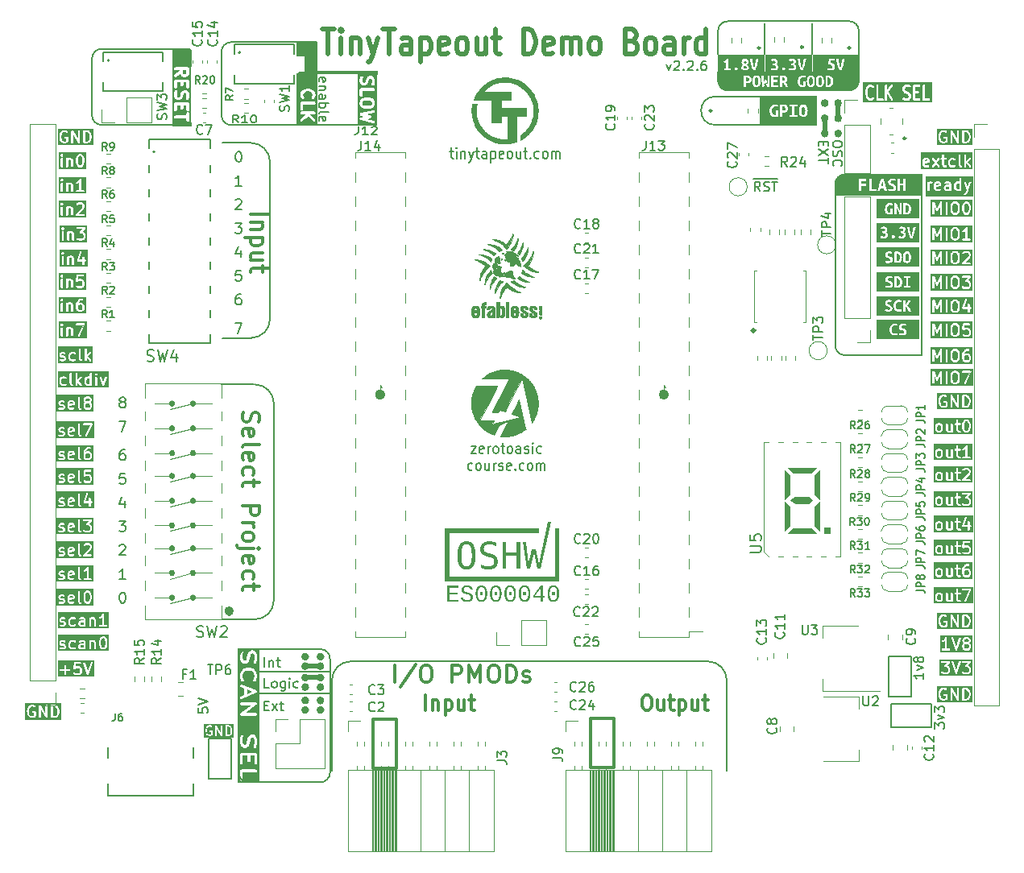
<source format=gbr>
G04 #@! TF.GenerationSoftware,KiCad,Pcbnew,7.0.10-7.0.10~ubuntu22.04.1*
G04 #@! TF.CreationDate,2024-02-20T20:22:53-05:00*
G04 #@! TF.ProjectId,mpw-mb1,6d70772d-6d62-4312-9e6b-696361645f70,2.2.6*
G04 #@! TF.SameCoordinates,PX35e1f20PY8044ea0*
G04 #@! TF.FileFunction,Legend,Top*
G04 #@! TF.FilePolarity,Positive*
%FSLAX46Y46*%
G04 Gerber Fmt 4.6, Leading zero omitted, Abs format (unit mm)*
G04 Created by KiCad (PCBNEW 7.0.10-7.0.10~ubuntu22.04.1) date 2024-02-20 20:22:53*
%MOMM*%
%LPD*%
G01*
G04 APERTURE LIST*
%ADD10C,0.150000*%
%ADD11C,0.300000*%
%ADD12C,0.400000*%
%ADD13C,0.140000*%
%ADD14C,0.010000*%
%ADD15C,0.200000*%
%ADD16C,0.092500*%
%ADD17C,0.050000*%
%ADD18C,0.500000*%
%ADD19C,0.250000*%
%ADD20C,0.170000*%
%ADD21C,0.360000*%
%ADD22C,0.550000*%
%ADD23C,0.120000*%
%ADD24C,0.240000*%
%ADD25C,0.325000*%
%ADD26C,0.007028*%
%ADD27C,0.225000*%
%ADD28C,0.127000*%
G04 APERTURE END LIST*
D10*
X83400000Y69500000D02*
X83400000Y72500000D01*
D11*
X85900000Y70200000D02*
G75*
G03*
X85500000Y70200000I-200000J0D01*
G01*
X85500000Y70200000D02*
G75*
G03*
X85900000Y70200000I200000J0D01*
G01*
X29900000Y12600000D02*
G75*
G03*
X29500000Y12600000I-200000J0D01*
G01*
X29500000Y12600000D02*
G75*
G03*
X29900000Y12600000I200000J0D01*
G01*
D12*
X31500000Y12600000D02*
G75*
G03*
X31100000Y12600000I-200000J0D01*
G01*
X31100000Y12600000D02*
G75*
G03*
X31500000Y12600000I200000J0D01*
G01*
X31500000Y8000000D02*
G75*
G03*
X31100000Y8000000I-200000J0D01*
G01*
X31100000Y8000000D02*
G75*
G03*
X31500000Y8000000I200000J0D01*
G01*
D10*
X31300000Y400000D02*
X23700000Y400000D01*
D11*
X31500000Y13600000D02*
G75*
G03*
X31100000Y13600000I-200000J0D01*
G01*
X31100000Y13600000D02*
G75*
G03*
X31500000Y13600000I200000J0D01*
G01*
D10*
X21900000Y69500001D02*
X37140000Y69500001D01*
D11*
X84500000Y71800000D02*
G75*
G03*
X84100000Y71800000I-200000J0D01*
G01*
X84100000Y71800000D02*
G75*
G03*
X84500000Y71800000I200000J0D01*
G01*
D10*
X20900000Y42220000D02*
X24300000Y42220000D01*
X72800000Y69500000D02*
X83300000Y69500000D01*
D12*
X29900000Y11400000D02*
G75*
G03*
X29500000Y11400000I-200000J0D01*
G01*
X29500000Y11400000D02*
G75*
G03*
X29900000Y11400000I200000J0D01*
G01*
D10*
X73085000Y79400000D02*
X73085000Y77000000D01*
D11*
X31500000Y8000000D02*
G75*
G03*
X31100000Y8000000I-200000J0D01*
G01*
X31100000Y8000000D02*
G75*
G03*
X31500000Y8000000I200000J0D01*
G01*
D10*
X20900000Y70500001D02*
X20900000Y77200000D01*
D11*
X29900000Y8000000D02*
G75*
G03*
X29500000Y8000000I-200000J0D01*
G01*
X29500000Y8000000D02*
G75*
G03*
X29900000Y8000000I200000J0D01*
G01*
X84500000Y68600000D02*
G75*
G03*
X84100000Y68600000I-200000J0D01*
G01*
X84100000Y68600000D02*
G75*
G03*
X84500000Y68600000I200000J0D01*
G01*
D10*
X24000000Y67610000D02*
X21000000Y67610000D01*
X21900000Y78200000D02*
X28899999Y78200001D01*
D11*
X85900000Y68600000D02*
G75*
G03*
X85500000Y68600000I-200000J0D01*
G01*
X85500000Y68600000D02*
G75*
G03*
X85900000Y68600000I200000J0D01*
G01*
D13*
X87865000Y74120000D02*
X87065000Y74120000D01*
X87065000Y75120000D01*
X87865000Y75120000D01*
X87865000Y74120000D01*
G36*
X87865000Y74120000D02*
G01*
X87065000Y74120000D01*
X87065000Y75120000D01*
X87865000Y75120000D01*
X87865000Y74120000D01*
G37*
D10*
X30900000Y76800000D02*
X28900000Y76800000D01*
X28900000Y78200000D01*
X30900000Y78200000D01*
X30900000Y76800000D01*
G36*
X30900000Y76800000D02*
G01*
X28900000Y76800000D01*
X28900000Y78200000D01*
X30900000Y78200000D01*
X30900000Y76800000D01*
G37*
D12*
X84500000Y71800000D02*
G75*
G03*
X84100000Y71800000I-200000J0D01*
G01*
X84100000Y71800000D02*
G75*
G03*
X84500000Y71800000I200000J0D01*
G01*
D10*
X8300000Y77500000D02*
X17600000Y77500000D01*
D12*
X31500000Y9000000D02*
G75*
G03*
X31100000Y9000000I-200000J0D01*
G01*
X31100000Y9000000D02*
G75*
G03*
X31500000Y9000000I200000J0D01*
G01*
D14*
X35240000Y75149634D02*
X37210000Y75149634D01*
X37210000Y74850367D01*
X35240000Y74850367D01*
X35240000Y75149634D01*
G36*
X35240000Y75149634D02*
G01*
X37210000Y75149634D01*
X37210000Y74850367D01*
X35240000Y74850367D01*
X35240000Y75149634D01*
G37*
D10*
X82985000Y80200000D02*
X82985000Y77000000D01*
D15*
X74000000Y11110000D02*
G75*
G03*
X72000000Y13110000I-2000000J0D01*
G01*
D12*
X84500000Y68600000D02*
G75*
G03*
X84100000Y68600000I-200000J0D01*
G01*
X84100000Y68600000D02*
G75*
G03*
X84500000Y68600000I200000J0D01*
G01*
X85900000Y68600000D02*
G75*
G03*
X85500000Y68600000I-200000J0D01*
G01*
X85500000Y68600000D02*
G75*
G03*
X85900000Y68600000I200000J0D01*
G01*
D10*
X24000000Y47110000D02*
G75*
G03*
X26000000Y49110000I0J2000000D01*
G01*
D15*
X74000000Y1610000D02*
X74000000Y11110000D01*
D13*
X73905000Y74110000D02*
X73105000Y74110000D01*
X73105000Y75110000D01*
X73905000Y75110000D01*
X73905000Y74110000D01*
G36*
X73905000Y74110000D02*
G01*
X73105000Y74110000D01*
X73105000Y75110000D01*
X73905000Y75110000D01*
X73905000Y74110000D01*
G37*
D10*
X28900000Y69500000D02*
X28900000Y74900000D01*
X32300000Y13400000D02*
X32300000Y1400000D01*
X74085000Y80400000D02*
G75*
G03*
X73085000Y79400000I0J-1000000D01*
G01*
X77985000Y80400000D02*
X74085000Y80400000D01*
X72800000Y72500000D02*
X83300000Y72500000D01*
X23700000Y14400000D02*
G75*
G03*
X22700000Y13400000I0J-1000000D01*
G01*
D11*
X36800000Y7022144D02*
X39305713Y7022144D01*
X39305713Y1855713D01*
X36800000Y1855713D01*
X36800000Y7022144D01*
D12*
X29900000Y9000000D02*
G75*
G03*
X29500000Y9000000I-200000J0D01*
G01*
X29500000Y9000000D02*
G75*
G03*
X29900000Y9000000I200000J0D01*
G01*
D10*
X94500000Y45330000D02*
X94500000Y64330000D01*
D16*
X86600000Y62150000D02*
X85400000Y62150000D01*
X85400000Y63050000D01*
X86600000Y63050000D01*
X86600000Y62150000D01*
G36*
X86600000Y62150000D02*
G01*
X85400000Y62150000D01*
X85400000Y63050000D01*
X86600000Y63050000D01*
X86600000Y62150000D01*
G37*
D10*
X87885000Y79400000D02*
X87885000Y77000000D01*
D11*
X29900000Y11400000D02*
G75*
G03*
X29500000Y11400000I-200000J0D01*
G01*
X29500000Y11400000D02*
G75*
G03*
X29900000Y11400000I200000J0D01*
G01*
D12*
X29900000Y10400000D02*
G75*
G03*
X29500000Y10400000I-200000J0D01*
G01*
X29500000Y10400000D02*
G75*
G03*
X29900000Y10400000I200000J0D01*
G01*
D10*
X31300000Y400000D02*
G75*
G03*
X32300000Y1400000I0J1000000D01*
G01*
D11*
X29900000Y13600000D02*
G75*
G03*
X29500000Y13600000I-200000J0D01*
G01*
X29500000Y13600000D02*
G75*
G03*
X29900000Y13600000I200000J0D01*
G01*
D17*
X17680000Y69450000D02*
X15750000Y69450000D01*
X15750000Y69790000D01*
X17680000Y69790000D01*
X17680000Y69450000D01*
G36*
X17680000Y69450000D02*
G01*
X15750000Y69450000D01*
X15750000Y69790000D01*
X17680000Y69790000D01*
X17680000Y69450000D01*
G37*
D11*
X31500000Y10400000D02*
G75*
G03*
X31100000Y10400000I-200000J0D01*
G01*
X31100000Y10400000D02*
G75*
G03*
X31500000Y10400000I200000J0D01*
G01*
X29900000Y9000000D02*
G75*
G03*
X29500000Y9000000I-200000J0D01*
G01*
X29500000Y9000000D02*
G75*
G03*
X29900000Y9000000I200000J0D01*
G01*
D10*
X24400000Y17520000D02*
X20900000Y17520000D01*
D11*
X29900000Y10400000D02*
G75*
G03*
X29500000Y10400000I-200000J0D01*
G01*
X29500000Y10400000D02*
G75*
G03*
X29900000Y10400000I200000J0D01*
G01*
X31500000Y9000000D02*
G75*
G03*
X31100000Y9000000I-200000J0D01*
G01*
X31100000Y9000000D02*
G75*
G03*
X31500000Y9000000I200000J0D01*
G01*
D10*
X82985000Y80400000D02*
X86885000Y80400000D01*
D12*
X29900000Y8000000D02*
G75*
G03*
X29500000Y8000000I-200000J0D01*
G01*
X29500000Y8000000D02*
G75*
G03*
X29900000Y8000000I200000J0D01*
G01*
X85900000Y70200000D02*
G75*
G03*
X85500000Y70200000I-200000J0D01*
G01*
X85500000Y70200000D02*
G75*
G03*
X85900000Y70200000I200000J0D01*
G01*
D10*
X20900001Y70500001D02*
G75*
G03*
X21900001Y69500001I999999J-1D01*
G01*
X85400000Y63300000D02*
X85400001Y46300001D01*
X23700000Y14400000D02*
X31300000Y14400000D01*
D18*
X29700000Y12600000D02*
X31300000Y12600000D01*
D10*
X86400000Y64300000D02*
G75*
G03*
X85400000Y63300000I0J-1000000D01*
G01*
D18*
X29700000Y11400000D02*
X31300000Y11400000D01*
X85700000Y70200000D02*
X85700000Y71800000D01*
D10*
X85400001Y46300001D02*
G75*
G03*
X86400001Y45300001I999999J-1D01*
G01*
D12*
X84500000Y70200000D02*
G75*
G03*
X84100000Y70200000I-200000J0D01*
G01*
X84100000Y70200000D02*
G75*
G03*
X84500000Y70200000I200000J0D01*
G01*
D10*
X8300001Y69500001D02*
X17600000Y69500001D01*
D15*
X72000000Y13110000D02*
X34500000Y13110000D01*
D11*
X29800000Y75000000D02*
X37050000Y75000000D01*
D10*
X77985000Y77000000D02*
X77985000Y80200000D01*
X72800000Y72500000D02*
G75*
G03*
X72800000Y69500000I0J-1500000D01*
G01*
D15*
X32500000Y11110000D02*
X32500000Y1610000D01*
D10*
X86400001Y45300001D02*
X94400000Y45300000D01*
X24400000Y17520000D02*
G75*
G03*
X26400000Y19520000I0J2000000D01*
G01*
D11*
X31500000Y12600000D02*
G75*
G03*
X31100000Y12600000I-200000J0D01*
G01*
X31100000Y12600000D02*
G75*
G03*
X31500000Y12600000I200000J0D01*
G01*
D10*
X77985000Y80400000D02*
X82985000Y80400000D01*
X32300000Y12000000D02*
X24800000Y12000000D01*
X7300001Y70500001D02*
G75*
G03*
X8300001Y69500001I999999J-1D01*
G01*
D11*
X84500000Y70200000D02*
G75*
G03*
X84100000Y70200000I-200000J0D01*
G01*
X84100000Y70200000D02*
G75*
G03*
X84500000Y70200000I200000J0D01*
G01*
D10*
X32300000Y9700000D02*
X24900000Y9700000D01*
X87885000Y79400000D02*
G75*
G03*
X86885000Y80400000I-1000000J0D01*
G01*
X7300000Y70500001D02*
X7300000Y76499999D01*
D12*
X29900000Y12600000D02*
G75*
G03*
X29500000Y12600000I-200000J0D01*
G01*
X29500000Y12600000D02*
G75*
G03*
X29900000Y12600000I200000J0D01*
G01*
D15*
X34500000Y13110000D02*
G75*
G03*
X32500000Y11110000I0J-2000000D01*
G01*
D12*
X29900000Y13600000D02*
G75*
G03*
X29500000Y13600000I-200000J0D01*
G01*
X29500000Y13600000D02*
G75*
G03*
X29900000Y13600000I200000J0D01*
G01*
D10*
X22700000Y1400000D02*
G75*
G03*
X23700000Y400000I1000000J0D01*
G01*
X21000000Y47110000D02*
X24000000Y47110000D01*
X26400000Y40220000D02*
G75*
G03*
X24400000Y42220000I-2000000J0D01*
G01*
D12*
X85900000Y71800000D02*
G75*
G03*
X85500000Y71800000I-200000J0D01*
G01*
X85500000Y71800000D02*
G75*
G03*
X85900000Y71800000I200000J0D01*
G01*
D17*
X17650000Y75700000D02*
X15750000Y75700000D01*
X15750000Y77400000D01*
X17650000Y77400000D01*
X17650000Y75700000D01*
G36*
X17650000Y75700000D02*
G01*
X15750000Y75700000D01*
X15750000Y77400000D01*
X17650000Y77400000D01*
X17650000Y75700000D01*
G37*
D10*
X21900000Y78200000D02*
G75*
G03*
X20900000Y77200000I0J-1000000D01*
G01*
X22700000Y1400000D02*
X22700000Y13400000D01*
X26000000Y65610000D02*
G75*
G03*
X24000000Y67610000I-2000000J0D01*
G01*
X26400000Y40220000D02*
X26400000Y19520000D01*
X17600000Y69500000D02*
X17600000Y77500000D01*
X32300000Y13400000D02*
G75*
G03*
X31300000Y14400000I-1000000J0D01*
G01*
D12*
X31500000Y11400000D02*
G75*
G03*
X31100000Y11400000I-200000J0D01*
G01*
X31100000Y11400000D02*
G75*
G03*
X31500000Y11400000I200000J0D01*
G01*
D10*
X86400000Y64300000D02*
X94400000Y64300000D01*
D12*
X31500000Y10400000D02*
G75*
G03*
X31100000Y10400000I-200000J0D01*
G01*
X31100000Y10400000D02*
G75*
G03*
X31500000Y10400000I200000J0D01*
G01*
D11*
X85900000Y71800000D02*
G75*
G03*
X85500000Y71800000I-200000J0D01*
G01*
X85500000Y71800000D02*
G75*
G03*
X85900000Y71800000I200000J0D01*
G01*
D10*
X30900000Y75100000D02*
X29700000Y75100000D01*
X29700000Y76700000D01*
X30900000Y76700000D01*
X30900000Y75100000D01*
G36*
X30900000Y75100000D02*
G01*
X29700000Y75100000D01*
X29700000Y76700000D01*
X30900000Y76700000D01*
X30900000Y75100000D01*
G37*
X30900000Y73500000D02*
X29000000Y73500000D01*
X29000000Y75000000D01*
X30900000Y75000000D01*
X30900000Y73500000D01*
G36*
X30900000Y73500000D02*
G01*
X29000000Y73500000D01*
X29000000Y75000000D01*
X30900000Y75000000D01*
X30900000Y73500000D01*
G37*
D11*
X59644287Y7116431D02*
X62150000Y7116431D01*
X62150000Y1950000D01*
X59644287Y1950000D01*
X59644287Y7116431D01*
D10*
X26000000Y65610000D02*
X26000000Y49110000D01*
D12*
X31500000Y13600000D02*
G75*
G03*
X31100000Y13600000I-200000J0D01*
G01*
X31100000Y13600000D02*
G75*
G03*
X31500000Y13600000I200000J0D01*
G01*
D10*
X8300001Y77499999D02*
G75*
G03*
X7300001Y76499999I-1J-999999D01*
G01*
D11*
X31500000Y11400000D02*
G75*
G03*
X31100000Y11400000I-200000J0D01*
G01*
X31100000Y11400000D02*
G75*
G03*
X31500000Y11400000I200000J0D01*
G01*
D18*
X84300000Y68600000D02*
X84300000Y70200000D01*
D10*
X30900000Y69500000D02*
X29000000Y69500000D01*
X29000000Y69700000D01*
X30900000Y69700000D01*
X30900000Y69500000D01*
G36*
X30900000Y69500000D02*
G01*
X29000000Y69500000D01*
X29000000Y69700000D01*
X30900000Y69700000D01*
X30900000Y69500000D01*
G37*
D15*
X22909524Y51711520D02*
X22700000Y51711520D01*
X22700000Y51711520D02*
X22595238Y51659139D01*
X22595238Y51659139D02*
X22542857Y51606758D01*
X22542857Y51606758D02*
X22438095Y51449615D01*
X22438095Y51449615D02*
X22385714Y51240091D01*
X22385714Y51240091D02*
X22385714Y50821043D01*
X22385714Y50821043D02*
X22438095Y50716281D01*
X22438095Y50716281D02*
X22490476Y50663900D01*
X22490476Y50663900D02*
X22595238Y50611520D01*
X22595238Y50611520D02*
X22804762Y50611520D01*
X22804762Y50611520D02*
X22909524Y50663900D01*
X22909524Y50663900D02*
X22961905Y50716281D01*
X22961905Y50716281D02*
X23014286Y50821043D01*
X23014286Y50821043D02*
X23014286Y51082948D01*
X23014286Y51082948D02*
X22961905Y51187710D01*
X22961905Y51187710D02*
X22909524Y51240091D01*
X22909524Y51240091D02*
X22804762Y51292472D01*
X22804762Y51292472D02*
X22595238Y51292472D01*
X22595238Y51292472D02*
X22490476Y51240091D01*
X22490476Y51240091D02*
X22438095Y51187710D01*
X22438095Y51187710D02*
X22385714Y51082948D01*
D11*
G36*
X30960409Y69686792D02*
G01*
X28988981Y69686792D01*
X28988981Y70764286D01*
X29174695Y70764286D01*
X29194791Y70689286D01*
X29249695Y70634382D01*
X29324695Y70614286D01*
X29819706Y70614286D01*
X29839191Y70594801D01*
X29234695Y70141429D01*
X29186753Y70080352D01*
X29175772Y70003487D01*
X29204695Y69931429D01*
X29265772Y69883487D01*
X29342637Y69872506D01*
X29414695Y69901429D01*
X30053477Y70380515D01*
X30518629Y69915363D01*
X30585872Y69876540D01*
X30663518Y69876540D01*
X30730761Y69915363D01*
X30769584Y69982606D01*
X30769584Y70060252D01*
X30730761Y70127495D01*
X30243970Y70614286D01*
X30624695Y70614286D01*
X30699695Y70634382D01*
X30754599Y70689286D01*
X30774695Y70764286D01*
X30754599Y70839286D01*
X30699695Y70894190D01*
X30624695Y70914286D01*
X29324695Y70914286D01*
X29249695Y70894190D01*
X29194791Y70839286D01*
X29174695Y70764286D01*
X28988981Y70764286D01*
X28988981Y71197619D01*
X29174695Y71197619D01*
X29194791Y71122619D01*
X29249695Y71067715D01*
X29324695Y71047619D01*
X29399695Y71067715D01*
X29454599Y71122619D01*
X29474695Y71197619D01*
X29474695Y71666667D01*
X30624695Y71666667D01*
X30699695Y71686763D01*
X30754599Y71741667D01*
X30774695Y71816667D01*
X30754599Y71891667D01*
X30699695Y71946571D01*
X30624695Y71966667D01*
X29324695Y71966667D01*
X29249695Y71946571D01*
X29194791Y71891667D01*
X29174695Y71816667D01*
X29174695Y71197619D01*
X28988981Y71197619D01*
X28988981Y72621429D01*
X29174695Y72621429D01*
X29180945Y72598101D01*
X29182393Y72573995D01*
X29244298Y72388280D01*
X29263294Y72359508D01*
X29280534Y72329648D01*
X29342438Y72267744D01*
X29409681Y72228921D01*
X29487327Y72228921D01*
X29554570Y72267744D01*
X29593393Y72334987D01*
X29593393Y72412633D01*
X29554570Y72479876D01*
X29517705Y72516741D01*
X29474695Y72645770D01*
X29474695Y72720898D01*
X29517704Y72849925D01*
X29599263Y72931485D01*
X29686574Y72975140D01*
X29900302Y73028571D01*
X30049088Y73028571D01*
X30262818Y72975139D01*
X30350125Y72931485D01*
X30431686Y72849924D01*
X30474695Y72720897D01*
X30474695Y72645769D01*
X30431686Y72516743D01*
X30394820Y72479877D01*
X30355996Y72412634D01*
X30355996Y72334988D01*
X30394818Y72267745D01*
X30462061Y72228921D01*
X30539707Y72228921D01*
X30606950Y72267743D01*
X30668855Y72329647D01*
X30686097Y72359512D01*
X30705092Y72388280D01*
X30766998Y72573995D01*
X30768445Y72598104D01*
X30774695Y72621429D01*
X30774695Y72745238D01*
X30768444Y72768567D01*
X30766997Y72792672D01*
X30705092Y72978386D01*
X30686098Y73007154D01*
X30668856Y73037018D01*
X30545046Y73160828D01*
X30524132Y73172903D01*
X30506063Y73188926D01*
X30382253Y73250831D01*
X30366028Y73254152D01*
X30351551Y73262188D01*
X30103932Y73324092D01*
X30085429Y73323781D01*
X30067552Y73328571D01*
X29881838Y73328571D01*
X29863963Y73323782D01*
X29845458Y73324093D01*
X29597839Y73262188D01*
X29583361Y73254152D01*
X29567137Y73250831D01*
X29443327Y73188926D01*
X29425257Y73172904D01*
X29404343Y73160828D01*
X29280534Y73037018D01*
X29263296Y73007161D01*
X29244298Y72978387D01*
X29182393Y72792672D01*
X29180945Y72768567D01*
X29174695Y72745238D01*
X29174695Y72621429D01*
X28988981Y72621429D01*
X28988981Y73514285D01*
X30960409Y73514285D01*
X30960409Y69686792D01*
G37*
D10*
X77508207Y62530181D02*
X77174874Y63006372D01*
X76936779Y62530181D02*
X76936779Y63530181D01*
X76936779Y63530181D02*
X77317731Y63530181D01*
X77317731Y63530181D02*
X77412969Y63482562D01*
X77412969Y63482562D02*
X77460588Y63434943D01*
X77460588Y63434943D02*
X77508207Y63339705D01*
X77508207Y63339705D02*
X77508207Y63196848D01*
X77508207Y63196848D02*
X77460588Y63101610D01*
X77460588Y63101610D02*
X77412969Y63053991D01*
X77412969Y63053991D02*
X77317731Y63006372D01*
X77317731Y63006372D02*
X76936779Y63006372D01*
X77889160Y62577800D02*
X78032017Y62530181D01*
X78032017Y62530181D02*
X78270112Y62530181D01*
X78270112Y62530181D02*
X78365350Y62577800D01*
X78365350Y62577800D02*
X78412969Y62625420D01*
X78412969Y62625420D02*
X78460588Y62720658D01*
X78460588Y62720658D02*
X78460588Y62815896D01*
X78460588Y62815896D02*
X78412969Y62911134D01*
X78412969Y62911134D02*
X78365350Y62958753D01*
X78365350Y62958753D02*
X78270112Y63006372D01*
X78270112Y63006372D02*
X78079636Y63053991D01*
X78079636Y63053991D02*
X77984398Y63101610D01*
X77984398Y63101610D02*
X77936779Y63149229D01*
X77936779Y63149229D02*
X77889160Y63244467D01*
X77889160Y63244467D02*
X77889160Y63339705D01*
X77889160Y63339705D02*
X77936779Y63434943D01*
X77936779Y63434943D02*
X77984398Y63482562D01*
X77984398Y63482562D02*
X78079636Y63530181D01*
X78079636Y63530181D02*
X78317731Y63530181D01*
X78317731Y63530181D02*
X78460588Y63482562D01*
X78746303Y63530181D02*
X79317731Y63530181D01*
X79032017Y62530181D02*
X79032017Y63530181D01*
X76798684Y63807800D02*
X79312970Y63807800D01*
D19*
G36*
X95552486Y71858310D02*
G01*
X88341853Y71858310D01*
X88341853Y72811881D01*
X88548996Y72811881D01*
X88550350Y72807269D01*
X88551185Y72788589D01*
X88603566Y72512400D01*
X88605759Y72508114D01*
X88609502Y72491359D01*
X88661883Y72353264D01*
X88661915Y72353221D01*
X88661920Y72353165D01*
X88679171Y72322048D01*
X88783934Y72183952D01*
X88795251Y72175592D01*
X88803031Y72163862D01*
X88833236Y72145060D01*
X88990379Y72076013D01*
X88998530Y72074961D01*
X89005446Y72070516D01*
X89040663Y72065453D01*
X89145425Y72065453D01*
X89153309Y72067769D01*
X89161430Y72066481D01*
X89195709Y72076013D01*
X89352852Y72145060D01*
X89363618Y72154122D01*
X89376836Y72158955D01*
X89402155Y72183952D01*
X89407087Y72190453D01*
X89701377Y72190453D01*
X89703947Y72181698D01*
X89702649Y72172664D01*
X89713715Y72148432D01*
X89721220Y72122873D01*
X89728116Y72116898D01*
X89731908Y72108595D01*
X89754320Y72094192D01*
X89774450Y72076749D01*
X89783482Y72075451D01*
X89791160Y72070516D01*
X89826377Y72065453D01*
X90350187Y72065453D01*
X90417767Y72085296D01*
X90463891Y72138526D01*
X90471357Y72190453D01*
X90591853Y72190453D01*
X90611696Y72122873D01*
X90664926Y72076749D01*
X90734642Y72066725D01*
X90798711Y72095984D01*
X90836790Y72155236D01*
X90841853Y72190453D01*
X90841853Y72769834D01*
X90859057Y72792512D01*
X91236780Y72128637D01*
X91287446Y72079712D01*
X91356521Y72065946D01*
X91422073Y72091710D01*
X91463290Y72148825D01*
X91467086Y72219156D01*
X91454070Y72252269D01*
X91023418Y73009170D01*
X91188037Y73226167D01*
X92477567Y73226167D01*
X92478963Y73221412D01*
X92477936Y73216559D01*
X92485692Y73181835D01*
X92538073Y73043740D01*
X92538105Y73043697D01*
X92538110Y73043641D01*
X92555361Y73012524D01*
X92607742Y72943476D01*
X92610522Y72941422D01*
X92611922Y72938262D01*
X92638540Y72914654D01*
X92743302Y72845607D01*
X92745346Y72844981D01*
X92772967Y72831257D01*
X92966705Y72767412D01*
X93039722Y72719286D01*
X93068276Y72681648D01*
X93106139Y72581828D01*
X93106139Y72489555D01*
X93068276Y72389735D01*
X93039721Y72352095D01*
X92984127Y72315453D01*
X92785961Y72315453D01*
X92652851Y72373940D01*
X92582998Y72382959D01*
X92519357Y72352780D01*
X92482135Y72292986D01*
X92483150Y72222559D01*
X92522078Y72163862D01*
X92552283Y72145060D01*
X92709426Y72076013D01*
X92717577Y72074961D01*
X92724493Y72070516D01*
X92759710Y72065453D01*
X93021615Y72065453D01*
X93039534Y72070715D01*
X93058213Y72070930D01*
X93087964Y72084935D01*
X93089195Y72085296D01*
X93089513Y72085664D01*
X93090404Y72086083D01*
X93195165Y72155130D01*
X93197397Y72157768D01*
X93200645Y72158955D01*
X93225964Y72183952D01*
X93230896Y72190453D01*
X93577567Y72190453D01*
X93580137Y72181698D01*
X93578839Y72172664D01*
X93589905Y72148432D01*
X93597410Y72122873D01*
X93604306Y72116898D01*
X93608098Y72108595D01*
X93630510Y72094192D01*
X93650640Y72076749D01*
X93659672Y72075451D01*
X93667350Y72070516D01*
X93702567Y72065453D01*
X94226377Y72065453D01*
X94293957Y72085296D01*
X94340081Y72138526D01*
X94347547Y72190453D01*
X94572805Y72190453D01*
X94575375Y72181698D01*
X94574077Y72172664D01*
X94585143Y72148432D01*
X94592648Y72122873D01*
X94599544Y72116898D01*
X94603336Y72108595D01*
X94625748Y72094192D01*
X94645878Y72076749D01*
X94654910Y72075451D01*
X94662588Y72070516D01*
X94697805Y72065453D01*
X95221615Y72065453D01*
X95289195Y72085296D01*
X95335319Y72138526D01*
X95345343Y72208242D01*
X95316084Y72272311D01*
X95256832Y72310390D01*
X95221615Y72315453D01*
X94822805Y72315453D01*
X94822805Y73640453D01*
X94802962Y73708033D01*
X94749732Y73754157D01*
X94680016Y73764181D01*
X94615947Y73734922D01*
X94577868Y73675670D01*
X94572805Y73640453D01*
X94572805Y72190453D01*
X94347547Y72190453D01*
X94350105Y72208242D01*
X94320846Y72272311D01*
X94261594Y72310390D01*
X94226377Y72315453D01*
X93827567Y72315453D01*
X93827567Y72824977D01*
X94069234Y72824977D01*
X94136814Y72844820D01*
X94182938Y72898050D01*
X94192962Y72967766D01*
X94163703Y73031835D01*
X94104451Y73069914D01*
X94069234Y73074977D01*
X93827567Y73074977D01*
X93827567Y73515453D01*
X94226377Y73515453D01*
X94293957Y73535296D01*
X94340081Y73588526D01*
X94350105Y73658242D01*
X94320846Y73722311D01*
X94261594Y73760390D01*
X94226377Y73765453D01*
X93702567Y73765453D01*
X93693811Y73762883D01*
X93684778Y73764181D01*
X93660545Y73753115D01*
X93634987Y73745610D01*
X93629011Y73738714D01*
X93620709Y73734922D01*
X93606305Y73712510D01*
X93588863Y73692380D01*
X93587564Y73683348D01*
X93582630Y73675670D01*
X93577567Y73640453D01*
X93577567Y72190453D01*
X93230896Y72190453D01*
X93278344Y72253000D01*
X93278362Y72253050D01*
X93278409Y72253084D01*
X93295633Y72284216D01*
X93348014Y72422311D01*
X93348395Y72427255D01*
X93351076Y72431426D01*
X93356139Y72466643D01*
X93356139Y72604739D01*
X93354742Y72609495D01*
X93355770Y72614347D01*
X93348014Y72649071D01*
X93295633Y72787166D01*
X93295600Y72787210D01*
X93295596Y72787265D01*
X93278344Y72818382D01*
X93225963Y72887430D01*
X93223184Y72889483D01*
X93221785Y72892643D01*
X93195166Y72916251D01*
X93090404Y72985299D01*
X93088357Y72985926D01*
X93060739Y72999649D01*
X92866998Y73063496D01*
X92793982Y73111620D01*
X92765430Y73149258D01*
X92727567Y73249079D01*
X92727567Y73341351D01*
X92765429Y73441172D01*
X92793982Y73478810D01*
X92849579Y73515453D01*
X93047745Y73515453D01*
X93180855Y73456965D01*
X93250708Y73447946D01*
X93314349Y73478124D01*
X93351571Y73537918D01*
X93350557Y73608345D01*
X93311629Y73667043D01*
X93281424Y73685845D01*
X93124280Y73754893D01*
X93116128Y73755946D01*
X93109213Y73760390D01*
X93073996Y73765453D01*
X92812091Y73765453D01*
X92794172Y73760192D01*
X92775493Y73759976D01*
X92745741Y73745972D01*
X92744511Y73745610D01*
X92744192Y73745243D01*
X92743302Y73744823D01*
X92638540Y73675775D01*
X92636307Y73673139D01*
X92633062Y73671951D01*
X92607743Y73646954D01*
X92555362Y73577907D01*
X92555342Y73577856D01*
X92555297Y73577822D01*
X92538073Y73546690D01*
X92485692Y73408594D01*
X92485310Y73403651D01*
X92482630Y73399479D01*
X92477567Y73364262D01*
X92477567Y73226167D01*
X91188037Y73226167D01*
X91445011Y73564904D01*
X91470047Y73630738D01*
X91455516Y73699656D01*
X91406032Y73749777D01*
X91337305Y73765189D01*
X91271157Y73740998D01*
X91245838Y73716001D01*
X90841853Y73183475D01*
X90841853Y73640453D01*
X90822010Y73708033D01*
X90768780Y73754157D01*
X90699064Y73764181D01*
X90634995Y73734922D01*
X90596916Y73675670D01*
X90591853Y73640453D01*
X90591853Y72190453D01*
X90471357Y72190453D01*
X90473915Y72208242D01*
X90444656Y72272311D01*
X90385404Y72310390D01*
X90350187Y72315453D01*
X89951377Y72315453D01*
X89951377Y73640453D01*
X89931534Y73708033D01*
X89878304Y73754157D01*
X89808588Y73764181D01*
X89744519Y73734922D01*
X89706440Y73675670D01*
X89701377Y73640453D01*
X89701377Y72190453D01*
X89407087Y72190453D01*
X89454535Y72253000D01*
X89479571Y72318833D01*
X89465040Y72387751D01*
X89415556Y72437872D01*
X89346829Y72453284D01*
X89280681Y72429093D01*
X89255362Y72404096D01*
X89222585Y72360891D01*
X89119174Y72315453D01*
X89066914Y72315453D01*
X88963502Y72360891D01*
X88889239Y72458783D01*
X88847143Y72569765D01*
X88798996Y72823632D01*
X88798996Y73007275D01*
X88847143Y73261142D01*
X88889240Y73372126D01*
X88963500Y73470014D01*
X89066915Y73515453D01*
X89119174Y73515453D01*
X89222586Y73470014D01*
X89255363Y73426809D01*
X89312017Y73384962D01*
X89382301Y73380387D01*
X89443902Y73414536D01*
X89477261Y73476569D01*
X89471787Y73546789D01*
X89454535Y73577906D01*
X89402154Y73646954D01*
X89390836Y73655314D01*
X89383058Y73667043D01*
X89352853Y73685845D01*
X89195709Y73754893D01*
X89187557Y73755946D01*
X89180642Y73760390D01*
X89145425Y73765453D01*
X89040663Y73765453D01*
X89032777Y73763138D01*
X89024657Y73764425D01*
X88990379Y73754893D01*
X88833236Y73685845D01*
X88822471Y73676786D01*
X88809252Y73671951D01*
X88783934Y73646954D01*
X88679172Y73508858D01*
X88679153Y73508809D01*
X88679107Y73508774D01*
X88661883Y73477642D01*
X88609502Y73339547D01*
X88609131Y73334743D01*
X88603566Y73318506D01*
X88551185Y73042316D01*
X88551656Y73037530D01*
X88548996Y73019024D01*
X88548996Y72811881D01*
X88341853Y72811881D01*
X88341853Y73972596D01*
X95552486Y73972596D01*
X95552486Y71858310D01*
G37*
D15*
G36*
X6172341Y66217930D02*
G01*
X6206534Y66183737D01*
X6251511Y66093783D01*
X6303006Y65887805D01*
X6303006Y65626711D01*
X6251511Y65420733D01*
X6206534Y65330779D01*
X6172341Y65296586D01*
X6093685Y65257258D01*
X6026613Y65257258D01*
X5947956Y65296586D01*
X5913763Y65330780D01*
X5868786Y65420734D01*
X5817292Y65626710D01*
X5817292Y65887805D01*
X5868786Y66093781D01*
X5913763Y66183736D01*
X5947955Y66217929D01*
X6026613Y66257258D01*
X6093685Y66257258D01*
X6172341Y66217930D01*
G37*
G36*
X6674435Y64885829D02*
G01*
X3789951Y64885829D01*
X3789951Y65157258D01*
X4017292Y65157258D01*
X4036390Y65098479D01*
X4086390Y65062152D01*
X4148194Y65062152D01*
X4198194Y65098479D01*
X4217292Y65157258D01*
X4588721Y65157258D01*
X4607819Y65098479D01*
X4657819Y65062152D01*
X4719623Y65062152D01*
X4769623Y65098479D01*
X4788721Y65157258D01*
X4788721Y65801551D01*
X4805098Y65817929D01*
X4883756Y65857258D01*
X5007971Y65857258D01*
X5071328Y65825580D01*
X5103007Y65762222D01*
X5103007Y65157258D01*
X5122105Y65098479D01*
X5172105Y65062152D01*
X5233909Y65062152D01*
X5283909Y65098479D01*
X5303007Y65157258D01*
X5303007Y65614400D01*
X5617292Y65614400D01*
X5621138Y65602563D01*
X5620278Y65590146D01*
X5677421Y65361575D01*
X5683332Y65352129D01*
X5684992Y65341108D01*
X5742135Y65226821D01*
X5753509Y65215274D01*
X5760867Y65200832D01*
X5818010Y65143690D01*
X5832451Y65136332D01*
X5844000Y65124957D01*
X5958285Y65067815D01*
X5981082Y65064382D01*
X6003006Y65057258D01*
X6117292Y65057258D01*
X6139215Y65064382D01*
X6162013Y65067815D01*
X6276299Y65124957D01*
X6287846Y65136331D01*
X6302289Y65143689D01*
X6359431Y65200832D01*
X6366789Y65215273D01*
X6378164Y65226822D01*
X6435306Y65341108D01*
X6436965Y65352129D01*
X6442877Y65361575D01*
X6500020Y65590147D01*
X6499159Y65602563D01*
X6503006Y65614400D01*
X6503006Y65900115D01*
X6499159Y65911953D01*
X6500020Y65924368D01*
X6442877Y66152940D01*
X6436965Y66162387D01*
X6435306Y66173407D01*
X6378164Y66287693D01*
X6366789Y66299243D01*
X6359431Y66313683D01*
X6302289Y66370826D01*
X6287847Y66378184D01*
X6276300Y66389558D01*
X6162013Y66446701D01*
X6139215Y66450135D01*
X6117292Y66457258D01*
X6003006Y66457258D01*
X5981082Y66450135D01*
X5958285Y66446701D01*
X5843999Y66389558D01*
X5832449Y66378183D01*
X5818010Y66370825D01*
X5760867Y66313683D01*
X5753509Y66299242D01*
X5742135Y66287694D01*
X5684992Y66173407D01*
X5683332Y66162387D01*
X5677421Y66152940D01*
X5620278Y65924369D01*
X5621138Y65911953D01*
X5617292Y65900115D01*
X5617292Y65614400D01*
X5303007Y65614400D01*
X5303007Y65785829D01*
X5295883Y65807753D01*
X5292450Y65830550D01*
X5235307Y65944836D01*
X5234748Y65945403D01*
X5234618Y65946189D01*
X5213100Y65967383D01*
X5191938Y65988869D01*
X5191153Y65989000D01*
X5190586Y65989558D01*
X5076299Y66046701D01*
X5053501Y66050135D01*
X5031578Y66057258D01*
X4860149Y66057258D01*
X4838225Y66050135D01*
X4815428Y66046701D01*
X4763295Y66020635D01*
X4719623Y66052364D01*
X4657819Y66052364D01*
X4607819Y66016037D01*
X4588721Y65957258D01*
X4588721Y65157258D01*
X4217292Y65157258D01*
X4217292Y65957258D01*
X4198194Y66016037D01*
X4148194Y66052364D01*
X4086390Y66052364D01*
X4036390Y66016037D01*
X4017292Y65957258D01*
X4017292Y65157258D01*
X3789951Y65157258D01*
X3789951Y66284472D01*
X3961380Y66284472D01*
X3968570Y66270361D01*
X3971048Y66254716D01*
X3982247Y66243517D01*
X3989438Y66229404D01*
X4046581Y66172262D01*
X4060692Y66165072D01*
X4071893Y66153871D01*
X4079862Y66152609D01*
X4086390Y66147866D01*
X4094459Y66147866D01*
X4101648Y66144203D01*
X4117291Y66146681D01*
X4132935Y66144203D01*
X4140124Y66147866D01*
X4148194Y66147866D01*
X4154722Y66152609D01*
X4162691Y66153871D01*
X4173890Y66165071D01*
X4188003Y66172261D01*
X4245145Y66229404D01*
X4252335Y66243516D01*
X4263536Y66254716D01*
X4266013Y66270360D01*
X4273204Y66284471D01*
X4270726Y66300115D01*
X4273204Y66315759D01*
X4266013Y66329871D01*
X4263536Y66345514D01*
X4252335Y66356715D01*
X4245145Y66370826D01*
X4188003Y66427969D01*
X4173890Y66435160D01*
X4162691Y66446359D01*
X4154722Y66447622D01*
X4148194Y66452364D01*
X4140124Y66452364D01*
X4132935Y66456027D01*
X4117291Y66453550D01*
X4101648Y66456027D01*
X4094459Y66452364D01*
X4086390Y66452364D01*
X4079862Y66447622D01*
X4071893Y66446359D01*
X4060692Y66435159D01*
X4046581Y66427968D01*
X3989438Y66370826D01*
X3982247Y66356714D01*
X3971048Y66345514D01*
X3968570Y66329870D01*
X3961380Y66315758D01*
X3963857Y66300115D01*
X3961380Y66284472D01*
X3789951Y66284472D01*
X3789951Y66628687D01*
X6674435Y66628687D01*
X6674435Y64885829D01*
G37*
G36*
X98166327Y58517930D02*
G01*
X98249554Y58434703D01*
X98296993Y58244948D01*
X98296993Y57869568D01*
X98249554Y57679812D01*
X98166327Y57596586D01*
X98087672Y57557258D01*
X97906314Y57557258D01*
X97827658Y57596586D01*
X97744431Y57679813D01*
X97696993Y57869568D01*
X97696993Y58244948D01*
X97744431Y58434703D01*
X97827658Y58517930D01*
X97906314Y58557258D01*
X98087671Y58557258D01*
X98166327Y58517930D01*
G37*
G36*
X99806385Y57185829D02*
G01*
X95439849Y57185829D01*
X95439849Y57457258D01*
X95611278Y57457258D01*
X95630376Y57398479D01*
X95680376Y57362152D01*
X95742180Y57362152D01*
X95792180Y57398479D01*
X95811278Y57457258D01*
X95811278Y58206502D01*
X96020660Y57757826D01*
X96033754Y57743793D01*
X96043056Y57727000D01*
X96054332Y57721738D01*
X96062823Y57712638D01*
X96081670Y57708981D01*
X96099062Y57700864D01*
X96111275Y57703235D01*
X96123494Y57700863D01*
X96140890Y57708982D01*
X96159733Y57712638D01*
X96168221Y57721736D01*
X96179500Y57726999D01*
X96188803Y57743794D01*
X96201896Y57757826D01*
X96411278Y58206503D01*
X96411278Y57457258D01*
X96430376Y57398479D01*
X96480376Y57362152D01*
X96542180Y57362152D01*
X96592180Y57398479D01*
X96611278Y57457258D01*
X96982707Y57457258D01*
X97001805Y57398479D01*
X97051805Y57362152D01*
X97113609Y57362152D01*
X97163609Y57398479D01*
X97182707Y57457258D01*
X97182707Y57857258D01*
X97496993Y57857258D01*
X97500839Y57845421D01*
X97499979Y57833004D01*
X97557122Y57604432D01*
X97571294Y57581784D01*
X97583425Y57557975D01*
X97697711Y57443689D01*
X97712154Y57436330D01*
X97723701Y57424957D01*
X97837986Y57367815D01*
X97860783Y57364382D01*
X97882707Y57357258D01*
X98111279Y57357258D01*
X98133202Y57364382D01*
X98156000Y57367815D01*
X98270285Y57424957D01*
X98281832Y57436331D01*
X98296275Y57443689D01*
X98410561Y57557975D01*
X98422694Y57581787D01*
X98436864Y57604432D01*
X98494007Y57833005D01*
X98493146Y57845421D01*
X98496993Y57857258D01*
X98496993Y58257258D01*
X98493146Y58269096D01*
X98494007Y58281511D01*
X98489508Y58299507D01*
X98755251Y58299507D01*
X98782890Y58244228D01*
X98837743Y58215752D01*
X98898857Y58224957D01*
X99013144Y58282100D01*
X99024693Y58293476D01*
X99039133Y58300833D01*
X99096993Y58358694D01*
X99096993Y57557258D01*
X98854136Y57557258D01*
X98795357Y57538160D01*
X98759030Y57488160D01*
X98759030Y57426356D01*
X98795357Y57376356D01*
X98854136Y57357258D01*
X99539850Y57357258D01*
X99598629Y57376356D01*
X99634956Y57426356D01*
X99634956Y57488160D01*
X99598629Y57538160D01*
X99539850Y57557258D01*
X99296993Y57557258D01*
X99296993Y58657258D01*
X99296342Y58659261D01*
X99296912Y58661289D01*
X99286850Y58688474D01*
X99277895Y58716037D01*
X99276190Y58717276D01*
X99275460Y58719250D01*
X99251349Y58735324D01*
X99227895Y58752364D01*
X99225788Y58752364D01*
X99224036Y58753532D01*
X99195081Y58752364D01*
X99166091Y58752364D01*
X99164386Y58751126D01*
X99162283Y58751041D01*
X99139548Y58733080D01*
X99116091Y58716037D01*
X99115439Y58714034D01*
X99113788Y58712728D01*
X99004993Y58549537D01*
X98909186Y58453729D01*
X98809415Y58403843D01*
X98765382Y58360474D01*
X98755251Y58299507D01*
X98489508Y58299507D01*
X98436864Y58510083D01*
X98422694Y58532729D01*
X98410561Y58556540D01*
X98296275Y58670826D01*
X98281832Y58678185D01*
X98270286Y58689557D01*
X98156001Y58746701D01*
X98133202Y58750135D01*
X98111279Y58757258D01*
X97882707Y58757258D01*
X97860783Y58750135D01*
X97837986Y58746701D01*
X97723700Y58689558D01*
X97712152Y58678185D01*
X97697711Y58670826D01*
X97583425Y58556540D01*
X97571294Y58532732D01*
X97557122Y58510083D01*
X97499979Y58281512D01*
X97500839Y58269096D01*
X97496993Y58257258D01*
X97496993Y57857258D01*
X97182707Y57857258D01*
X97182707Y58657258D01*
X97163609Y58716037D01*
X97113609Y58752364D01*
X97051805Y58752364D01*
X97001805Y58716037D01*
X96982707Y58657258D01*
X96982707Y57457258D01*
X96611278Y57457258D01*
X96611278Y58657258D01*
X96608249Y58666581D01*
X96609447Y58676311D01*
X96598902Y58695348D01*
X96592180Y58716037D01*
X96584250Y58721799D01*
X96579500Y58730374D01*
X96559781Y58739577D01*
X96542180Y58752364D01*
X96532378Y58752364D01*
X96523494Y58756510D01*
X96502132Y58752364D01*
X96480376Y58752364D01*
X96472446Y58746603D01*
X96462823Y58744735D01*
X96447979Y58728827D01*
X96430376Y58716037D01*
X96427346Y58706714D01*
X96420660Y58699547D01*
X96111277Y58036586D01*
X95801896Y58699547D01*
X95795209Y58706714D01*
X95792180Y58716037D01*
X95774576Y58728827D01*
X95759733Y58744735D01*
X95750110Y58746603D01*
X95742180Y58752364D01*
X95720421Y58752364D01*
X95699062Y58756509D01*
X95690180Y58752364D01*
X95680376Y58752364D01*
X95662771Y58739574D01*
X95643056Y58730373D01*
X95638306Y58721799D01*
X95630376Y58716037D01*
X95623652Y58695345D01*
X95613109Y58676310D01*
X95614306Y58666580D01*
X95611278Y58657258D01*
X95611278Y57457258D01*
X95439849Y57457258D01*
X95439849Y58928687D01*
X99806385Y58928687D01*
X99806385Y57185829D01*
G37*
G36*
X99257260Y10112713D02*
G01*
X99343377Y10026595D01*
X99388355Y9936638D01*
X99439850Y9730662D01*
X99439850Y9583854D01*
X99388355Y9377878D01*
X99343377Y9287921D01*
X99257261Y9201804D01*
X99123624Y9157258D01*
X98954136Y9157258D01*
X98954136Y10157258D01*
X99123623Y10157258D01*
X99257260Y10112713D01*
G37*
G36*
X99811279Y8785829D02*
G01*
X96068421Y8785829D01*
X96068421Y9571543D01*
X96239850Y9571543D01*
X96243696Y9559706D01*
X96242836Y9547289D01*
X96299979Y9318718D01*
X96305890Y9309272D01*
X96307550Y9298251D01*
X96364693Y9183964D01*
X96376067Y9172416D01*
X96383425Y9157976D01*
X96497710Y9043690D01*
X96518251Y9033224D01*
X96536799Y9019532D01*
X96708228Y8962389D01*
X96724436Y8962266D01*
X96739850Y8957258D01*
X96854136Y8957258D01*
X96869551Y8962267D01*
X96885758Y8962390D01*
X97057187Y9019532D01*
X97075733Y9033223D01*
X97096275Y9043689D01*
X97109844Y9057258D01*
X97496993Y9057258D01*
X97516091Y8998479D01*
X97566091Y8962152D01*
X97627895Y8962152D01*
X97677895Y8998479D01*
X97696993Y9057258D01*
X97696993Y9880702D01*
X98195883Y9007644D01*
X98200060Y9003849D01*
X98201805Y8998479D01*
X98222603Y8983368D01*
X98241627Y8966085D01*
X98247238Y8965470D01*
X98251805Y8962152D01*
X98277508Y8962152D01*
X98303062Y8959351D01*
X98307964Y8962152D01*
X98313609Y8962152D01*
X98334408Y8977264D01*
X98356723Y8990015D01*
X98359041Y8995161D01*
X98363609Y8998479D01*
X98371552Y9022926D01*
X98382112Y9046362D01*
X98380962Y9051890D01*
X98382707Y9057258D01*
X98754136Y9057258D01*
X98759030Y9042196D01*
X98759030Y9026356D01*
X98768339Y9013543D01*
X98773234Y8998479D01*
X98786047Y8989170D01*
X98795357Y8976356D01*
X98810420Y8971462D01*
X98823234Y8962152D01*
X98839073Y8962152D01*
X98854136Y8957258D01*
X99139850Y8957258D01*
X99155265Y8962267D01*
X99171472Y8962390D01*
X99342902Y9019532D01*
X99361450Y9033225D01*
X99381990Y9043690D01*
X99496275Y9157976D01*
X99503632Y9172417D01*
X99515007Y9183965D01*
X99572150Y9298251D01*
X99573809Y9309272D01*
X99579721Y9318718D01*
X99636864Y9547290D01*
X99636003Y9559706D01*
X99639850Y9571543D01*
X99639850Y9742972D01*
X99636003Y9754810D01*
X99636864Y9767225D01*
X99579721Y9995797D01*
X99573809Y10005244D01*
X99572150Y10016264D01*
X99515007Y10130550D01*
X99503632Y10142099D01*
X99496275Y10156539D01*
X99381990Y10270825D01*
X99361450Y10281291D01*
X99342902Y10294983D01*
X99171473Y10352126D01*
X99155265Y10352250D01*
X99139850Y10357258D01*
X98854136Y10357258D01*
X98839073Y10352364D01*
X98823234Y10352364D01*
X98810420Y10343055D01*
X98795357Y10338160D01*
X98786047Y10325347D01*
X98773234Y10316037D01*
X98768339Y10300974D01*
X98759030Y10288160D01*
X98759030Y10272321D01*
X98754136Y10257258D01*
X98754136Y9057258D01*
X98382707Y9057258D01*
X98382707Y10257258D01*
X98363609Y10316037D01*
X98313609Y10352364D01*
X98251805Y10352364D01*
X98201805Y10316037D01*
X98182707Y10257258D01*
X98182707Y9433815D01*
X97683817Y10306872D01*
X97679639Y10310668D01*
X97677895Y10316037D01*
X97657096Y10331149D01*
X97638073Y10348431D01*
X97632461Y10349047D01*
X97627895Y10352364D01*
X97602192Y10352364D01*
X97576638Y10355165D01*
X97571736Y10352364D01*
X97566091Y10352364D01*
X97545291Y10337253D01*
X97522977Y10324501D01*
X97520658Y10319356D01*
X97516091Y10316037D01*
X97508147Y10291591D01*
X97497588Y10268154D01*
X97498737Y10262627D01*
X97496993Y10257258D01*
X97496993Y9057258D01*
X97109844Y9057258D01*
X97153417Y9100832D01*
X97157079Y9108021D01*
X97163609Y9112764D01*
X97170845Y9135037D01*
X97181476Y9155899D01*
X97180213Y9163870D01*
X97182707Y9171543D01*
X97182707Y9571543D01*
X97177813Y9586606D01*
X97177813Y9602445D01*
X97168503Y9615259D01*
X97163609Y9630322D01*
X97150795Y9639632D01*
X97141486Y9652445D01*
X97126422Y9657340D01*
X97113609Y9666649D01*
X97097770Y9666649D01*
X97082707Y9671543D01*
X96854136Y9671543D01*
X96795357Y9652445D01*
X96759030Y9602445D01*
X96759030Y9540641D01*
X96795357Y9490641D01*
X96854136Y9471543D01*
X96982707Y9471543D01*
X96982707Y9212965D01*
X96971545Y9201804D01*
X96837910Y9157258D01*
X96756077Y9157258D01*
X96622439Y9201803D01*
X96536322Y9287921D01*
X96491344Y9377877D01*
X96439850Y9583853D01*
X96439850Y9730662D01*
X96491344Y9936638D01*
X96536322Y10026595D01*
X96622439Y10112713D01*
X96756077Y10157258D01*
X96887671Y10157258D01*
X96980843Y10110672D01*
X97041957Y10101467D01*
X97096810Y10129942D01*
X97124449Y10185221D01*
X97114318Y10246189D01*
X97070286Y10289557D01*
X96956001Y10346701D01*
X96933202Y10350135D01*
X96911279Y10357258D01*
X96739850Y10357258D01*
X96724434Y10352250D01*
X96708227Y10352126D01*
X96536798Y10294983D01*
X96518249Y10281291D01*
X96497710Y10270825D01*
X96383425Y10156539D01*
X96376067Y10142100D01*
X96364693Y10130551D01*
X96307550Y10016264D01*
X96305890Y10005244D01*
X96299979Y9995797D01*
X96242836Y9767226D01*
X96243696Y9754810D01*
X96239850Y9742972D01*
X96239850Y9571543D01*
X96068421Y9571543D01*
X96068421Y10528687D01*
X99811279Y10528687D01*
X99811279Y8785829D01*
G37*
G36*
X98166327Y45717930D02*
G01*
X98249554Y45634703D01*
X98296993Y45444948D01*
X98296993Y45069568D01*
X98249554Y44879812D01*
X98166327Y44796586D01*
X98087672Y44757258D01*
X97906314Y44757258D01*
X97827658Y44796586D01*
X97744431Y44879813D01*
X97696993Y45069568D01*
X97696993Y45444948D01*
X97744431Y45634703D01*
X97827658Y45717930D01*
X97906314Y45757258D01*
X98087671Y45757258D01*
X98166327Y45717930D01*
G37*
G36*
X99366329Y45260787D02*
G01*
X99400520Y45226595D01*
X99439850Y45147936D01*
X99439850Y44909437D01*
X99400520Y44830778D01*
X99366329Y44796587D01*
X99287672Y44757258D01*
X99106314Y44757258D01*
X99027657Y44796586D01*
X98993464Y44830780D01*
X98954136Y44909436D01*
X98954136Y45147936D01*
X98993464Y45226593D01*
X99027656Y45260786D01*
X99106314Y45300115D01*
X99287672Y45300115D01*
X99366329Y45260787D01*
G37*
G36*
X99811279Y44385829D02*
G01*
X95439849Y44385829D01*
X95439849Y44657258D01*
X95611278Y44657258D01*
X95630376Y44598479D01*
X95680376Y44562152D01*
X95742180Y44562152D01*
X95792180Y44598479D01*
X95811278Y44657258D01*
X95811278Y45406502D01*
X96020660Y44957826D01*
X96033754Y44943793D01*
X96043056Y44927000D01*
X96054332Y44921738D01*
X96062823Y44912638D01*
X96081670Y44908981D01*
X96099062Y44900864D01*
X96111275Y44903235D01*
X96123494Y44900863D01*
X96140890Y44908982D01*
X96159733Y44912638D01*
X96168221Y44921736D01*
X96179500Y44926999D01*
X96188803Y44943794D01*
X96201896Y44957826D01*
X96411278Y45406503D01*
X96411278Y44657258D01*
X96430376Y44598479D01*
X96480376Y44562152D01*
X96542180Y44562152D01*
X96592180Y44598479D01*
X96611278Y44657258D01*
X96982707Y44657258D01*
X97001805Y44598479D01*
X97051805Y44562152D01*
X97113609Y44562152D01*
X97163609Y44598479D01*
X97182707Y44657258D01*
X97182707Y45057258D01*
X97496993Y45057258D01*
X97500839Y45045421D01*
X97499979Y45033004D01*
X97557122Y44804432D01*
X97571294Y44781784D01*
X97583425Y44757975D01*
X97697711Y44643689D01*
X97712154Y44636330D01*
X97723701Y44624957D01*
X97837986Y44567815D01*
X97860783Y44564382D01*
X97882707Y44557258D01*
X98111279Y44557258D01*
X98133202Y44564382D01*
X98156000Y44567815D01*
X98270285Y44624957D01*
X98281832Y44636331D01*
X98296275Y44643689D01*
X98410561Y44757975D01*
X98422694Y44781787D01*
X98436864Y44804432D01*
X98457213Y44885829D01*
X98754136Y44885829D01*
X98761259Y44863906D01*
X98764693Y44841108D01*
X98821836Y44726821D01*
X98833210Y44715274D01*
X98840568Y44700832D01*
X98897711Y44643690D01*
X98912152Y44636332D01*
X98923701Y44624957D01*
X99037986Y44567815D01*
X99060783Y44564382D01*
X99082707Y44557258D01*
X99311279Y44557258D01*
X99333202Y44564382D01*
X99356000Y44567815D01*
X99470286Y44624957D01*
X99481835Y44636332D01*
X99496276Y44643690D01*
X99553419Y44700833D01*
X99560777Y44715276D01*
X99572150Y44726822D01*
X99629293Y44841108D01*
X99632726Y44863906D01*
X99639850Y44885829D01*
X99639850Y45171543D01*
X99632726Y45193467D01*
X99629293Y45216264D01*
X99572150Y45330550D01*
X99560777Y45342097D01*
X99553419Y45356539D01*
X99496276Y45413682D01*
X99481836Y45421040D01*
X99470287Y45432415D01*
X99356000Y45489558D01*
X99333202Y45492992D01*
X99311279Y45500115D01*
X99082707Y45500115D01*
X99060783Y45492992D01*
X99037986Y45489558D01*
X98987556Y45464344D01*
X99004091Y45530485D01*
X99103278Y45679264D01*
X99141943Y45717930D01*
X99220601Y45757258D01*
X99425565Y45757258D01*
X99484344Y45776356D01*
X99520671Y45826356D01*
X99520671Y45888160D01*
X99484344Y45938160D01*
X99425565Y45957258D01*
X99196993Y45957258D01*
X99175069Y45950135D01*
X99152272Y45946701D01*
X99037986Y45889558D01*
X99026437Y45878184D01*
X99011996Y45870825D01*
X98954854Y45813682D01*
X98950274Y45804696D01*
X98942360Y45798442D01*
X98828074Y45627013D01*
X98823411Y45610414D01*
X98814265Y45595797D01*
X98757122Y45367226D01*
X98757982Y45354810D01*
X98754136Y45342972D01*
X98754136Y44885829D01*
X98457213Y44885829D01*
X98494007Y45033005D01*
X98493146Y45045421D01*
X98496993Y45057258D01*
X98496993Y45457258D01*
X98493146Y45469096D01*
X98494007Y45481511D01*
X98436864Y45710083D01*
X98422694Y45732729D01*
X98410561Y45756540D01*
X98296275Y45870826D01*
X98281832Y45878185D01*
X98270286Y45889557D01*
X98156001Y45946701D01*
X98133202Y45950135D01*
X98111279Y45957258D01*
X97882707Y45957258D01*
X97860783Y45950135D01*
X97837986Y45946701D01*
X97723700Y45889558D01*
X97712152Y45878185D01*
X97697711Y45870826D01*
X97583425Y45756540D01*
X97571294Y45732732D01*
X97557122Y45710083D01*
X97499979Y45481512D01*
X97500839Y45469096D01*
X97496993Y45457258D01*
X97496993Y45057258D01*
X97182707Y45057258D01*
X97182707Y45857258D01*
X97163609Y45916037D01*
X97113609Y45952364D01*
X97051805Y45952364D01*
X97001805Y45916037D01*
X96982707Y45857258D01*
X96982707Y44657258D01*
X96611278Y44657258D01*
X96611278Y45857258D01*
X96608249Y45866581D01*
X96609447Y45876311D01*
X96598902Y45895348D01*
X96592180Y45916037D01*
X96584250Y45921799D01*
X96579500Y45930374D01*
X96559781Y45939577D01*
X96542180Y45952364D01*
X96532378Y45952364D01*
X96523494Y45956510D01*
X96502132Y45952364D01*
X96480376Y45952364D01*
X96472446Y45946603D01*
X96462823Y45944735D01*
X96447979Y45928827D01*
X96430376Y45916037D01*
X96427346Y45906714D01*
X96420660Y45899547D01*
X96111277Y45236586D01*
X95801896Y45899547D01*
X95795209Y45906714D01*
X95792180Y45916037D01*
X95774576Y45928827D01*
X95759733Y45944735D01*
X95750110Y45946603D01*
X95742180Y45952364D01*
X95720421Y45952364D01*
X95699062Y45956509D01*
X95690180Y45952364D01*
X95680376Y45952364D01*
X95662771Y45939574D01*
X95643056Y45930373D01*
X95638306Y45921799D01*
X95630376Y45916037D01*
X95623652Y45895345D01*
X95613109Y45876310D01*
X95614306Y45866580D01*
X95611278Y45857258D01*
X95611278Y44657258D01*
X95439849Y44657258D01*
X95439849Y46128687D01*
X99811279Y46128687D01*
X99811279Y44385829D01*
G37*
G36*
X99257260Y17812713D02*
G01*
X99343377Y17726595D01*
X99388355Y17636638D01*
X99439850Y17430662D01*
X99439850Y17283854D01*
X99388355Y17077878D01*
X99343377Y16987921D01*
X99257261Y16901804D01*
X99123624Y16857258D01*
X98954136Y16857258D01*
X98954136Y17857258D01*
X99123623Y17857258D01*
X99257260Y17812713D01*
G37*
G36*
X99811279Y16485829D02*
G01*
X96068421Y16485829D01*
X96068421Y17271543D01*
X96239850Y17271543D01*
X96243696Y17259706D01*
X96242836Y17247289D01*
X96299979Y17018718D01*
X96305890Y17009272D01*
X96307550Y16998251D01*
X96364693Y16883964D01*
X96376067Y16872416D01*
X96383425Y16857976D01*
X96497710Y16743690D01*
X96518251Y16733224D01*
X96536799Y16719532D01*
X96708228Y16662389D01*
X96724436Y16662266D01*
X96739850Y16657258D01*
X96854136Y16657258D01*
X96869551Y16662267D01*
X96885758Y16662390D01*
X97057187Y16719532D01*
X97075733Y16733223D01*
X97096275Y16743689D01*
X97109844Y16757258D01*
X97496993Y16757258D01*
X97516091Y16698479D01*
X97566091Y16662152D01*
X97627895Y16662152D01*
X97677895Y16698479D01*
X97696993Y16757258D01*
X97696993Y17580702D01*
X98195883Y16707644D01*
X98200060Y16703849D01*
X98201805Y16698479D01*
X98222603Y16683368D01*
X98241627Y16666085D01*
X98247238Y16665470D01*
X98251805Y16662152D01*
X98277508Y16662152D01*
X98303062Y16659351D01*
X98307964Y16662152D01*
X98313609Y16662152D01*
X98334408Y16677264D01*
X98356723Y16690015D01*
X98359041Y16695161D01*
X98363609Y16698479D01*
X98371552Y16722926D01*
X98382112Y16746362D01*
X98380962Y16751890D01*
X98382707Y16757258D01*
X98754136Y16757258D01*
X98759030Y16742196D01*
X98759030Y16726356D01*
X98768339Y16713543D01*
X98773234Y16698479D01*
X98786047Y16689170D01*
X98795357Y16676356D01*
X98810420Y16671462D01*
X98823234Y16662152D01*
X98839073Y16662152D01*
X98854136Y16657258D01*
X99139850Y16657258D01*
X99155265Y16662267D01*
X99171472Y16662390D01*
X99342902Y16719532D01*
X99361450Y16733225D01*
X99381990Y16743690D01*
X99496275Y16857976D01*
X99503632Y16872417D01*
X99515007Y16883965D01*
X99572150Y16998251D01*
X99573809Y17009272D01*
X99579721Y17018718D01*
X99636864Y17247290D01*
X99636003Y17259706D01*
X99639850Y17271543D01*
X99639850Y17442972D01*
X99636003Y17454810D01*
X99636864Y17467225D01*
X99579721Y17695797D01*
X99573809Y17705244D01*
X99572150Y17716264D01*
X99515007Y17830550D01*
X99503632Y17842099D01*
X99496275Y17856539D01*
X99381990Y17970825D01*
X99361450Y17981291D01*
X99342902Y17994983D01*
X99171473Y18052126D01*
X99155265Y18052250D01*
X99139850Y18057258D01*
X98854136Y18057258D01*
X98839073Y18052364D01*
X98823234Y18052364D01*
X98810420Y18043055D01*
X98795357Y18038160D01*
X98786047Y18025347D01*
X98773234Y18016037D01*
X98768339Y18000974D01*
X98759030Y17988160D01*
X98759030Y17972321D01*
X98754136Y17957258D01*
X98754136Y16757258D01*
X98382707Y16757258D01*
X98382707Y17957258D01*
X98363609Y18016037D01*
X98313609Y18052364D01*
X98251805Y18052364D01*
X98201805Y18016037D01*
X98182707Y17957258D01*
X98182707Y17133815D01*
X97683817Y18006872D01*
X97679639Y18010668D01*
X97677895Y18016037D01*
X97657096Y18031149D01*
X97638073Y18048431D01*
X97632461Y18049047D01*
X97627895Y18052364D01*
X97602192Y18052364D01*
X97576638Y18055165D01*
X97571736Y18052364D01*
X97566091Y18052364D01*
X97545291Y18037253D01*
X97522977Y18024501D01*
X97520658Y18019356D01*
X97516091Y18016037D01*
X97508147Y17991591D01*
X97497588Y17968154D01*
X97498737Y17962627D01*
X97496993Y17957258D01*
X97496993Y16757258D01*
X97109844Y16757258D01*
X97153417Y16800832D01*
X97157079Y16808021D01*
X97163609Y16812764D01*
X97170845Y16835037D01*
X97181476Y16855899D01*
X97180213Y16863870D01*
X97182707Y16871543D01*
X97182707Y17271543D01*
X97177813Y17286606D01*
X97177813Y17302445D01*
X97168503Y17315259D01*
X97163609Y17330322D01*
X97150795Y17339632D01*
X97141486Y17352445D01*
X97126422Y17357340D01*
X97113609Y17366649D01*
X97097770Y17366649D01*
X97082707Y17371543D01*
X96854136Y17371543D01*
X96795357Y17352445D01*
X96759030Y17302445D01*
X96759030Y17240641D01*
X96795357Y17190641D01*
X96854136Y17171543D01*
X96982707Y17171543D01*
X96982707Y16912965D01*
X96971545Y16901804D01*
X96837910Y16857258D01*
X96756077Y16857258D01*
X96622439Y16901803D01*
X96536322Y16987921D01*
X96491344Y17077877D01*
X96439850Y17283853D01*
X96439850Y17430662D01*
X96491344Y17636638D01*
X96536322Y17726595D01*
X96622439Y17812713D01*
X96756077Y17857258D01*
X96887671Y17857258D01*
X96980843Y17810672D01*
X97041957Y17801467D01*
X97096810Y17829942D01*
X97124449Y17885221D01*
X97114318Y17946189D01*
X97070286Y17989557D01*
X96956001Y18046701D01*
X96933202Y18050135D01*
X96911279Y18057258D01*
X96739850Y18057258D01*
X96724434Y18052250D01*
X96708227Y18052126D01*
X96536798Y17994983D01*
X96518249Y17981291D01*
X96497710Y17970825D01*
X96383425Y17856539D01*
X96376067Y17842100D01*
X96364693Y17830551D01*
X96307550Y17716264D01*
X96305890Y17705244D01*
X96299979Y17695797D01*
X96242836Y17467226D01*
X96243696Y17454810D01*
X96239850Y17442972D01*
X96239850Y17271543D01*
X96068421Y17271543D01*
X96068421Y18228687D01*
X99811279Y18228687D01*
X99811279Y16485829D01*
G37*
G36*
X6729093Y47086240D02*
G01*
X3789951Y47086240D01*
X3789951Y47357258D01*
X4017292Y47357258D01*
X4036390Y47298479D01*
X4086390Y47262152D01*
X4148194Y47262152D01*
X4198194Y47298479D01*
X4217292Y47357258D01*
X4588721Y47357258D01*
X4607819Y47298479D01*
X4657819Y47262152D01*
X4719623Y47262152D01*
X4769623Y47298479D01*
X4788721Y47357258D01*
X4788721Y48001551D01*
X4805098Y48017929D01*
X4883756Y48057258D01*
X5007971Y48057258D01*
X5071328Y48025580D01*
X5103007Y47962222D01*
X5103007Y47357258D01*
X5122105Y47298479D01*
X5172105Y47262152D01*
X5233909Y47262152D01*
X5283909Y47298479D01*
X5303007Y47357258D01*
X5303007Y47985829D01*
X5295883Y48007753D01*
X5292450Y48030550D01*
X5235307Y48144836D01*
X5234748Y48145403D01*
X5234618Y48146189D01*
X5213100Y48167383D01*
X5191938Y48188869D01*
X5191153Y48189000D01*
X5190586Y48189558D01*
X5076299Y48246701D01*
X5053501Y48250135D01*
X5031578Y48257258D01*
X4860149Y48257258D01*
X4838225Y48250135D01*
X4815428Y48246701D01*
X4763295Y48220635D01*
X4719623Y48252364D01*
X4657819Y48252364D01*
X4607819Y48216037D01*
X4588721Y48157258D01*
X4588721Y47357258D01*
X4217292Y47357258D01*
X4217292Y48157258D01*
X4198194Y48216037D01*
X4148194Y48252364D01*
X4086390Y48252364D01*
X4036390Y48216037D01*
X4017292Y48157258D01*
X4017292Y47357258D01*
X3789951Y47357258D01*
X3789951Y48484472D01*
X3961380Y48484472D01*
X3968570Y48470361D01*
X3971048Y48454716D01*
X3982247Y48443517D01*
X3989438Y48429404D01*
X4046581Y48372262D01*
X4060692Y48365072D01*
X4071893Y48353871D01*
X4079862Y48352609D01*
X4086390Y48347866D01*
X4094459Y48347866D01*
X4101648Y48344203D01*
X4117291Y48346681D01*
X4132935Y48344203D01*
X4140124Y48347866D01*
X4148194Y48347866D01*
X4154722Y48352609D01*
X4162691Y48353871D01*
X4173890Y48365071D01*
X4188003Y48372261D01*
X4245145Y48429404D01*
X4252335Y48443516D01*
X4263536Y48454716D01*
X4266013Y48470360D01*
X4273204Y48484471D01*
X4270726Y48500115D01*
X4273204Y48515759D01*
X4267804Y48526356D01*
X5565043Y48526356D01*
X5601370Y48476356D01*
X5660149Y48457258D01*
X6308495Y48457258D01*
X5853949Y47396650D01*
X5848348Y47335100D01*
X5879995Y47282015D01*
X5936802Y47257669D01*
X5997069Y47271363D01*
X6037777Y47317866D01*
X6552063Y48517866D01*
X6552489Y48522550D01*
X6555255Y48526356D01*
X6555255Y48552943D01*
X6557664Y48579415D01*
X6555255Y48583456D01*
X6555255Y48588160D01*
X6539626Y48609671D01*
X6526016Y48632501D01*
X6521693Y48634354D01*
X6518928Y48638160D01*
X6493643Y48646376D01*
X6469210Y48656847D01*
X6464622Y48655805D01*
X6460149Y48657258D01*
X5660149Y48657258D01*
X5601370Y48638160D01*
X5565043Y48588160D01*
X5565043Y48526356D01*
X4267804Y48526356D01*
X4266013Y48529871D01*
X4263536Y48545514D01*
X4252335Y48556715D01*
X4245145Y48570826D01*
X4188003Y48627969D01*
X4173890Y48635160D01*
X4162691Y48646359D01*
X4154722Y48647622D01*
X4148194Y48652364D01*
X4140124Y48652364D01*
X4132935Y48656027D01*
X4117291Y48653550D01*
X4101648Y48656027D01*
X4094459Y48652364D01*
X4086390Y48652364D01*
X4079862Y48647622D01*
X4071893Y48646359D01*
X4060692Y48635159D01*
X4046581Y48627968D01*
X3989438Y48570826D01*
X3982247Y48556714D01*
X3971048Y48545514D01*
X3968570Y48529870D01*
X3961380Y48515758D01*
X3963857Y48500115D01*
X3961380Y48484472D01*
X3789951Y48484472D01*
X3789951Y48828687D01*
X6729093Y48828687D01*
X6729093Y47086240D01*
G37*
G36*
X5271328Y30125580D02*
G01*
X5303007Y30062222D01*
X5303007Y30053524D01*
X4931578Y29979239D01*
X4931578Y30062222D01*
X4963256Y30125580D01*
X5026615Y30157258D01*
X5207971Y30157258D01*
X5271328Y30125580D01*
G37*
G36*
X7498112Y29185829D02*
G01*
X3588720Y29185829D01*
X3588720Y30028686D01*
X3760149Y30028686D01*
X3767272Y30006763D01*
X3770706Y29983965D01*
X3827849Y29869678D01*
X3828407Y29869112D01*
X3828538Y29868325D01*
X3850040Y29847147D01*
X3871218Y29825646D01*
X3872004Y29825516D01*
X3872571Y29824957D01*
X3986857Y29767815D01*
X4009654Y29764382D01*
X4031578Y29757258D01*
X4179399Y29757258D01*
X4242756Y29725580D01*
X4274435Y29662222D01*
X4274435Y29652294D01*
X4242756Y29588936D01*
X4179399Y29557258D01*
X3998042Y29557258D01*
X3904870Y29603843D01*
X3843755Y29613048D01*
X3788903Y29584572D01*
X3761264Y29529292D01*
X3771395Y29468325D01*
X3815428Y29424957D01*
X3929714Y29367815D01*
X3952511Y29364382D01*
X3974435Y29357258D01*
X4203006Y29357258D01*
X4224929Y29364382D01*
X4247727Y29367815D01*
X4362013Y29424957D01*
X4362579Y29425516D01*
X4363366Y29425646D01*
X4384527Y29447132D01*
X4406046Y29468325D01*
X4406176Y29469113D01*
X4406735Y29469679D01*
X4463878Y29583965D01*
X4467311Y29606763D01*
X4474435Y29628686D01*
X4731578Y29628686D01*
X4738701Y29606763D01*
X4742135Y29583965D01*
X4799278Y29469678D01*
X4799836Y29469112D01*
X4799967Y29468325D01*
X4821469Y29447147D01*
X4842647Y29425646D01*
X4843433Y29425516D01*
X4844000Y29424957D01*
X4958286Y29367815D01*
X4981083Y29364382D01*
X5003007Y29357258D01*
X5231578Y29357258D01*
X5253501Y29364382D01*
X5276299Y29367815D01*
X5390585Y29424957D01*
X5434618Y29468325D01*
X5444749Y29529292D01*
X5417110Y29584572D01*
X5362258Y29613048D01*
X5301143Y29603843D01*
X5207971Y29557258D01*
X5026614Y29557258D01*
X4963256Y29588937D01*
X4943381Y29628686D01*
X5817292Y29628686D01*
X5824415Y29606763D01*
X5827849Y29583965D01*
X5884992Y29469678D01*
X5885550Y29469111D01*
X5885681Y29468326D01*
X5907167Y29447164D01*
X5928361Y29425646D01*
X5929147Y29425516D01*
X5929714Y29424957D01*
X6043999Y29367815D01*
X6105113Y29358610D01*
X6159966Y29387086D01*
X6187605Y29442365D01*
X6177474Y29503333D01*
X6133441Y29546701D01*
X6048970Y29588936D01*
X6017292Y29652293D01*
X6017292Y29827079D01*
X6393382Y29827079D01*
X6393614Y29826755D01*
X6393614Y29826356D01*
X6411588Y29801617D01*
X6429329Y29776805D01*
X6429706Y29776680D01*
X6429941Y29776356D01*
X6458973Y29766923D01*
X6487961Y29757260D01*
X6488342Y29757381D01*
X6488720Y29757258D01*
X6960149Y29757258D01*
X6960149Y29457258D01*
X6979247Y29398479D01*
X7029247Y29362152D01*
X7091051Y29362152D01*
X7141051Y29398479D01*
X7160149Y29457258D01*
X7160149Y29757258D01*
X7231577Y29757258D01*
X7290356Y29776356D01*
X7326683Y29826356D01*
X7326683Y29888160D01*
X7290356Y29938160D01*
X7231577Y29957258D01*
X7160149Y29957258D01*
X7160149Y30257258D01*
X7141051Y30316037D01*
X7091051Y30352364D01*
X7029247Y30352364D01*
X6979247Y30316037D01*
X6960149Y30257258D01*
X6960149Y29957258D01*
X6627462Y29957258D01*
X6869302Y30682777D01*
X6869772Y30744579D01*
X6833825Y30794853D01*
X6775193Y30814398D01*
X6716271Y30795746D01*
X6679566Y30746023D01*
X6393852Y29888881D01*
X6393848Y29888484D01*
X6393614Y29888160D01*
X6393614Y29857586D01*
X6393382Y29827079D01*
X6017292Y29827079D01*
X6017292Y30657258D01*
X5998194Y30716037D01*
X5948194Y30752364D01*
X5886390Y30752364D01*
X5836390Y30716037D01*
X5817292Y30657258D01*
X5817292Y29628686D01*
X4943381Y29628686D01*
X4931578Y29652293D01*
X4931578Y29775278D01*
X5422618Y29873485D01*
X5427876Y29876437D01*
X5433909Y29876437D01*
X5454414Y29891335D01*
X5476510Y29903739D01*
X5479029Y29909219D01*
X5483909Y29912764D01*
X5491740Y29936869D01*
X5502326Y29959893D01*
X5501143Y29965807D01*
X5503007Y29971543D01*
X5503007Y30085829D01*
X5495883Y30107753D01*
X5492450Y30130550D01*
X5435307Y30244836D01*
X5434748Y30245403D01*
X5434618Y30246189D01*
X5413100Y30267383D01*
X5391938Y30288869D01*
X5391153Y30289000D01*
X5390586Y30289558D01*
X5276299Y30346701D01*
X5253501Y30350135D01*
X5231578Y30357258D01*
X5003007Y30357258D01*
X4981083Y30350135D01*
X4958286Y30346701D01*
X4844000Y30289558D01*
X4843433Y30289000D01*
X4842647Y30288869D01*
X4821453Y30267352D01*
X4799967Y30246189D01*
X4799836Y30245405D01*
X4799278Y30244837D01*
X4742135Y30130550D01*
X4738701Y30107753D01*
X4731578Y30085829D01*
X4731578Y29628686D01*
X4474435Y29628686D01*
X4474435Y29685829D01*
X4467311Y29707753D01*
X4463878Y29730550D01*
X4406735Y29844836D01*
X4406176Y29845403D01*
X4406046Y29846189D01*
X4384528Y29867383D01*
X4363366Y29888869D01*
X4362581Y29889000D01*
X4362014Y29889558D01*
X4247727Y29946701D01*
X4224929Y29950135D01*
X4203006Y29957258D01*
X4055185Y29957258D01*
X3991827Y29988937D01*
X3960149Y30052293D01*
X3960149Y30062222D01*
X3991827Y30125580D01*
X4055186Y30157258D01*
X4179399Y30157258D01*
X4272571Y30110672D01*
X4333685Y30101467D01*
X4388538Y30129943D01*
X4416178Y30185222D01*
X4406046Y30246189D01*
X4362014Y30289558D01*
X4247727Y30346701D01*
X4224929Y30350135D01*
X4203006Y30357258D01*
X4031578Y30357258D01*
X4009654Y30350135D01*
X3986857Y30346701D01*
X3872571Y30289558D01*
X3872004Y30289000D01*
X3871218Y30288869D01*
X3850024Y30267352D01*
X3828538Y30246189D01*
X3828407Y30245405D01*
X3827849Y30244837D01*
X3770706Y30130550D01*
X3767272Y30107753D01*
X3760149Y30085829D01*
X3760149Y30028686D01*
X3588720Y30028686D01*
X3588720Y30985827D01*
X7498112Y30985827D01*
X7498112Y29185829D01*
G37*
G36*
X96452043Y35217930D02*
G01*
X96486236Y35183737D01*
X96525565Y35105080D01*
X96525565Y34809436D01*
X96486236Y34730779D01*
X96452043Y34696586D01*
X96373387Y34657258D01*
X96249172Y34657258D01*
X96170515Y34696586D01*
X96136322Y34730780D01*
X96096994Y34809436D01*
X96096994Y35105079D01*
X96136322Y35183736D01*
X96170514Y35217929D01*
X96249172Y35257258D01*
X96373387Y35257258D01*
X96452043Y35217930D01*
G37*
G36*
X99806385Y34285829D02*
G01*
X95725565Y34285829D01*
X95725565Y34785829D01*
X95896994Y34785829D01*
X95904117Y34763906D01*
X95907551Y34741108D01*
X95964694Y34626821D01*
X95976068Y34615274D01*
X95983426Y34600832D01*
X96040569Y34543690D01*
X96055010Y34536332D01*
X96066559Y34524957D01*
X96180844Y34467815D01*
X96203641Y34464382D01*
X96225565Y34457258D01*
X96396994Y34457258D01*
X96418917Y34464382D01*
X96441715Y34467815D01*
X96556001Y34524957D01*
X96567548Y34536331D01*
X96581991Y34543689D01*
X96639133Y34600832D01*
X96646491Y34615273D01*
X96657866Y34626822D01*
X96708797Y34728686D01*
X97039851Y34728686D01*
X97046974Y34706763D01*
X97050408Y34683965D01*
X97107551Y34569678D01*
X97108109Y34569111D01*
X97108240Y34568326D01*
X97129726Y34547164D01*
X97150920Y34525646D01*
X97151706Y34525516D01*
X97152273Y34524957D01*
X97266558Y34467815D01*
X97289355Y34464382D01*
X97311279Y34457258D01*
X97482708Y34457258D01*
X97504631Y34464382D01*
X97527429Y34467815D01*
X97579562Y34493882D01*
X97623235Y34462152D01*
X97685039Y34462152D01*
X97735039Y34498479D01*
X97754137Y34557258D01*
X97754137Y35326356D01*
X97959030Y35326356D01*
X97995357Y35276356D01*
X98054136Y35257258D01*
X98125565Y35257258D01*
X98125565Y34728686D01*
X98132688Y34706763D01*
X98136122Y34683965D01*
X98193265Y34569678D01*
X98193823Y34569111D01*
X98193954Y34568326D01*
X98215440Y34547164D01*
X98236634Y34525646D01*
X98237420Y34525516D01*
X98237987Y34524957D01*
X98352272Y34467815D01*
X98375069Y34464382D01*
X98396993Y34457258D01*
X98511279Y34457258D01*
X98570058Y34476356D01*
X98606385Y34526356D01*
X98606385Y34588160D01*
X98570058Y34638160D01*
X98511279Y34657258D01*
X98420600Y34657258D01*
X98357243Y34688936D01*
X98325565Y34752293D01*
X98325565Y35257258D01*
X98511279Y35257258D01*
X98570058Y35276356D01*
X98606385Y35326356D01*
X98606385Y35388160D01*
X98598141Y35399507D01*
X98755251Y35399507D01*
X98782890Y35344228D01*
X98837743Y35315752D01*
X98898857Y35324957D01*
X99013144Y35382100D01*
X99024693Y35393476D01*
X99039133Y35400833D01*
X99096993Y35458694D01*
X99096993Y34657258D01*
X98854136Y34657258D01*
X98795357Y34638160D01*
X98759030Y34588160D01*
X98759030Y34526356D01*
X98795357Y34476356D01*
X98854136Y34457258D01*
X99539850Y34457258D01*
X99598629Y34476356D01*
X99634956Y34526356D01*
X99634956Y34588160D01*
X99598629Y34638160D01*
X99539850Y34657258D01*
X99296993Y34657258D01*
X99296993Y35757258D01*
X99296342Y35759261D01*
X99296912Y35761289D01*
X99286850Y35788474D01*
X99277895Y35816037D01*
X99276190Y35817276D01*
X99275460Y35819250D01*
X99251349Y35835324D01*
X99227895Y35852364D01*
X99225788Y35852364D01*
X99224036Y35853532D01*
X99195081Y35852364D01*
X99166091Y35852364D01*
X99164386Y35851126D01*
X99162283Y35851041D01*
X99139548Y35833080D01*
X99116091Y35816037D01*
X99115439Y35814034D01*
X99113788Y35812728D01*
X99004993Y35649537D01*
X98909186Y35553729D01*
X98809415Y35503843D01*
X98765382Y35460474D01*
X98755251Y35399507D01*
X98598141Y35399507D01*
X98570058Y35438160D01*
X98511279Y35457258D01*
X98325565Y35457258D01*
X98325565Y35757258D01*
X98306467Y35816037D01*
X98256467Y35852364D01*
X98194663Y35852364D01*
X98144663Y35816037D01*
X98125565Y35757258D01*
X98125565Y35457258D01*
X98054136Y35457258D01*
X97995357Y35438160D01*
X97959030Y35388160D01*
X97959030Y35326356D01*
X97754137Y35326356D01*
X97754137Y35357258D01*
X97735039Y35416037D01*
X97685039Y35452364D01*
X97623235Y35452364D01*
X97573235Y35416037D01*
X97554137Y35357258D01*
X97554137Y34712965D01*
X97537757Y34696586D01*
X97459101Y34657258D01*
X97334886Y34657258D01*
X97271529Y34688936D01*
X97239851Y34752293D01*
X97239851Y35357258D01*
X97220753Y35416037D01*
X97170753Y35452364D01*
X97108949Y35452364D01*
X97058949Y35416037D01*
X97039851Y35357258D01*
X97039851Y34728686D01*
X96708797Y34728686D01*
X96715008Y34741108D01*
X96718441Y34763906D01*
X96725565Y34785829D01*
X96725565Y35128686D01*
X96718441Y35150610D01*
X96715008Y35173407D01*
X96657866Y35287693D01*
X96646491Y35299243D01*
X96639133Y35313683D01*
X96581991Y35370826D01*
X96567549Y35378184D01*
X96556002Y35389558D01*
X96441715Y35446701D01*
X96418917Y35450135D01*
X96396994Y35457258D01*
X96225565Y35457258D01*
X96203641Y35450135D01*
X96180844Y35446701D01*
X96066558Y35389558D01*
X96055008Y35378183D01*
X96040569Y35370825D01*
X95983426Y35313683D01*
X95976068Y35299242D01*
X95964694Y35287694D01*
X95907551Y35173407D01*
X95904117Y35150610D01*
X95896994Y35128686D01*
X95896994Y34785829D01*
X95725565Y34785829D01*
X95725565Y36024961D01*
X99806385Y36024961D01*
X99806385Y34285829D01*
G37*
G36*
X5271328Y37525580D02*
G01*
X5303007Y37462222D01*
X5303007Y37453524D01*
X4931578Y37379239D01*
X4931578Y37462222D01*
X4963256Y37525580D01*
X5026615Y37557258D01*
X5207971Y37557258D01*
X5271328Y37525580D01*
G37*
G36*
X7500521Y36585829D02*
G01*
X3588720Y36585829D01*
X3588720Y37428686D01*
X3760149Y37428686D01*
X3767272Y37406763D01*
X3770706Y37383965D01*
X3827849Y37269678D01*
X3828407Y37269112D01*
X3828538Y37268325D01*
X3850040Y37247147D01*
X3871218Y37225646D01*
X3872004Y37225516D01*
X3872571Y37224957D01*
X3986857Y37167815D01*
X4009654Y37164382D01*
X4031578Y37157258D01*
X4179399Y37157258D01*
X4242756Y37125580D01*
X4274435Y37062222D01*
X4274435Y37052294D01*
X4242756Y36988936D01*
X4179399Y36957258D01*
X3998042Y36957258D01*
X3904870Y37003843D01*
X3843755Y37013048D01*
X3788903Y36984572D01*
X3761264Y36929292D01*
X3771395Y36868325D01*
X3815428Y36824957D01*
X3929714Y36767815D01*
X3952511Y36764382D01*
X3974435Y36757258D01*
X4203006Y36757258D01*
X4224929Y36764382D01*
X4247727Y36767815D01*
X4362013Y36824957D01*
X4362579Y36825516D01*
X4363366Y36825646D01*
X4384527Y36847132D01*
X4406046Y36868325D01*
X4406176Y36869113D01*
X4406735Y36869679D01*
X4463878Y36983965D01*
X4467311Y37006763D01*
X4474435Y37028686D01*
X4731578Y37028686D01*
X4738701Y37006763D01*
X4742135Y36983965D01*
X4799278Y36869678D01*
X4799836Y36869112D01*
X4799967Y36868325D01*
X4821469Y36847147D01*
X4842647Y36825646D01*
X4843433Y36825516D01*
X4844000Y36824957D01*
X4958286Y36767815D01*
X4981083Y36764382D01*
X5003007Y36757258D01*
X5231578Y36757258D01*
X5253501Y36764382D01*
X5276299Y36767815D01*
X5390585Y36824957D01*
X5434618Y36868325D01*
X5444749Y36929292D01*
X5417110Y36984572D01*
X5362258Y37013048D01*
X5301143Y37003843D01*
X5207971Y36957258D01*
X5026614Y36957258D01*
X4963256Y36988937D01*
X4943381Y37028686D01*
X5817292Y37028686D01*
X5824415Y37006763D01*
X5827849Y36983965D01*
X5884992Y36869678D01*
X5885550Y36869111D01*
X5885681Y36868326D01*
X5907167Y36847164D01*
X5928361Y36825646D01*
X5929147Y36825516D01*
X5929714Y36824957D01*
X6043999Y36767815D01*
X6105113Y36758610D01*
X6159966Y36787086D01*
X6187605Y36842365D01*
X6177474Y36903333D01*
X6133441Y36946701D01*
X6048970Y36988936D01*
X6017292Y37052293D01*
X6017292Y38026356D01*
X6336471Y38026356D01*
X6372798Y37976356D01*
X6431577Y37957258D01*
X7079923Y37957258D01*
X6625377Y36896650D01*
X6619776Y36835100D01*
X6651423Y36782015D01*
X6708230Y36757669D01*
X6768497Y36771363D01*
X6809205Y36817866D01*
X7323491Y38017866D01*
X7323917Y38022550D01*
X7326683Y38026356D01*
X7326683Y38052943D01*
X7329092Y38079415D01*
X7326683Y38083456D01*
X7326683Y38088160D01*
X7311054Y38109671D01*
X7297444Y38132501D01*
X7293121Y38134354D01*
X7290356Y38138160D01*
X7265071Y38146376D01*
X7240638Y38156847D01*
X7236050Y38155805D01*
X7231577Y38157258D01*
X6431577Y38157258D01*
X6372798Y38138160D01*
X6336471Y38088160D01*
X6336471Y38026356D01*
X6017292Y38026356D01*
X6017292Y38057258D01*
X5998194Y38116037D01*
X5948194Y38152364D01*
X5886390Y38152364D01*
X5836390Y38116037D01*
X5817292Y38057258D01*
X5817292Y37028686D01*
X4943381Y37028686D01*
X4931578Y37052293D01*
X4931578Y37175278D01*
X5422618Y37273485D01*
X5427876Y37276437D01*
X5433909Y37276437D01*
X5454414Y37291335D01*
X5476510Y37303739D01*
X5479029Y37309219D01*
X5483909Y37312764D01*
X5491740Y37336869D01*
X5502326Y37359893D01*
X5501143Y37365807D01*
X5503007Y37371543D01*
X5503007Y37485829D01*
X5495883Y37507753D01*
X5492450Y37530550D01*
X5435307Y37644836D01*
X5434748Y37645403D01*
X5434618Y37646189D01*
X5413100Y37667383D01*
X5391938Y37688869D01*
X5391153Y37689000D01*
X5390586Y37689558D01*
X5276299Y37746701D01*
X5253501Y37750135D01*
X5231578Y37757258D01*
X5003007Y37757258D01*
X4981083Y37750135D01*
X4958286Y37746701D01*
X4844000Y37689558D01*
X4843433Y37689000D01*
X4842647Y37688869D01*
X4821453Y37667352D01*
X4799967Y37646189D01*
X4799836Y37645405D01*
X4799278Y37644837D01*
X4742135Y37530550D01*
X4738701Y37507753D01*
X4731578Y37485829D01*
X4731578Y37028686D01*
X4474435Y37028686D01*
X4474435Y37085829D01*
X4467311Y37107753D01*
X4463878Y37130550D01*
X4406735Y37244836D01*
X4406176Y37245403D01*
X4406046Y37246189D01*
X4384528Y37267383D01*
X4363366Y37288869D01*
X4362581Y37289000D01*
X4362014Y37289558D01*
X4247727Y37346701D01*
X4224929Y37350135D01*
X4203006Y37357258D01*
X4055185Y37357258D01*
X3991827Y37388937D01*
X3960149Y37452293D01*
X3960149Y37462222D01*
X3991827Y37525580D01*
X4055186Y37557258D01*
X4179399Y37557258D01*
X4272571Y37510672D01*
X4333685Y37501467D01*
X4388538Y37529943D01*
X4416178Y37585222D01*
X4406046Y37646189D01*
X4362014Y37689558D01*
X4247727Y37746701D01*
X4224929Y37750135D01*
X4203006Y37757258D01*
X4031578Y37757258D01*
X4009654Y37750135D01*
X3986857Y37746701D01*
X3872571Y37689558D01*
X3872004Y37689000D01*
X3871218Y37688869D01*
X3850024Y37667352D01*
X3828538Y37646189D01*
X3828407Y37645405D01*
X3827849Y37644837D01*
X3770706Y37530550D01*
X3767272Y37507753D01*
X3760149Y37485829D01*
X3760149Y37428686D01*
X3588720Y37428686D01*
X3588720Y38328687D01*
X7500521Y38328687D01*
X7500521Y36585829D01*
G37*
G36*
X6669541Y62285829D02*
G01*
X3789951Y62285829D01*
X3789951Y62557258D01*
X4017292Y62557258D01*
X4036390Y62498479D01*
X4086390Y62462152D01*
X4148194Y62462152D01*
X4198194Y62498479D01*
X4217292Y62557258D01*
X4588721Y62557258D01*
X4607819Y62498479D01*
X4657819Y62462152D01*
X4719623Y62462152D01*
X4769623Y62498479D01*
X4788721Y62557258D01*
X4788721Y63201551D01*
X4805098Y63217929D01*
X4883756Y63257258D01*
X5007971Y63257258D01*
X5071328Y63225580D01*
X5103007Y63162222D01*
X5103007Y62557258D01*
X5122105Y62498479D01*
X5172105Y62462152D01*
X5233909Y62462152D01*
X5283909Y62498479D01*
X5303007Y62557258D01*
X5303007Y63185829D01*
X5295883Y63207753D01*
X5292450Y63230550D01*
X5235307Y63344836D01*
X5234748Y63345403D01*
X5234618Y63346189D01*
X5213100Y63367383D01*
X5191938Y63388869D01*
X5191153Y63389000D01*
X5190586Y63389558D01*
X5170688Y63399507D01*
X5618407Y63399507D01*
X5646046Y63344228D01*
X5700899Y63315752D01*
X5762013Y63324957D01*
X5876300Y63382100D01*
X5887849Y63393476D01*
X5902289Y63400833D01*
X5960149Y63458694D01*
X5960149Y62657258D01*
X5717292Y62657258D01*
X5658513Y62638160D01*
X5622186Y62588160D01*
X5622186Y62526356D01*
X5658513Y62476356D01*
X5717292Y62457258D01*
X6403006Y62457258D01*
X6461785Y62476356D01*
X6498112Y62526356D01*
X6498112Y62588160D01*
X6461785Y62638160D01*
X6403006Y62657258D01*
X6160149Y62657258D01*
X6160149Y63757258D01*
X6159498Y63759261D01*
X6160068Y63761289D01*
X6150006Y63788474D01*
X6141051Y63816037D01*
X6139346Y63817276D01*
X6138616Y63819250D01*
X6114505Y63835324D01*
X6091051Y63852364D01*
X6088944Y63852364D01*
X6087192Y63853532D01*
X6058237Y63852364D01*
X6029247Y63852364D01*
X6027542Y63851126D01*
X6025439Y63851041D01*
X6002704Y63833080D01*
X5979247Y63816037D01*
X5978595Y63814034D01*
X5976944Y63812728D01*
X5868149Y63649537D01*
X5772342Y63553729D01*
X5672571Y63503843D01*
X5628538Y63460474D01*
X5618407Y63399507D01*
X5170688Y63399507D01*
X5076299Y63446701D01*
X5053501Y63450135D01*
X5031578Y63457258D01*
X4860149Y63457258D01*
X4838225Y63450135D01*
X4815428Y63446701D01*
X4763295Y63420635D01*
X4719623Y63452364D01*
X4657819Y63452364D01*
X4607819Y63416037D01*
X4588721Y63357258D01*
X4588721Y62557258D01*
X4217292Y62557258D01*
X4217292Y63357258D01*
X4198194Y63416037D01*
X4148194Y63452364D01*
X4086390Y63452364D01*
X4036390Y63416037D01*
X4017292Y63357258D01*
X4017292Y62557258D01*
X3789951Y62557258D01*
X3789951Y63684472D01*
X3961380Y63684472D01*
X3968570Y63670361D01*
X3971048Y63654716D01*
X3982247Y63643517D01*
X3989438Y63629404D01*
X4046581Y63572262D01*
X4060692Y63565072D01*
X4071893Y63553871D01*
X4079862Y63552609D01*
X4086390Y63547866D01*
X4094459Y63547866D01*
X4101648Y63544203D01*
X4117291Y63546681D01*
X4132935Y63544203D01*
X4140124Y63547866D01*
X4148194Y63547866D01*
X4154722Y63552609D01*
X4162691Y63553871D01*
X4173890Y63565071D01*
X4188003Y63572261D01*
X4245145Y63629404D01*
X4252335Y63643516D01*
X4263536Y63654716D01*
X4266013Y63670360D01*
X4273204Y63684471D01*
X4270726Y63700115D01*
X4273204Y63715759D01*
X4266013Y63729871D01*
X4263536Y63745514D01*
X4252335Y63756715D01*
X4245145Y63770826D01*
X4188003Y63827969D01*
X4173890Y63835160D01*
X4162691Y63846359D01*
X4154722Y63847622D01*
X4148194Y63852364D01*
X4140124Y63852364D01*
X4132935Y63856027D01*
X4117291Y63853550D01*
X4101648Y63856027D01*
X4094459Y63852364D01*
X4086390Y63852364D01*
X4079862Y63847622D01*
X4071893Y63846359D01*
X4060692Y63835159D01*
X4046581Y63827968D01*
X3989438Y63770826D01*
X3982247Y63756714D01*
X3971048Y63745514D01*
X3968570Y63729870D01*
X3961380Y63715758D01*
X3963857Y63700115D01*
X3961380Y63684472D01*
X3789951Y63684472D01*
X3789951Y64027456D01*
X6669541Y64027456D01*
X6669541Y62285829D01*
G37*
X10133333Y27861520D02*
X10814286Y27861520D01*
X10814286Y27861520D02*
X10447619Y27442472D01*
X10447619Y27442472D02*
X10604762Y27442472D01*
X10604762Y27442472D02*
X10709524Y27390091D01*
X10709524Y27390091D02*
X10761905Y27337710D01*
X10761905Y27337710D02*
X10814286Y27232948D01*
X10814286Y27232948D02*
X10814286Y26971043D01*
X10814286Y26971043D02*
X10761905Y26866281D01*
X10761905Y26866281D02*
X10709524Y26813900D01*
X10709524Y26813900D02*
X10604762Y26761520D01*
X10604762Y26761520D02*
X10290476Y26761520D01*
X10290476Y26761520D02*
X10185714Y26813900D01*
X10185714Y26813900D02*
X10133333Y26866281D01*
G36*
X3477559Y8312713D02*
G01*
X3563676Y8226595D01*
X3608654Y8136638D01*
X3660149Y7930662D01*
X3660149Y7783854D01*
X3608654Y7577878D01*
X3563676Y7487921D01*
X3477560Y7401804D01*
X3343923Y7357258D01*
X3174435Y7357258D01*
X3174435Y8357258D01*
X3343922Y8357258D01*
X3477559Y8312713D01*
G37*
G36*
X4031578Y6985829D02*
G01*
X288720Y6985829D01*
X288720Y7771543D01*
X460149Y7771543D01*
X463995Y7759706D01*
X463135Y7747289D01*
X520278Y7518718D01*
X526189Y7509272D01*
X527849Y7498251D01*
X584992Y7383964D01*
X596366Y7372416D01*
X603724Y7357976D01*
X718009Y7243690D01*
X738550Y7233224D01*
X757098Y7219532D01*
X928527Y7162389D01*
X944735Y7162266D01*
X960149Y7157258D01*
X1074435Y7157258D01*
X1089850Y7162267D01*
X1106057Y7162390D01*
X1277486Y7219532D01*
X1296032Y7233223D01*
X1316574Y7243689D01*
X1330143Y7257258D01*
X1717292Y7257258D01*
X1736390Y7198479D01*
X1786390Y7162152D01*
X1848194Y7162152D01*
X1898194Y7198479D01*
X1917292Y7257258D01*
X1917292Y8080702D01*
X2416182Y7207644D01*
X2420359Y7203849D01*
X2422104Y7198479D01*
X2442902Y7183368D01*
X2461926Y7166085D01*
X2467537Y7165470D01*
X2472104Y7162152D01*
X2497807Y7162152D01*
X2523361Y7159351D01*
X2528263Y7162152D01*
X2533908Y7162152D01*
X2554707Y7177264D01*
X2577022Y7190015D01*
X2579340Y7195161D01*
X2583908Y7198479D01*
X2591851Y7222926D01*
X2602411Y7246362D01*
X2601261Y7251890D01*
X2603006Y7257258D01*
X2974435Y7257258D01*
X2979329Y7242196D01*
X2979329Y7226356D01*
X2988638Y7213543D01*
X2993533Y7198479D01*
X3006346Y7189170D01*
X3015656Y7176356D01*
X3030719Y7171462D01*
X3043533Y7162152D01*
X3059372Y7162152D01*
X3074435Y7157258D01*
X3360149Y7157258D01*
X3375564Y7162267D01*
X3391771Y7162390D01*
X3563201Y7219532D01*
X3581749Y7233225D01*
X3602289Y7243690D01*
X3716574Y7357976D01*
X3723931Y7372417D01*
X3735306Y7383965D01*
X3792449Y7498251D01*
X3794108Y7509272D01*
X3800020Y7518718D01*
X3857163Y7747290D01*
X3856302Y7759706D01*
X3860149Y7771543D01*
X3860149Y7942972D01*
X3856302Y7954810D01*
X3857163Y7967225D01*
X3800020Y8195797D01*
X3794108Y8205244D01*
X3792449Y8216264D01*
X3735306Y8330550D01*
X3723931Y8342099D01*
X3716574Y8356539D01*
X3602289Y8470825D01*
X3581749Y8481291D01*
X3563201Y8494983D01*
X3391772Y8552126D01*
X3375564Y8552250D01*
X3360149Y8557258D01*
X3074435Y8557258D01*
X3059372Y8552364D01*
X3043533Y8552364D01*
X3030719Y8543055D01*
X3015656Y8538160D01*
X3006346Y8525347D01*
X2993533Y8516037D01*
X2988638Y8500974D01*
X2979329Y8488160D01*
X2979329Y8472321D01*
X2974435Y8457258D01*
X2974435Y7257258D01*
X2603006Y7257258D01*
X2603006Y8457258D01*
X2583908Y8516037D01*
X2533908Y8552364D01*
X2472104Y8552364D01*
X2422104Y8516037D01*
X2403006Y8457258D01*
X2403006Y7633815D01*
X1904116Y8506872D01*
X1899938Y8510668D01*
X1898194Y8516037D01*
X1877395Y8531149D01*
X1858372Y8548431D01*
X1852760Y8549047D01*
X1848194Y8552364D01*
X1822491Y8552364D01*
X1796937Y8555165D01*
X1792035Y8552364D01*
X1786390Y8552364D01*
X1765590Y8537253D01*
X1743276Y8524501D01*
X1740957Y8519356D01*
X1736390Y8516037D01*
X1728446Y8491591D01*
X1717887Y8468154D01*
X1719036Y8462627D01*
X1717292Y8457258D01*
X1717292Y7257258D01*
X1330143Y7257258D01*
X1373716Y7300832D01*
X1377378Y7308021D01*
X1383908Y7312764D01*
X1391144Y7335037D01*
X1401775Y7355899D01*
X1400512Y7363870D01*
X1403006Y7371543D01*
X1403006Y7771543D01*
X1398112Y7786606D01*
X1398112Y7802445D01*
X1388802Y7815259D01*
X1383908Y7830322D01*
X1371094Y7839632D01*
X1361785Y7852445D01*
X1346721Y7857340D01*
X1333908Y7866649D01*
X1318069Y7866649D01*
X1303006Y7871543D01*
X1074435Y7871543D01*
X1015656Y7852445D01*
X979329Y7802445D01*
X979329Y7740641D01*
X1015656Y7690641D01*
X1074435Y7671543D01*
X1203006Y7671543D01*
X1203006Y7412965D01*
X1191844Y7401804D01*
X1058209Y7357258D01*
X976376Y7357258D01*
X842738Y7401803D01*
X756621Y7487921D01*
X711643Y7577877D01*
X660149Y7783853D01*
X660149Y7930662D01*
X711643Y8136638D01*
X756621Y8226595D01*
X842738Y8312713D01*
X976376Y8357258D01*
X1107970Y8357258D01*
X1201142Y8310672D01*
X1262256Y8301467D01*
X1317109Y8329942D01*
X1344748Y8385221D01*
X1334617Y8446189D01*
X1290585Y8489557D01*
X1176300Y8546701D01*
X1153501Y8550135D01*
X1131578Y8557258D01*
X960149Y8557258D01*
X944733Y8552250D01*
X928526Y8552126D01*
X757097Y8494983D01*
X738548Y8481291D01*
X718009Y8470825D01*
X603724Y8356539D01*
X596366Y8342100D01*
X584992Y8330551D01*
X527849Y8216264D01*
X526189Y8205244D01*
X520278Y8195797D01*
X463135Y7967226D01*
X463995Y7954810D01*
X460149Y7942972D01*
X460149Y7771543D01*
X288720Y7771543D01*
X288720Y8728687D01*
X4031578Y8728687D01*
X4031578Y6985829D01*
G37*
G36*
X98166327Y50917930D02*
G01*
X98249554Y50834703D01*
X98296993Y50644948D01*
X98296993Y50269568D01*
X98249554Y50079812D01*
X98166327Y49996586D01*
X98087672Y49957258D01*
X97906314Y49957258D01*
X97827658Y49996586D01*
X97744431Y50079813D01*
X97696993Y50269568D01*
X97696993Y50644948D01*
X97744431Y50834703D01*
X97827658Y50917930D01*
X97906314Y50957258D01*
X98087671Y50957258D01*
X98166327Y50917930D01*
G37*
G36*
X99863528Y49585829D02*
G01*
X95439849Y49585829D01*
X95439849Y49857258D01*
X95611278Y49857258D01*
X95630376Y49798479D01*
X95680376Y49762152D01*
X95742180Y49762152D01*
X95792180Y49798479D01*
X95811278Y49857258D01*
X95811278Y50606502D01*
X96020660Y50157826D01*
X96033754Y50143793D01*
X96043056Y50127000D01*
X96054332Y50121738D01*
X96062823Y50112638D01*
X96081670Y50108981D01*
X96099062Y50100864D01*
X96111275Y50103235D01*
X96123494Y50100863D01*
X96140890Y50108982D01*
X96159733Y50112638D01*
X96168221Y50121736D01*
X96179500Y50126999D01*
X96188803Y50143794D01*
X96201896Y50157826D01*
X96411278Y50606503D01*
X96411278Y49857258D01*
X96430376Y49798479D01*
X96480376Y49762152D01*
X96542180Y49762152D01*
X96592180Y49798479D01*
X96611278Y49857258D01*
X96982707Y49857258D01*
X97001805Y49798479D01*
X97051805Y49762152D01*
X97113609Y49762152D01*
X97163609Y49798479D01*
X97182707Y49857258D01*
X97182707Y50257258D01*
X97496993Y50257258D01*
X97500839Y50245421D01*
X97499979Y50233004D01*
X97557122Y50004432D01*
X97571294Y49981784D01*
X97583425Y49957975D01*
X97697711Y49843689D01*
X97712154Y49836330D01*
X97723701Y49824957D01*
X97837986Y49767815D01*
X97860783Y49764382D01*
X97882707Y49757258D01*
X98111279Y49757258D01*
X98133202Y49764382D01*
X98156000Y49767815D01*
X98270285Y49824957D01*
X98281832Y49836331D01*
X98296275Y49843689D01*
X98410561Y49957975D01*
X98422694Y49981787D01*
X98436864Y50004432D01*
X98492526Y50227079D01*
X98758798Y50227079D01*
X98759030Y50226755D01*
X98759030Y50226356D01*
X98777004Y50201617D01*
X98794745Y50176805D01*
X98795122Y50176680D01*
X98795357Y50176356D01*
X98824389Y50166923D01*
X98853377Y50157260D01*
X98853758Y50157381D01*
X98854136Y50157258D01*
X99325565Y50157258D01*
X99325565Y49857258D01*
X99344663Y49798479D01*
X99394663Y49762152D01*
X99456467Y49762152D01*
X99506467Y49798479D01*
X99525565Y49857258D01*
X99525565Y50157258D01*
X99596993Y50157258D01*
X99655772Y50176356D01*
X99692099Y50226356D01*
X99692099Y50288160D01*
X99655772Y50338160D01*
X99596993Y50357258D01*
X99525565Y50357258D01*
X99525565Y50657258D01*
X99506467Y50716037D01*
X99456467Y50752364D01*
X99394663Y50752364D01*
X99344663Y50716037D01*
X99325565Y50657258D01*
X99325565Y50357258D01*
X98992878Y50357258D01*
X99234718Y51082777D01*
X99235188Y51144579D01*
X99199241Y51194853D01*
X99140609Y51214398D01*
X99081687Y51195746D01*
X99044982Y51146023D01*
X98759268Y50288881D01*
X98759264Y50288484D01*
X98759030Y50288160D01*
X98759030Y50257586D01*
X98758798Y50227079D01*
X98492526Y50227079D01*
X98494007Y50233005D01*
X98493146Y50245421D01*
X98496993Y50257258D01*
X98496993Y50657258D01*
X98493146Y50669096D01*
X98494007Y50681511D01*
X98436864Y50910083D01*
X98422694Y50932729D01*
X98410561Y50956540D01*
X98296275Y51070826D01*
X98281832Y51078185D01*
X98270286Y51089557D01*
X98156001Y51146701D01*
X98133202Y51150135D01*
X98111279Y51157258D01*
X97882707Y51157258D01*
X97860783Y51150135D01*
X97837986Y51146701D01*
X97723700Y51089558D01*
X97712152Y51078185D01*
X97697711Y51070826D01*
X97583425Y50956540D01*
X97571294Y50932732D01*
X97557122Y50910083D01*
X97499979Y50681512D01*
X97500839Y50669096D01*
X97496993Y50657258D01*
X97496993Y50257258D01*
X97182707Y50257258D01*
X97182707Y51057258D01*
X97163609Y51116037D01*
X97113609Y51152364D01*
X97051805Y51152364D01*
X97001805Y51116037D01*
X96982707Y51057258D01*
X96982707Y49857258D01*
X96611278Y49857258D01*
X96611278Y51057258D01*
X96608249Y51066581D01*
X96609447Y51076311D01*
X96598902Y51095348D01*
X96592180Y51116037D01*
X96584250Y51121799D01*
X96579500Y51130374D01*
X96559781Y51139577D01*
X96542180Y51152364D01*
X96532378Y51152364D01*
X96523494Y51156510D01*
X96502132Y51152364D01*
X96480376Y51152364D01*
X96472446Y51146603D01*
X96462823Y51144735D01*
X96447979Y51128827D01*
X96430376Y51116037D01*
X96427346Y51106714D01*
X96420660Y51099547D01*
X96111277Y50436586D01*
X95801896Y51099547D01*
X95795209Y51106714D01*
X95792180Y51116037D01*
X95774576Y51128827D01*
X95759733Y51144735D01*
X95750110Y51146603D01*
X95742180Y51152364D01*
X95720421Y51152364D01*
X95699062Y51156509D01*
X95690180Y51152364D01*
X95680376Y51152364D01*
X95662771Y51139574D01*
X95643056Y51130373D01*
X95638306Y51121799D01*
X95630376Y51116037D01*
X95623652Y51095345D01*
X95613109Y51076310D01*
X95614306Y51066580D01*
X95611278Y51057258D01*
X95611278Y49857258D01*
X95439849Y49857258D01*
X95439849Y51385827D01*
X99863528Y51385827D01*
X99863528Y49585829D01*
G37*
D20*
X31193840Y74057144D02*
X31146220Y74152382D01*
X31146220Y74152382D02*
X31146220Y74342858D01*
X31146220Y74342858D02*
X31193840Y74438096D01*
X31193840Y74438096D02*
X31289078Y74485715D01*
X31289078Y74485715D02*
X31670030Y74485715D01*
X31670030Y74485715D02*
X31765268Y74438096D01*
X31765268Y74438096D02*
X31812887Y74342858D01*
X31812887Y74342858D02*
X31812887Y74152382D01*
X31812887Y74152382D02*
X31765268Y74057144D01*
X31765268Y74057144D02*
X31670030Y74009525D01*
X31670030Y74009525D02*
X31574792Y74009525D01*
X31574792Y74009525D02*
X31479554Y74485715D01*
X31812887Y73580953D02*
X31146220Y73580953D01*
X31717649Y73580953D02*
X31765268Y73533334D01*
X31765268Y73533334D02*
X31812887Y73438096D01*
X31812887Y73438096D02*
X31812887Y73295239D01*
X31812887Y73295239D02*
X31765268Y73200001D01*
X31765268Y73200001D02*
X31670030Y73152382D01*
X31670030Y73152382D02*
X31146220Y73152382D01*
X31146220Y72247620D02*
X31670030Y72247620D01*
X31670030Y72247620D02*
X31765268Y72295239D01*
X31765268Y72295239D02*
X31812887Y72390477D01*
X31812887Y72390477D02*
X31812887Y72580953D01*
X31812887Y72580953D02*
X31765268Y72676191D01*
X31193840Y72247620D02*
X31146220Y72342858D01*
X31146220Y72342858D02*
X31146220Y72580953D01*
X31146220Y72580953D02*
X31193840Y72676191D01*
X31193840Y72676191D02*
X31289078Y72723810D01*
X31289078Y72723810D02*
X31384316Y72723810D01*
X31384316Y72723810D02*
X31479554Y72676191D01*
X31479554Y72676191D02*
X31527173Y72580953D01*
X31527173Y72580953D02*
X31527173Y72342858D01*
X31527173Y72342858D02*
X31574792Y72247620D01*
X31146220Y71771429D02*
X32146220Y71771429D01*
X31765268Y71771429D02*
X31812887Y71676191D01*
X31812887Y71676191D02*
X31812887Y71485715D01*
X31812887Y71485715D02*
X31765268Y71390477D01*
X31765268Y71390477D02*
X31717649Y71342858D01*
X31717649Y71342858D02*
X31622411Y71295239D01*
X31622411Y71295239D02*
X31336697Y71295239D01*
X31336697Y71295239D02*
X31241459Y71342858D01*
X31241459Y71342858D02*
X31193840Y71390477D01*
X31193840Y71390477D02*
X31146220Y71485715D01*
X31146220Y71485715D02*
X31146220Y71676191D01*
X31146220Y71676191D02*
X31193840Y71771429D01*
X31146220Y70723810D02*
X31193840Y70819048D01*
X31193840Y70819048D02*
X31289078Y70866667D01*
X31289078Y70866667D02*
X32146220Y70866667D01*
X31193840Y69961905D02*
X31146220Y70057143D01*
X31146220Y70057143D02*
X31146220Y70247619D01*
X31146220Y70247619D02*
X31193840Y70342857D01*
X31193840Y70342857D02*
X31289078Y70390476D01*
X31289078Y70390476D02*
X31670030Y70390476D01*
X31670030Y70390476D02*
X31765268Y70342857D01*
X31765268Y70342857D02*
X31812887Y70247619D01*
X31812887Y70247619D02*
X31812887Y70057143D01*
X31812887Y70057143D02*
X31765268Y69961905D01*
X31765268Y69961905D02*
X31670030Y69914286D01*
X31670030Y69914286D02*
X31574792Y69914286D01*
X31574792Y69914286D02*
X31479554Y70390476D01*
D15*
G36*
X5271328Y40325580D02*
G01*
X5303007Y40262222D01*
X5303007Y40253524D01*
X4931578Y40179239D01*
X4931578Y40262222D01*
X4963256Y40325580D01*
X5026615Y40357258D01*
X5207971Y40357258D01*
X5271328Y40325580D01*
G37*
G36*
X7000913Y40203644D02*
G01*
X7035104Y40169452D01*
X7074434Y40090793D01*
X7074434Y39909437D01*
X7035104Y39830778D01*
X7000913Y39796587D01*
X6922256Y39757258D01*
X6740898Y39757258D01*
X6662241Y39796586D01*
X6628048Y39830780D01*
X6588720Y39909436D01*
X6588720Y40090793D01*
X6628048Y40169450D01*
X6662240Y40203643D01*
X6740898Y40242972D01*
X6922256Y40242972D01*
X7000913Y40203644D01*
G37*
G36*
X7000913Y40717930D02*
G01*
X7035104Y40683738D01*
X7074434Y40605079D01*
X7074434Y40595150D01*
X7035104Y40516492D01*
X7000913Y40482301D01*
X6922256Y40442972D01*
X6740898Y40442972D01*
X6662240Y40482302D01*
X6628048Y40516495D01*
X6588720Y40595151D01*
X6588720Y40605079D01*
X6628048Y40683736D01*
X6662240Y40717929D01*
X6740898Y40757258D01*
X6922256Y40757258D01*
X7000913Y40717930D01*
G37*
G36*
X7445863Y39385829D02*
G01*
X3588720Y39385829D01*
X3588720Y40228686D01*
X3760149Y40228686D01*
X3767272Y40206763D01*
X3770706Y40183965D01*
X3827849Y40069678D01*
X3828407Y40069112D01*
X3828538Y40068325D01*
X3850040Y40047147D01*
X3871218Y40025646D01*
X3872004Y40025516D01*
X3872571Y40024957D01*
X3986857Y39967815D01*
X4009654Y39964382D01*
X4031578Y39957258D01*
X4179399Y39957258D01*
X4242756Y39925580D01*
X4274435Y39862222D01*
X4274435Y39852294D01*
X4242756Y39788936D01*
X4179399Y39757258D01*
X3998042Y39757258D01*
X3904870Y39803843D01*
X3843755Y39813048D01*
X3788903Y39784572D01*
X3761264Y39729292D01*
X3771395Y39668325D01*
X3815428Y39624957D01*
X3929714Y39567815D01*
X3952511Y39564382D01*
X3974435Y39557258D01*
X4203006Y39557258D01*
X4224929Y39564382D01*
X4247727Y39567815D01*
X4362013Y39624957D01*
X4362579Y39625516D01*
X4363366Y39625646D01*
X4384527Y39647132D01*
X4406046Y39668325D01*
X4406176Y39669113D01*
X4406735Y39669679D01*
X4463878Y39783965D01*
X4467311Y39806763D01*
X4474435Y39828686D01*
X4731578Y39828686D01*
X4738701Y39806763D01*
X4742135Y39783965D01*
X4799278Y39669678D01*
X4799836Y39669112D01*
X4799967Y39668325D01*
X4821469Y39647147D01*
X4842647Y39625646D01*
X4843433Y39625516D01*
X4844000Y39624957D01*
X4958286Y39567815D01*
X4981083Y39564382D01*
X5003007Y39557258D01*
X5231578Y39557258D01*
X5253501Y39564382D01*
X5276299Y39567815D01*
X5390585Y39624957D01*
X5434618Y39668325D01*
X5444749Y39729292D01*
X5417110Y39784572D01*
X5362258Y39813048D01*
X5301143Y39803843D01*
X5207971Y39757258D01*
X5026614Y39757258D01*
X4963256Y39788937D01*
X4943381Y39828686D01*
X5817292Y39828686D01*
X5824415Y39806763D01*
X5827849Y39783965D01*
X5884992Y39669678D01*
X5885550Y39669111D01*
X5885681Y39668326D01*
X5907167Y39647164D01*
X5928361Y39625646D01*
X5929147Y39625516D01*
X5929714Y39624957D01*
X6043999Y39567815D01*
X6105113Y39558610D01*
X6159966Y39587086D01*
X6187605Y39642365D01*
X6177474Y39703333D01*
X6133441Y39746701D01*
X6048970Y39788936D01*
X6017292Y39852293D01*
X6017292Y39885829D01*
X6388720Y39885829D01*
X6395843Y39863906D01*
X6399277Y39841108D01*
X6456420Y39726821D01*
X6467794Y39715274D01*
X6475152Y39700832D01*
X6532295Y39643690D01*
X6546736Y39636332D01*
X6558285Y39624957D01*
X6672570Y39567815D01*
X6695367Y39564382D01*
X6717291Y39557258D01*
X6945863Y39557258D01*
X6967786Y39564382D01*
X6990584Y39567815D01*
X7104870Y39624957D01*
X7116419Y39636332D01*
X7130860Y39643690D01*
X7188003Y39700833D01*
X7195361Y39715276D01*
X7206734Y39726822D01*
X7263877Y39841108D01*
X7267310Y39863906D01*
X7274434Y39885829D01*
X7274434Y40114400D01*
X7267310Y40136324D01*
X7263877Y40159121D01*
X7206734Y40273407D01*
X7195361Y40284954D01*
X7188003Y40299396D01*
X7144427Y40342972D01*
X7188003Y40386548D01*
X7195360Y40400990D01*
X7206734Y40412536D01*
X7263877Y40526822D01*
X7267310Y40549620D01*
X7274434Y40571543D01*
X7274434Y40628686D01*
X7267310Y40650610D01*
X7263877Y40673407D01*
X7206734Y40787693D01*
X7195361Y40799240D01*
X7188003Y40813682D01*
X7130860Y40870825D01*
X7116420Y40878183D01*
X7104871Y40889558D01*
X6990584Y40946701D01*
X6967786Y40950135D01*
X6945863Y40957258D01*
X6717291Y40957258D01*
X6695367Y40950135D01*
X6672570Y40946701D01*
X6558284Y40889558D01*
X6546734Y40878183D01*
X6532295Y40870825D01*
X6475152Y40813683D01*
X6467794Y40799242D01*
X6456420Y40787694D01*
X6399277Y40673407D01*
X6395843Y40650610D01*
X6388720Y40628686D01*
X6388720Y40571543D01*
X6395843Y40549620D01*
X6399277Y40526821D01*
X6456421Y40412536D01*
X6467793Y40400990D01*
X6475152Y40386547D01*
X6518727Y40342972D01*
X6475152Y40299397D01*
X6467794Y40284956D01*
X6456420Y40273408D01*
X6399277Y40159121D01*
X6395843Y40136324D01*
X6388720Y40114400D01*
X6388720Y39885829D01*
X6017292Y39885829D01*
X6017292Y40857258D01*
X5998194Y40916037D01*
X5948194Y40952364D01*
X5886390Y40952364D01*
X5836390Y40916037D01*
X5817292Y40857258D01*
X5817292Y39828686D01*
X4943381Y39828686D01*
X4931578Y39852293D01*
X4931578Y39975278D01*
X5422618Y40073485D01*
X5427876Y40076437D01*
X5433909Y40076437D01*
X5454414Y40091335D01*
X5476510Y40103739D01*
X5479029Y40109219D01*
X5483909Y40112764D01*
X5491740Y40136869D01*
X5502326Y40159893D01*
X5501143Y40165807D01*
X5503007Y40171543D01*
X5503007Y40285829D01*
X5495883Y40307753D01*
X5492450Y40330550D01*
X5435307Y40444836D01*
X5434748Y40445403D01*
X5434618Y40446189D01*
X5413100Y40467383D01*
X5391938Y40488869D01*
X5391153Y40489000D01*
X5390586Y40489558D01*
X5276299Y40546701D01*
X5253501Y40550135D01*
X5231578Y40557258D01*
X5003007Y40557258D01*
X4981083Y40550135D01*
X4958286Y40546701D01*
X4844000Y40489558D01*
X4843433Y40489000D01*
X4842647Y40488869D01*
X4821453Y40467352D01*
X4799967Y40446189D01*
X4799836Y40445405D01*
X4799278Y40444837D01*
X4742135Y40330550D01*
X4738701Y40307753D01*
X4731578Y40285829D01*
X4731578Y39828686D01*
X4474435Y39828686D01*
X4474435Y39885829D01*
X4467311Y39907753D01*
X4463878Y39930550D01*
X4406735Y40044836D01*
X4406176Y40045403D01*
X4406046Y40046189D01*
X4384528Y40067383D01*
X4363366Y40088869D01*
X4362581Y40089000D01*
X4362014Y40089558D01*
X4247727Y40146701D01*
X4224929Y40150135D01*
X4203006Y40157258D01*
X4055185Y40157258D01*
X3991827Y40188937D01*
X3960149Y40252293D01*
X3960149Y40262222D01*
X3991827Y40325580D01*
X4055186Y40357258D01*
X4179399Y40357258D01*
X4272571Y40310672D01*
X4333685Y40301467D01*
X4388538Y40329943D01*
X4416178Y40385222D01*
X4406046Y40446189D01*
X4362014Y40489558D01*
X4247727Y40546701D01*
X4224929Y40550135D01*
X4203006Y40557258D01*
X4031578Y40557258D01*
X4009654Y40550135D01*
X3986857Y40546701D01*
X3872571Y40489558D01*
X3872004Y40489000D01*
X3871218Y40488869D01*
X3850024Y40467352D01*
X3828538Y40446189D01*
X3828407Y40445405D01*
X3827849Y40444837D01*
X3770706Y40330550D01*
X3767272Y40307753D01*
X3760149Y40285829D01*
X3760149Y40228686D01*
X3588720Y40228686D01*
X3588720Y41128687D01*
X7445863Y41128687D01*
X7445863Y39385829D01*
G37*
D10*
X84153990Y67763221D02*
X84153990Y67429888D01*
X83630180Y67287031D02*
X83630180Y67763221D01*
X83630180Y67763221D02*
X84630180Y67763221D01*
X84630180Y67763221D02*
X84630180Y67287031D01*
X84630180Y66953697D02*
X83630180Y66287031D01*
X84630180Y66287031D02*
X83630180Y66953697D01*
X84630180Y66048935D02*
X84630180Y65477507D01*
X83630180Y65763221D02*
X84630180Y65763221D01*
D15*
G36*
X96452043Y27617930D02*
G01*
X96486236Y27583737D01*
X96525565Y27505080D01*
X96525565Y27209436D01*
X96486236Y27130779D01*
X96452043Y27096586D01*
X96373387Y27057258D01*
X96249172Y27057258D01*
X96170515Y27096586D01*
X96136322Y27130780D01*
X96096994Y27209436D01*
X96096994Y27505079D01*
X96136322Y27583736D01*
X96170514Y27617929D01*
X96249172Y27657258D01*
X96373387Y27657258D01*
X96452043Y27617930D01*
G37*
G36*
X99863528Y26685829D02*
G01*
X95725565Y26685829D01*
X95725565Y27185829D01*
X95896994Y27185829D01*
X95904117Y27163906D01*
X95907551Y27141108D01*
X95964694Y27026821D01*
X95976068Y27015274D01*
X95983426Y27000832D01*
X96040569Y26943690D01*
X96055010Y26936332D01*
X96066559Y26924957D01*
X96180844Y26867815D01*
X96203641Y26864382D01*
X96225565Y26857258D01*
X96396994Y26857258D01*
X96418917Y26864382D01*
X96441715Y26867815D01*
X96556001Y26924957D01*
X96567548Y26936331D01*
X96581991Y26943689D01*
X96639133Y27000832D01*
X96646491Y27015273D01*
X96657866Y27026822D01*
X96708797Y27128686D01*
X97039851Y27128686D01*
X97046974Y27106763D01*
X97050408Y27083965D01*
X97107551Y26969678D01*
X97108109Y26969111D01*
X97108240Y26968326D01*
X97129726Y26947164D01*
X97150920Y26925646D01*
X97151706Y26925516D01*
X97152273Y26924957D01*
X97266558Y26867815D01*
X97289355Y26864382D01*
X97311279Y26857258D01*
X97482708Y26857258D01*
X97504631Y26864382D01*
X97527429Y26867815D01*
X97579562Y26893882D01*
X97623235Y26862152D01*
X97685039Y26862152D01*
X97735039Y26898479D01*
X97754137Y26957258D01*
X97754137Y27726356D01*
X97959030Y27726356D01*
X97995357Y27676356D01*
X98054136Y27657258D01*
X98125565Y27657258D01*
X98125565Y27128686D01*
X98132688Y27106763D01*
X98136122Y27083965D01*
X98193265Y26969678D01*
X98193823Y26969111D01*
X98193954Y26968326D01*
X98215440Y26947164D01*
X98236634Y26925646D01*
X98237420Y26925516D01*
X98237987Y26924957D01*
X98352272Y26867815D01*
X98375069Y26864382D01*
X98396993Y26857258D01*
X98511279Y26857258D01*
X98570058Y26876356D01*
X98606385Y26926356D01*
X98606385Y26988160D01*
X98570058Y27038160D01*
X98511279Y27057258D01*
X98420600Y27057258D01*
X98357243Y27088936D01*
X98325565Y27152293D01*
X98325565Y27327079D01*
X98758798Y27327079D01*
X98759030Y27326755D01*
X98759030Y27326356D01*
X98777004Y27301617D01*
X98794745Y27276805D01*
X98795122Y27276680D01*
X98795357Y27276356D01*
X98824389Y27266923D01*
X98853377Y27257260D01*
X98853758Y27257381D01*
X98854136Y27257258D01*
X99325565Y27257258D01*
X99325565Y26957258D01*
X99344663Y26898479D01*
X99394663Y26862152D01*
X99456467Y26862152D01*
X99506467Y26898479D01*
X99525565Y26957258D01*
X99525565Y27257258D01*
X99596993Y27257258D01*
X99655772Y27276356D01*
X99692099Y27326356D01*
X99692099Y27388160D01*
X99655772Y27438160D01*
X99596993Y27457258D01*
X99525565Y27457258D01*
X99525565Y27757258D01*
X99506467Y27816037D01*
X99456467Y27852364D01*
X99394663Y27852364D01*
X99344663Y27816037D01*
X99325565Y27757258D01*
X99325565Y27457258D01*
X98992878Y27457258D01*
X99234718Y28182777D01*
X99235188Y28244579D01*
X99199241Y28294853D01*
X99140609Y28314398D01*
X99081687Y28295746D01*
X99044982Y28246023D01*
X98759268Y27388881D01*
X98759264Y27388484D01*
X98759030Y27388160D01*
X98759030Y27357586D01*
X98758798Y27327079D01*
X98325565Y27327079D01*
X98325565Y27657258D01*
X98511279Y27657258D01*
X98570058Y27676356D01*
X98606385Y27726356D01*
X98606385Y27788160D01*
X98570058Y27838160D01*
X98511279Y27857258D01*
X98325565Y27857258D01*
X98325565Y28157258D01*
X98306467Y28216037D01*
X98256467Y28252364D01*
X98194663Y28252364D01*
X98144663Y28216037D01*
X98125565Y28157258D01*
X98125565Y27857258D01*
X98054136Y27857258D01*
X97995357Y27838160D01*
X97959030Y27788160D01*
X97959030Y27726356D01*
X97754137Y27726356D01*
X97754137Y27757258D01*
X97735039Y27816037D01*
X97685039Y27852364D01*
X97623235Y27852364D01*
X97573235Y27816037D01*
X97554137Y27757258D01*
X97554137Y27112965D01*
X97537757Y27096586D01*
X97459101Y27057258D01*
X97334886Y27057258D01*
X97271529Y27088936D01*
X97239851Y27152293D01*
X97239851Y27757258D01*
X97220753Y27816037D01*
X97170753Y27852364D01*
X97108949Y27852364D01*
X97058949Y27816037D01*
X97039851Y27757258D01*
X97039851Y27128686D01*
X96708797Y27128686D01*
X96715008Y27141108D01*
X96718441Y27163906D01*
X96725565Y27185829D01*
X96725565Y27528686D01*
X96718441Y27550610D01*
X96715008Y27573407D01*
X96657866Y27687693D01*
X96646491Y27699243D01*
X96639133Y27713683D01*
X96581991Y27770826D01*
X96567549Y27778184D01*
X96556002Y27789558D01*
X96441715Y27846701D01*
X96418917Y27850135D01*
X96396994Y27857258D01*
X96225565Y27857258D01*
X96203641Y27850135D01*
X96180844Y27846701D01*
X96066558Y27789558D01*
X96055008Y27778183D01*
X96040569Y27770825D01*
X95983426Y27713683D01*
X95976068Y27699242D01*
X95964694Y27687694D01*
X95907551Y27573407D01*
X95904117Y27550610D01*
X95896994Y27528686D01*
X95896994Y27185829D01*
X95725565Y27185829D01*
X95725565Y28485827D01*
X99863528Y28485827D01*
X99863528Y26685829D01*
G37*
D21*
X23986005Y60152857D02*
X25786005Y60152857D01*
X25186005Y59295714D02*
X23986005Y59295714D01*
X25014577Y59295714D02*
X25100291Y59210000D01*
X25100291Y59210000D02*
X25186005Y59038571D01*
X25186005Y59038571D02*
X25186005Y58781428D01*
X25186005Y58781428D02*
X25100291Y58610000D01*
X25100291Y58610000D02*
X24928862Y58524285D01*
X24928862Y58524285D02*
X23986005Y58524285D01*
X25186005Y57667143D02*
X23386005Y57667143D01*
X25100291Y57667143D02*
X25186005Y57495714D01*
X25186005Y57495714D02*
X25186005Y57152857D01*
X25186005Y57152857D02*
X25100291Y56981429D01*
X25100291Y56981429D02*
X25014577Y56895714D01*
X25014577Y56895714D02*
X24843148Y56810000D01*
X24843148Y56810000D02*
X24328862Y56810000D01*
X24328862Y56810000D02*
X24157434Y56895714D01*
X24157434Y56895714D02*
X24071720Y56981429D01*
X24071720Y56981429D02*
X23986005Y57152857D01*
X23986005Y57152857D02*
X23986005Y57495714D01*
X23986005Y57495714D02*
X24071720Y57667143D01*
X25186005Y55267143D02*
X23986005Y55267143D01*
X25186005Y56038572D02*
X24243148Y56038572D01*
X24243148Y56038572D02*
X24071720Y55952858D01*
X24071720Y55952858D02*
X23986005Y55781429D01*
X23986005Y55781429D02*
X23986005Y55524286D01*
X23986005Y55524286D02*
X24071720Y55352858D01*
X24071720Y55352858D02*
X24157434Y55267143D01*
X25186005Y54667144D02*
X25186005Y53981430D01*
X25786005Y54410001D02*
X24243148Y54410001D01*
X24243148Y54410001D02*
X24071720Y54324287D01*
X24071720Y54324287D02*
X23986005Y54152858D01*
X23986005Y54152858D02*
X23986005Y53981430D01*
D10*
G36*
X21724836Y6217010D02*
G01*
X21798949Y6142897D01*
X21837442Y6065910D01*
X21880826Y5892376D01*
X21880826Y5767987D01*
X21837442Y5594453D01*
X21798948Y5517466D01*
X21724836Y5443353D01*
X21610323Y5405181D01*
X21459398Y5405181D01*
X21459398Y6255181D01*
X21610323Y6255181D01*
X21724836Y6217010D01*
G37*
G36*
X22173683Y5112324D02*
G01*
X19071303Y5112324D01*
X19071303Y5758753D01*
X19214160Y5758753D01*
X19215345Y5755496D01*
X19216399Y5740563D01*
X19264018Y5550087D01*
X19266006Y5547143D01*
X19269697Y5534736D01*
X19317316Y5439498D01*
X19318502Y5438375D01*
X19331365Y5420006D01*
X19426603Y5324767D01*
X19430667Y5322872D01*
X19433014Y5319052D01*
X19455919Y5306649D01*
X19598775Y5259030D01*
X19600410Y5259075D01*
X19622493Y5255181D01*
X19717731Y5255181D01*
X19719269Y5255742D01*
X19741448Y5259030D01*
X19884305Y5306649D01*
X19887816Y5309437D01*
X19892285Y5309827D01*
X19913622Y5324768D01*
X19919035Y5330181D01*
X20261779Y5330181D01*
X20279326Y5281972D01*
X20323755Y5256320D01*
X20374279Y5265229D01*
X20407256Y5304529D01*
X20411779Y5330181D01*
X20411779Y6047765D01*
X20843089Y5292970D01*
X20848382Y5288489D01*
X20850754Y5281972D01*
X20867491Y5272309D01*
X20882242Y5259819D01*
X20889176Y5259789D01*
X20895183Y5256320D01*
X20914216Y5259677D01*
X20933544Y5259590D01*
X20938877Y5264025D01*
X20945707Y5265229D01*
X20958131Y5280036D01*
X20972991Y5292392D01*
X20974225Y5299216D01*
X20978684Y5304529D01*
X20983207Y5330181D01*
X21309398Y5330181D01*
X21316061Y5311873D01*
X21319446Y5292681D01*
X21324630Y5288331D01*
X21326945Y5281972D01*
X21343818Y5272230D01*
X21358746Y5259704D01*
X21368488Y5257987D01*
X21371374Y5256320D01*
X21374656Y5256899D01*
X21384398Y5255181D01*
X21622493Y5255181D01*
X21624031Y5255742D01*
X21646210Y5259030D01*
X21789067Y5306649D01*
X21792579Y5309437D01*
X21797046Y5309827D01*
X21818383Y5324767D01*
X21913622Y5420007D01*
X21914313Y5421490D01*
X21927670Y5439498D01*
X21975289Y5534736D01*
X21975695Y5538265D01*
X21980968Y5550087D01*
X22028587Y5740563D01*
X22028226Y5744012D01*
X22030826Y5758753D01*
X22030826Y5901610D01*
X22029640Y5904868D01*
X22028587Y5919800D01*
X21980968Y6110276D01*
X21978979Y6113221D01*
X21975289Y6125627D01*
X21927670Y6220865D01*
X21926483Y6221989D01*
X21913621Y6240357D01*
X21818383Y6335595D01*
X21814319Y6337490D01*
X21811972Y6341311D01*
X21789067Y6353713D01*
X21646210Y6401332D01*
X21644575Y6401288D01*
X21622493Y6405181D01*
X21384398Y6405181D01*
X21366089Y6398518D01*
X21346898Y6395133D01*
X21342547Y6389949D01*
X21336189Y6387634D01*
X21326446Y6370761D01*
X21313921Y6355833D01*
X21312203Y6346091D01*
X21310537Y6343205D01*
X21311115Y6339923D01*
X21309398Y6330181D01*
X21309398Y5330181D01*
X20983207Y5330181D01*
X20983207Y6330181D01*
X20965660Y6378390D01*
X20921231Y6404042D01*
X20870707Y6395133D01*
X20837730Y6355833D01*
X20833207Y6330181D01*
X20833207Y5612598D01*
X20401897Y6367391D01*
X20396604Y6371873D01*
X20394232Y6378390D01*
X20377492Y6388055D01*
X20362744Y6400543D01*
X20355809Y6400574D01*
X20349803Y6404042D01*
X20330769Y6400686D01*
X20311442Y6400772D01*
X20306108Y6396338D01*
X20299279Y6395133D01*
X20286854Y6380327D01*
X20271995Y6367970D01*
X20270760Y6361147D01*
X20266302Y6355833D01*
X20261779Y6330181D01*
X20261779Y5330181D01*
X19919035Y5330181D01*
X19961240Y5372387D01*
X19968158Y5387225D01*
X19978684Y5399768D01*
X19981527Y5415896D01*
X19982921Y5418884D01*
X19982398Y5420835D01*
X19983207Y5425420D01*
X19983207Y5758753D01*
X19976543Y5777062D01*
X19973159Y5796253D01*
X19967974Y5800604D01*
X19965660Y5806962D01*
X19948786Y5816705D01*
X19933859Y5829230D01*
X19924116Y5830948D01*
X19921231Y5832614D01*
X19917948Y5832036D01*
X19908207Y5833753D01*
X19717731Y5833753D01*
X19669522Y5816206D01*
X19643870Y5771777D01*
X19652779Y5721253D01*
X19692079Y5688276D01*
X19717731Y5683753D01*
X19833207Y5683753D01*
X19833207Y5456486D01*
X19820074Y5443353D01*
X19705561Y5405181D01*
X19634663Y5405181D01*
X19520150Y5443352D01*
X19446037Y5517466D01*
X19407543Y5594453D01*
X19364160Y5767987D01*
X19364160Y5892376D01*
X19407543Y6065910D01*
X19446037Y6142897D01*
X19520150Y6217010D01*
X19634663Y6255181D01*
X19747645Y6255181D01*
X19827047Y6215480D01*
X19878013Y6209615D01*
X19920826Y6237881D01*
X19935453Y6287056D01*
X19915050Y6334127D01*
X19894129Y6349644D01*
X19798891Y6397263D01*
X19794437Y6397776D01*
X19791002Y6400658D01*
X19765350Y6405181D01*
X19622493Y6405181D01*
X19620955Y6404622D01*
X19598775Y6401332D01*
X19455919Y6353713D01*
X19452408Y6350927D01*
X19447940Y6350536D01*
X19426603Y6335595D01*
X19331365Y6240357D01*
X19330674Y6238876D01*
X19317316Y6220865D01*
X19269697Y6125627D01*
X19269290Y6122099D01*
X19264018Y6110276D01*
X19216399Y5919800D01*
X19216759Y5916352D01*
X19214160Y5901610D01*
X19214160Y5758753D01*
X19071303Y5758753D01*
X19071303Y6548038D01*
X22173683Y6548038D01*
X22173683Y5112324D01*
G37*
D11*
G36*
X17224695Y74971124D02*
G01*
X17189512Y74900758D01*
X17162031Y74873278D01*
X17091666Y74838095D01*
X16976770Y74838095D01*
X16906406Y74873277D01*
X16878925Y74900758D01*
X16843742Y74971124D01*
X16843742Y75280952D01*
X17224695Y75280952D01*
X17224695Y74971124D01*
G37*
G36*
X17710409Y69647620D02*
G01*
X15738981Y69647620D01*
X15738981Y70354762D01*
X15924695Y70354762D01*
X15944791Y70279762D01*
X15999695Y70224858D01*
X16074695Y70204762D01*
X17224695Y70204762D01*
X17224695Y69983334D01*
X17244791Y69908334D01*
X17299695Y69853430D01*
X17374695Y69833334D01*
X17449695Y69853430D01*
X17504599Y69908334D01*
X17524695Y69983334D01*
X17524695Y70726191D01*
X17504599Y70801191D01*
X17449695Y70856095D01*
X17374695Y70876191D01*
X17299695Y70856095D01*
X17244791Y70801191D01*
X17224695Y70726191D01*
X17224695Y70504762D01*
X16074695Y70504762D01*
X15999695Y70484666D01*
X15944791Y70429762D01*
X15924695Y70354762D01*
X15738981Y70354762D01*
X15738981Y71097619D01*
X15924695Y71097619D01*
X15944791Y71022619D01*
X15999695Y70967715D01*
X16074695Y70947619D01*
X16149695Y70967715D01*
X16204599Y71022619D01*
X16224695Y71097619D01*
X16224695Y71566667D01*
X16605647Y71566667D01*
X16605647Y71283333D01*
X16625743Y71208333D01*
X16680647Y71153429D01*
X16755647Y71133333D01*
X16830647Y71153429D01*
X16885551Y71208333D01*
X16905647Y71283333D01*
X16905647Y71566667D01*
X17224695Y71566667D01*
X17224695Y71097619D01*
X17244791Y71022619D01*
X17299695Y70967715D01*
X17374695Y70947619D01*
X17449695Y70967715D01*
X17504599Y71022619D01*
X17524695Y71097619D01*
X17524695Y71716667D01*
X17504599Y71791667D01*
X17449695Y71846571D01*
X17374695Y71866667D01*
X16074695Y71866667D01*
X15999695Y71846571D01*
X15944791Y71791667D01*
X15924695Y71716667D01*
X15924695Y71097619D01*
X15738981Y71097619D01*
X15738981Y72521428D01*
X15924695Y72521428D01*
X15933618Y72488127D01*
X15940531Y72454346D01*
X16002436Y72330536D01*
X16018459Y72312467D01*
X16030533Y72291554D01*
X16092437Y72229649D01*
X16113352Y72217574D01*
X16131422Y72201550D01*
X16255232Y72139645D01*
X16289012Y72132733D01*
X16322314Y72123809D01*
X16446123Y72123809D01*
X16479424Y72132733D01*
X16513205Y72139645D01*
X16637015Y72201550D01*
X16655084Y72217574D01*
X16675999Y72229648D01*
X16737904Y72291553D01*
X16749978Y72312468D01*
X16766002Y72330537D01*
X16827906Y72454346D01*
X16831225Y72470571D01*
X16839263Y72485048D01*
X16897173Y72716691D01*
X16940830Y72804003D01*
X16968311Y72831484D01*
X17038675Y72866666D01*
X17091666Y72866666D01*
X17162031Y72831484D01*
X17189512Y72804003D01*
X17224695Y72733637D01*
X17224695Y72483864D01*
X17170488Y72321243D01*
X17165835Y72243737D01*
X17200560Y72174288D01*
X17265356Y72131507D01*
X17342862Y72126854D01*
X17412311Y72161579D01*
X17455092Y72226375D01*
X17516998Y72412090D01*
X17518445Y72436199D01*
X17524695Y72459524D01*
X17524695Y72769047D01*
X17515771Y72802349D01*
X17508859Y72836129D01*
X17446954Y72959939D01*
X17430930Y72978009D01*
X17418856Y72998923D01*
X17356951Y73060828D01*
X17336033Y73072905D01*
X17317966Y73088926D01*
X17194158Y73150830D01*
X17160379Y73157743D01*
X17127076Y73166666D01*
X17003266Y73166666D01*
X16969957Y73157741D01*
X16936184Y73150830D01*
X16812375Y73088926D01*
X16794305Y73072903D01*
X16773391Y73060828D01*
X16711486Y72998923D01*
X16699411Y72978009D01*
X16683388Y72959939D01*
X16621483Y72836129D01*
X16618162Y72819906D01*
X16610126Y72805428D01*
X16552214Y72573782D01*
X16508560Y72486473D01*
X16481079Y72458992D01*
X16410713Y72423809D01*
X16357724Y72423809D01*
X16287358Y72458992D01*
X16259878Y72486473D01*
X16224695Y72556839D01*
X16224695Y72806612D01*
X16278902Y72969232D01*
X16283555Y73046738D01*
X16248831Y73116187D01*
X16184034Y73158969D01*
X16106528Y73163621D01*
X16037080Y73128897D01*
X15994298Y73064101D01*
X15932393Y72878386D01*
X15930945Y72854281D01*
X15924695Y72830952D01*
X15924695Y72521428D01*
X15738981Y72521428D01*
X15738981Y73511904D01*
X15924695Y73511904D01*
X15944791Y73436904D01*
X15999695Y73382000D01*
X16074695Y73361904D01*
X16149695Y73382000D01*
X16204599Y73436904D01*
X16224695Y73511904D01*
X16224695Y73980952D01*
X16605647Y73980952D01*
X16605647Y73697618D01*
X16625743Y73622618D01*
X16680647Y73567714D01*
X16755647Y73547618D01*
X16830647Y73567714D01*
X16885551Y73622618D01*
X16905647Y73697618D01*
X16905647Y73980952D01*
X17224695Y73980952D01*
X17224695Y73511904D01*
X17244791Y73436904D01*
X17299695Y73382000D01*
X17374695Y73361904D01*
X17449695Y73382000D01*
X17504599Y73436904D01*
X17524695Y73511904D01*
X17524695Y74130952D01*
X17504599Y74205952D01*
X17449695Y74260856D01*
X17374695Y74280952D01*
X16074695Y74280952D01*
X15999695Y74260856D01*
X15944791Y74205952D01*
X15924695Y74130952D01*
X15924695Y73511904D01*
X15738981Y73511904D01*
X15738981Y75430952D01*
X15924695Y75430952D01*
X15944791Y75355952D01*
X15999695Y75301048D01*
X16074695Y75280952D01*
X16543742Y75280952D01*
X16543742Y75199527D01*
X15988676Y74810980D01*
X15938758Y74751507D01*
X15925264Y74675042D01*
X15951810Y74602076D01*
X16011283Y74552158D01*
X16087748Y74538664D01*
X16160714Y74565210D01*
X16568547Y74850694D01*
X16621483Y74744822D01*
X16637506Y74726753D01*
X16649581Y74705838D01*
X16711486Y74643933D01*
X16732400Y74631859D01*
X16750470Y74615835D01*
X16874279Y74553931D01*
X16908052Y74547021D01*
X16941361Y74538095D01*
X17127076Y74538095D01*
X17160379Y74547019D01*
X17194158Y74553931D01*
X17317966Y74615835D01*
X17336033Y74631857D01*
X17356951Y74643933D01*
X17418856Y74705838D01*
X17430930Y74726753D01*
X17446954Y74744822D01*
X17508859Y74868632D01*
X17515771Y74902413D01*
X17524695Y74935714D01*
X17524695Y75430952D01*
X17504599Y75505952D01*
X17449695Y75560856D01*
X17374695Y75580952D01*
X16074695Y75580952D01*
X15999695Y75560856D01*
X15944791Y75505952D01*
X15924695Y75430952D01*
X15738981Y75430952D01*
X15738981Y75766666D01*
X17710409Y75766666D01*
X17710409Y69647620D01*
G37*
D15*
G36*
X99257260Y40912713D02*
G01*
X99343377Y40826595D01*
X99388355Y40736638D01*
X99439850Y40530662D01*
X99439850Y40383854D01*
X99388355Y40177878D01*
X99343377Y40087921D01*
X99257261Y40001804D01*
X99123624Y39957258D01*
X98954136Y39957258D01*
X98954136Y40957258D01*
X99123623Y40957258D01*
X99257260Y40912713D01*
G37*
G36*
X99811279Y39585829D02*
G01*
X96068421Y39585829D01*
X96068421Y40371543D01*
X96239850Y40371543D01*
X96243696Y40359706D01*
X96242836Y40347289D01*
X96299979Y40118718D01*
X96305890Y40109272D01*
X96307550Y40098251D01*
X96364693Y39983964D01*
X96376067Y39972416D01*
X96383425Y39957976D01*
X96497710Y39843690D01*
X96518251Y39833224D01*
X96536799Y39819532D01*
X96708228Y39762389D01*
X96724436Y39762266D01*
X96739850Y39757258D01*
X96854136Y39757258D01*
X96869551Y39762267D01*
X96885758Y39762390D01*
X97057187Y39819532D01*
X97075733Y39833223D01*
X97096275Y39843689D01*
X97109844Y39857258D01*
X97496993Y39857258D01*
X97516091Y39798479D01*
X97566091Y39762152D01*
X97627895Y39762152D01*
X97677895Y39798479D01*
X97696993Y39857258D01*
X97696993Y40680702D01*
X98195883Y39807644D01*
X98200060Y39803849D01*
X98201805Y39798479D01*
X98222603Y39783368D01*
X98241627Y39766085D01*
X98247238Y39765470D01*
X98251805Y39762152D01*
X98277508Y39762152D01*
X98303062Y39759351D01*
X98307964Y39762152D01*
X98313609Y39762152D01*
X98334408Y39777264D01*
X98356723Y39790015D01*
X98359041Y39795161D01*
X98363609Y39798479D01*
X98371552Y39822926D01*
X98382112Y39846362D01*
X98380962Y39851890D01*
X98382707Y39857258D01*
X98754136Y39857258D01*
X98759030Y39842196D01*
X98759030Y39826356D01*
X98768339Y39813543D01*
X98773234Y39798479D01*
X98786047Y39789170D01*
X98795357Y39776356D01*
X98810420Y39771462D01*
X98823234Y39762152D01*
X98839073Y39762152D01*
X98854136Y39757258D01*
X99139850Y39757258D01*
X99155265Y39762267D01*
X99171472Y39762390D01*
X99342902Y39819532D01*
X99361450Y39833225D01*
X99381990Y39843690D01*
X99496275Y39957976D01*
X99503632Y39972417D01*
X99515007Y39983965D01*
X99572150Y40098251D01*
X99573809Y40109272D01*
X99579721Y40118718D01*
X99636864Y40347290D01*
X99636003Y40359706D01*
X99639850Y40371543D01*
X99639850Y40542972D01*
X99636003Y40554810D01*
X99636864Y40567225D01*
X99579721Y40795797D01*
X99573809Y40805244D01*
X99572150Y40816264D01*
X99515007Y40930550D01*
X99503632Y40942099D01*
X99496275Y40956539D01*
X99381990Y41070825D01*
X99361450Y41081291D01*
X99342902Y41094983D01*
X99171473Y41152126D01*
X99155265Y41152250D01*
X99139850Y41157258D01*
X98854136Y41157258D01*
X98839073Y41152364D01*
X98823234Y41152364D01*
X98810420Y41143055D01*
X98795357Y41138160D01*
X98786047Y41125347D01*
X98773234Y41116037D01*
X98768339Y41100974D01*
X98759030Y41088160D01*
X98759030Y41072321D01*
X98754136Y41057258D01*
X98754136Y39857258D01*
X98382707Y39857258D01*
X98382707Y41057258D01*
X98363609Y41116037D01*
X98313609Y41152364D01*
X98251805Y41152364D01*
X98201805Y41116037D01*
X98182707Y41057258D01*
X98182707Y40233815D01*
X97683817Y41106872D01*
X97679639Y41110668D01*
X97677895Y41116037D01*
X97657096Y41131149D01*
X97638073Y41148431D01*
X97632461Y41149047D01*
X97627895Y41152364D01*
X97602192Y41152364D01*
X97576638Y41155165D01*
X97571736Y41152364D01*
X97566091Y41152364D01*
X97545291Y41137253D01*
X97522977Y41124501D01*
X97520658Y41119356D01*
X97516091Y41116037D01*
X97508147Y41091591D01*
X97497588Y41068154D01*
X97498737Y41062627D01*
X97496993Y41057258D01*
X97496993Y39857258D01*
X97109844Y39857258D01*
X97153417Y39900832D01*
X97157079Y39908021D01*
X97163609Y39912764D01*
X97170845Y39935037D01*
X97181476Y39955899D01*
X97180213Y39963870D01*
X97182707Y39971543D01*
X97182707Y40371543D01*
X97177813Y40386606D01*
X97177813Y40402445D01*
X97168503Y40415259D01*
X97163609Y40430322D01*
X97150795Y40439632D01*
X97141486Y40452445D01*
X97126422Y40457340D01*
X97113609Y40466649D01*
X97097770Y40466649D01*
X97082707Y40471543D01*
X96854136Y40471543D01*
X96795357Y40452445D01*
X96759030Y40402445D01*
X96759030Y40340641D01*
X96795357Y40290641D01*
X96854136Y40271543D01*
X96982707Y40271543D01*
X96982707Y40012965D01*
X96971545Y40001804D01*
X96837910Y39957258D01*
X96756077Y39957258D01*
X96622439Y40001803D01*
X96536322Y40087921D01*
X96491344Y40177877D01*
X96439850Y40383853D01*
X96439850Y40530662D01*
X96491344Y40736638D01*
X96536322Y40826595D01*
X96622439Y40912713D01*
X96756077Y40957258D01*
X96887671Y40957258D01*
X96980843Y40910672D01*
X97041957Y40901467D01*
X97096810Y40929942D01*
X97124449Y40985221D01*
X97114318Y41046189D01*
X97070286Y41089557D01*
X96956001Y41146701D01*
X96933202Y41150135D01*
X96911279Y41157258D01*
X96739850Y41157258D01*
X96724434Y41152250D01*
X96708227Y41152126D01*
X96536798Y41094983D01*
X96518249Y41081291D01*
X96497710Y41070825D01*
X96383425Y40956539D01*
X96376067Y40942100D01*
X96364693Y40930551D01*
X96307550Y40816264D01*
X96305890Y40805244D01*
X96299979Y40795797D01*
X96242836Y40567226D01*
X96243696Y40554810D01*
X96239850Y40542972D01*
X96239850Y40371543D01*
X96068421Y40371543D01*
X96068421Y41328687D01*
X99811279Y41328687D01*
X99811279Y39585829D01*
G37*
D10*
X94669819Y11860589D02*
X94669819Y11289161D01*
X94669819Y11574875D02*
X93669819Y11574875D01*
X93669819Y11574875D02*
X93812676Y11479637D01*
X93812676Y11479637D02*
X93907914Y11384399D01*
X93907914Y11384399D02*
X93955533Y11289161D01*
X94003152Y12193923D02*
X94669819Y12432018D01*
X94669819Y12432018D02*
X94003152Y12670113D01*
X94098390Y13193923D02*
X94050771Y13098685D01*
X94050771Y13098685D02*
X94003152Y13051066D01*
X94003152Y13051066D02*
X93907914Y13003447D01*
X93907914Y13003447D02*
X93860295Y13003447D01*
X93860295Y13003447D02*
X93765057Y13051066D01*
X93765057Y13051066D02*
X93717438Y13098685D01*
X93717438Y13098685D02*
X93669819Y13193923D01*
X93669819Y13193923D02*
X93669819Y13384399D01*
X93669819Y13384399D02*
X93717438Y13479637D01*
X93717438Y13479637D02*
X93765057Y13527256D01*
X93765057Y13527256D02*
X93860295Y13574875D01*
X93860295Y13574875D02*
X93907914Y13574875D01*
X93907914Y13574875D02*
X94003152Y13527256D01*
X94003152Y13527256D02*
X94050771Y13479637D01*
X94050771Y13479637D02*
X94098390Y13384399D01*
X94098390Y13384399D02*
X94098390Y13193923D01*
X94098390Y13193923D02*
X94146009Y13098685D01*
X94146009Y13098685D02*
X94193628Y13051066D01*
X94193628Y13051066D02*
X94288866Y13003447D01*
X94288866Y13003447D02*
X94479342Y13003447D01*
X94479342Y13003447D02*
X94574580Y13051066D01*
X94574580Y13051066D02*
X94622200Y13098685D01*
X94622200Y13098685D02*
X94669819Y13193923D01*
X94669819Y13193923D02*
X94669819Y13384399D01*
X94669819Y13384399D02*
X94622200Y13479637D01*
X94622200Y13479637D02*
X94574580Y13527256D01*
X94574580Y13527256D02*
X94479342Y13574875D01*
X94479342Y13574875D02*
X94288866Y13574875D01*
X94288866Y13574875D02*
X94193628Y13527256D01*
X94193628Y13527256D02*
X94146009Y13479637D01*
X94146009Y13479637D02*
X94098390Y13384399D01*
D15*
G36*
X5271328Y19925580D02*
G01*
X5303007Y19862222D01*
X5303007Y19853524D01*
X4931578Y19779239D01*
X4931578Y19862222D01*
X4963256Y19925580D01*
X5026615Y19957258D01*
X5207971Y19957258D01*
X5271328Y19925580D01*
G37*
G36*
X6943769Y20317930D02*
G01*
X6977962Y20283737D01*
X7022939Y20193783D01*
X7074434Y19987805D01*
X7074434Y19726711D01*
X7022939Y19520733D01*
X6977962Y19430779D01*
X6943769Y19396586D01*
X6865113Y19357258D01*
X6798041Y19357258D01*
X6719384Y19396586D01*
X6685191Y19430780D01*
X6640214Y19520734D01*
X6588720Y19726710D01*
X6588720Y19987805D01*
X6640214Y20193781D01*
X6685191Y20283736D01*
X6719383Y20317929D01*
X6798041Y20357258D01*
X6865113Y20357258D01*
X6943769Y20317930D01*
G37*
G36*
X7445863Y18985829D02*
G01*
X3588720Y18985829D01*
X3588720Y19828686D01*
X3760149Y19828686D01*
X3767272Y19806763D01*
X3770706Y19783965D01*
X3827849Y19669678D01*
X3828407Y19669112D01*
X3828538Y19668325D01*
X3850040Y19647147D01*
X3871218Y19625646D01*
X3872004Y19625516D01*
X3872571Y19624957D01*
X3986857Y19567815D01*
X4009654Y19564382D01*
X4031578Y19557258D01*
X4179399Y19557258D01*
X4242756Y19525580D01*
X4274435Y19462222D01*
X4274435Y19452294D01*
X4242756Y19388936D01*
X4179399Y19357258D01*
X3998042Y19357258D01*
X3904870Y19403843D01*
X3843755Y19413048D01*
X3788903Y19384572D01*
X3761264Y19329292D01*
X3771395Y19268325D01*
X3815428Y19224957D01*
X3929714Y19167815D01*
X3952511Y19164382D01*
X3974435Y19157258D01*
X4203006Y19157258D01*
X4224929Y19164382D01*
X4247727Y19167815D01*
X4362013Y19224957D01*
X4362579Y19225516D01*
X4363366Y19225646D01*
X4384527Y19247132D01*
X4406046Y19268325D01*
X4406176Y19269113D01*
X4406735Y19269679D01*
X4463878Y19383965D01*
X4467311Y19406763D01*
X4474435Y19428686D01*
X4731578Y19428686D01*
X4738701Y19406763D01*
X4742135Y19383965D01*
X4799278Y19269678D01*
X4799836Y19269112D01*
X4799967Y19268325D01*
X4821469Y19247147D01*
X4842647Y19225646D01*
X4843433Y19225516D01*
X4844000Y19224957D01*
X4958286Y19167815D01*
X4981083Y19164382D01*
X5003007Y19157258D01*
X5231578Y19157258D01*
X5253501Y19164382D01*
X5276299Y19167815D01*
X5390585Y19224957D01*
X5434618Y19268325D01*
X5444749Y19329292D01*
X5417110Y19384572D01*
X5362258Y19413048D01*
X5301143Y19403843D01*
X5207971Y19357258D01*
X5026614Y19357258D01*
X4963256Y19388937D01*
X4943381Y19428686D01*
X5817292Y19428686D01*
X5824415Y19406763D01*
X5827849Y19383965D01*
X5884992Y19269678D01*
X5885550Y19269111D01*
X5885681Y19268326D01*
X5907167Y19247164D01*
X5928361Y19225646D01*
X5929147Y19225516D01*
X5929714Y19224957D01*
X6043999Y19167815D01*
X6105113Y19158610D01*
X6159966Y19187086D01*
X6187605Y19242365D01*
X6177474Y19303333D01*
X6133441Y19346701D01*
X6048970Y19388936D01*
X6017292Y19452293D01*
X6017292Y19714400D01*
X6388720Y19714400D01*
X6392566Y19702563D01*
X6391706Y19690146D01*
X6448849Y19461575D01*
X6454760Y19452129D01*
X6456420Y19441108D01*
X6513563Y19326821D01*
X6524937Y19315274D01*
X6532295Y19300832D01*
X6589438Y19243690D01*
X6603879Y19236332D01*
X6615428Y19224957D01*
X6729713Y19167815D01*
X6752510Y19164382D01*
X6774434Y19157258D01*
X6888720Y19157258D01*
X6910643Y19164382D01*
X6933441Y19167815D01*
X7047727Y19224957D01*
X7059274Y19236331D01*
X7073717Y19243689D01*
X7130859Y19300832D01*
X7138217Y19315273D01*
X7149592Y19326822D01*
X7206734Y19441108D01*
X7208393Y19452129D01*
X7214305Y19461575D01*
X7271448Y19690147D01*
X7270587Y19702563D01*
X7274434Y19714400D01*
X7274434Y20000115D01*
X7270587Y20011953D01*
X7271448Y20024368D01*
X7214305Y20252940D01*
X7208393Y20262387D01*
X7206734Y20273407D01*
X7149592Y20387693D01*
X7138217Y20399243D01*
X7130859Y20413683D01*
X7073717Y20470826D01*
X7059275Y20478184D01*
X7047728Y20489558D01*
X6933441Y20546701D01*
X6910643Y20550135D01*
X6888720Y20557258D01*
X6774434Y20557258D01*
X6752510Y20550135D01*
X6729713Y20546701D01*
X6615427Y20489558D01*
X6603877Y20478183D01*
X6589438Y20470825D01*
X6532295Y20413683D01*
X6524937Y20399242D01*
X6513563Y20387694D01*
X6456420Y20273407D01*
X6454760Y20262387D01*
X6448849Y20252940D01*
X6391706Y20024369D01*
X6392566Y20011953D01*
X6388720Y20000115D01*
X6388720Y19714400D01*
X6017292Y19714400D01*
X6017292Y20457258D01*
X5998194Y20516037D01*
X5948194Y20552364D01*
X5886390Y20552364D01*
X5836390Y20516037D01*
X5817292Y20457258D01*
X5817292Y19428686D01*
X4943381Y19428686D01*
X4931578Y19452293D01*
X4931578Y19575278D01*
X5422618Y19673485D01*
X5427876Y19676437D01*
X5433909Y19676437D01*
X5454414Y19691335D01*
X5476510Y19703739D01*
X5479029Y19709219D01*
X5483909Y19712764D01*
X5491740Y19736869D01*
X5502326Y19759893D01*
X5501143Y19765807D01*
X5503007Y19771543D01*
X5503007Y19885829D01*
X5495883Y19907753D01*
X5492450Y19930550D01*
X5435307Y20044836D01*
X5434748Y20045403D01*
X5434618Y20046189D01*
X5413100Y20067383D01*
X5391938Y20088869D01*
X5391153Y20089000D01*
X5390586Y20089558D01*
X5276299Y20146701D01*
X5253501Y20150135D01*
X5231578Y20157258D01*
X5003007Y20157258D01*
X4981083Y20150135D01*
X4958286Y20146701D01*
X4844000Y20089558D01*
X4843433Y20089000D01*
X4842647Y20088869D01*
X4821453Y20067352D01*
X4799967Y20046189D01*
X4799836Y20045405D01*
X4799278Y20044837D01*
X4742135Y19930550D01*
X4738701Y19907753D01*
X4731578Y19885829D01*
X4731578Y19428686D01*
X4474435Y19428686D01*
X4474435Y19485829D01*
X4467311Y19507753D01*
X4463878Y19530550D01*
X4406735Y19644836D01*
X4406176Y19645403D01*
X4406046Y19646189D01*
X4384528Y19667383D01*
X4363366Y19688869D01*
X4362581Y19689000D01*
X4362014Y19689558D01*
X4247727Y19746701D01*
X4224929Y19750135D01*
X4203006Y19757258D01*
X4055185Y19757258D01*
X3991827Y19788937D01*
X3960149Y19852293D01*
X3960149Y19862222D01*
X3991827Y19925580D01*
X4055186Y19957258D01*
X4179399Y19957258D01*
X4272571Y19910672D01*
X4333685Y19901467D01*
X4388538Y19929943D01*
X4416178Y19985222D01*
X4406046Y20046189D01*
X4362014Y20089558D01*
X4247727Y20146701D01*
X4224929Y20150135D01*
X4203006Y20157258D01*
X4031578Y20157258D01*
X4009654Y20150135D01*
X3986857Y20146701D01*
X3872571Y20089558D01*
X3872004Y20089000D01*
X3871218Y20088869D01*
X3850024Y20067352D01*
X3828538Y20046189D01*
X3828407Y20045405D01*
X3827849Y20044837D01*
X3770706Y19930550D01*
X3767272Y19907753D01*
X3760149Y19885829D01*
X3760149Y19828686D01*
X3588720Y19828686D01*
X3588720Y20728687D01*
X7445863Y20728687D01*
X7445863Y18985829D01*
G37*
G36*
X7541201Y11485829D02*
G01*
X3750757Y11485829D01*
X3750757Y12183498D01*
X3922186Y12183498D01*
X3958513Y12133498D01*
X4017292Y12114400D01*
X4374435Y12114400D01*
X4374435Y11757258D01*
X4393533Y11698479D01*
X4443533Y11662152D01*
X4505337Y11662152D01*
X4555337Y11698479D01*
X4574435Y11757258D01*
X4574435Y12114400D01*
X4931578Y12114400D01*
X4990357Y12133498D01*
X5026684Y12183498D01*
X5026684Y12245302D01*
X4990357Y12295302D01*
X4931578Y12314400D01*
X4574435Y12314400D01*
X4574435Y12395779D01*
X5346359Y12395779D01*
X5352355Y12368255D01*
X5356762Y12340430D01*
X5358877Y12338315D01*
X5359514Y12335392D01*
X5380544Y12316648D01*
X5400464Y12296728D01*
X5403418Y12296261D01*
X5405651Y12294270D01*
X5433683Y12291467D01*
X5461506Y12287060D01*
X5464170Y12288418D01*
X5467148Y12288120D01*
X5491476Y12302331D01*
X5516574Y12315118D01*
X5562241Y12360787D01*
X5640900Y12400115D01*
X5879399Y12400115D01*
X5958056Y12360787D01*
X5992247Y12326595D01*
X6031577Y12247936D01*
X6031577Y12009437D01*
X5992247Y11930778D01*
X5958056Y11896587D01*
X5879399Y11857258D01*
X5640899Y11857258D01*
X5562241Y11896587D01*
X5516574Y11942254D01*
X5461506Y11970312D01*
X5400464Y11960644D01*
X5356762Y11916942D01*
X5347094Y11855900D01*
X5375152Y11800832D01*
X5432295Y11743690D01*
X5446735Y11736332D01*
X5458285Y11724957D01*
X5572571Y11667815D01*
X5595368Y11664382D01*
X5617292Y11657258D01*
X5903006Y11657258D01*
X5924929Y11664382D01*
X5947727Y11667815D01*
X6062013Y11724957D01*
X6073562Y11736332D01*
X6088003Y11743690D01*
X6145146Y11800833D01*
X6152504Y11815276D01*
X6163877Y11826822D01*
X6221020Y11941108D01*
X6224453Y11963906D01*
X6231577Y11985829D01*
X6231577Y12271543D01*
X6224453Y12293467D01*
X6221020Y12316264D01*
X6163877Y12430550D01*
X6152504Y12442097D01*
X6145146Y12456539D01*
X6088003Y12513682D01*
X6073563Y12521040D01*
X6062014Y12532415D01*
X5947727Y12589558D01*
X5924929Y12592992D01*
X5903006Y12600115D01*
X5617292Y12600115D01*
X5595368Y12592992D01*
X5572571Y12589558D01*
X5566427Y12586487D01*
X5593505Y12857258D01*
X6074434Y12857258D01*
X6133213Y12876356D01*
X6169540Y12926356D01*
X6169540Y12987437D01*
X6379096Y12987437D01*
X6379566Y12925635D01*
X6779566Y11725635D01*
X6797488Y11701357D01*
X6815043Y11676805D01*
X6815797Y11676554D01*
X6816271Y11675912D01*
X6845036Y11666807D01*
X6873675Y11657260D01*
X6874435Y11657501D01*
X6875193Y11657261D01*
X6903771Y11666788D01*
X6932597Y11675912D01*
X6933070Y11676554D01*
X6933825Y11676805D01*
X6951379Y11701357D01*
X6969302Y11725635D01*
X7369302Y12925635D01*
X7369772Y12987437D01*
X7333825Y13037711D01*
X7275193Y13057255D01*
X7216271Y13038604D01*
X7179566Y12988881D01*
X6874434Y12073485D01*
X6569302Y12988881D01*
X6532597Y13038604D01*
X6473675Y13057256D01*
X6415043Y13037711D01*
X6379096Y12987437D01*
X6169540Y12987437D01*
X6169540Y12988160D01*
X6133213Y13038160D01*
X6074434Y13057258D01*
X5503006Y13057258D01*
X5492604Y13053879D01*
X5481721Y13054967D01*
X5463878Y13044545D01*
X5444227Y13038160D01*
X5437798Y13029312D01*
X5428354Y13023795D01*
X5420045Y13004877D01*
X5407900Y12988160D01*
X5407900Y12977223D01*
X5403502Y12967208D01*
X5346359Y12395779D01*
X4574435Y12395779D01*
X4574435Y12671543D01*
X4555337Y12730322D01*
X4505337Y12766649D01*
X4443533Y12766649D01*
X4393533Y12730322D01*
X4374435Y12671543D01*
X4374435Y12314400D01*
X4017292Y12314400D01*
X3958513Y12295302D01*
X3922186Y12245302D01*
X3922186Y12183498D01*
X3750757Y12183498D01*
X3750757Y13228687D01*
X7541201Y13228687D01*
X7541201Y11485829D01*
G37*
D20*
X44892857Y66753698D02*
X45273809Y66753698D01*
X45035714Y67153698D02*
X45035714Y66125126D01*
X45035714Y66125126D02*
X45083333Y66010840D01*
X45083333Y66010840D02*
X45178571Y65953698D01*
X45178571Y65953698D02*
X45273809Y65953698D01*
X45607143Y65953698D02*
X45607143Y66753698D01*
X45607143Y67153698D02*
X45559524Y67096555D01*
X45559524Y67096555D02*
X45607143Y67039412D01*
X45607143Y67039412D02*
X45654762Y67096555D01*
X45654762Y67096555D02*
X45607143Y67153698D01*
X45607143Y67153698D02*
X45607143Y67039412D01*
X46083333Y66753698D02*
X46083333Y65953698D01*
X46083333Y66639412D02*
X46130952Y66696555D01*
X46130952Y66696555D02*
X46226190Y66753698D01*
X46226190Y66753698D02*
X46369047Y66753698D01*
X46369047Y66753698D02*
X46464285Y66696555D01*
X46464285Y66696555D02*
X46511904Y66582269D01*
X46511904Y66582269D02*
X46511904Y65953698D01*
X46892857Y66753698D02*
X47130952Y65953698D01*
X47369047Y66753698D02*
X47130952Y65953698D01*
X47130952Y65953698D02*
X47035714Y65667983D01*
X47035714Y65667983D02*
X46988095Y65610840D01*
X46988095Y65610840D02*
X46892857Y65553698D01*
X47607143Y66753698D02*
X47988095Y66753698D01*
X47750000Y67153698D02*
X47750000Y66125126D01*
X47750000Y66125126D02*
X47797619Y66010840D01*
X47797619Y66010840D02*
X47892857Y65953698D01*
X47892857Y65953698D02*
X47988095Y65953698D01*
X48750000Y65953698D02*
X48750000Y66582269D01*
X48750000Y66582269D02*
X48702381Y66696555D01*
X48702381Y66696555D02*
X48607143Y66753698D01*
X48607143Y66753698D02*
X48416667Y66753698D01*
X48416667Y66753698D02*
X48321429Y66696555D01*
X48750000Y66010840D02*
X48654762Y65953698D01*
X48654762Y65953698D02*
X48416667Y65953698D01*
X48416667Y65953698D02*
X48321429Y66010840D01*
X48321429Y66010840D02*
X48273810Y66125126D01*
X48273810Y66125126D02*
X48273810Y66239412D01*
X48273810Y66239412D02*
X48321429Y66353698D01*
X48321429Y66353698D02*
X48416667Y66410840D01*
X48416667Y66410840D02*
X48654762Y66410840D01*
X48654762Y66410840D02*
X48750000Y66467983D01*
X49226191Y66753698D02*
X49226191Y65553698D01*
X49226191Y66696555D02*
X49321429Y66753698D01*
X49321429Y66753698D02*
X49511905Y66753698D01*
X49511905Y66753698D02*
X49607143Y66696555D01*
X49607143Y66696555D02*
X49654762Y66639412D01*
X49654762Y66639412D02*
X49702381Y66525126D01*
X49702381Y66525126D02*
X49702381Y66182269D01*
X49702381Y66182269D02*
X49654762Y66067983D01*
X49654762Y66067983D02*
X49607143Y66010840D01*
X49607143Y66010840D02*
X49511905Y65953698D01*
X49511905Y65953698D02*
X49321429Y65953698D01*
X49321429Y65953698D02*
X49226191Y66010840D01*
X50511905Y66010840D02*
X50416667Y65953698D01*
X50416667Y65953698D02*
X50226191Y65953698D01*
X50226191Y65953698D02*
X50130953Y66010840D01*
X50130953Y66010840D02*
X50083334Y66125126D01*
X50083334Y66125126D02*
X50083334Y66582269D01*
X50083334Y66582269D02*
X50130953Y66696555D01*
X50130953Y66696555D02*
X50226191Y66753698D01*
X50226191Y66753698D02*
X50416667Y66753698D01*
X50416667Y66753698D02*
X50511905Y66696555D01*
X50511905Y66696555D02*
X50559524Y66582269D01*
X50559524Y66582269D02*
X50559524Y66467983D01*
X50559524Y66467983D02*
X50083334Y66353698D01*
X51130953Y65953698D02*
X51035715Y66010840D01*
X51035715Y66010840D02*
X50988096Y66067983D01*
X50988096Y66067983D02*
X50940477Y66182269D01*
X50940477Y66182269D02*
X50940477Y66525126D01*
X50940477Y66525126D02*
X50988096Y66639412D01*
X50988096Y66639412D02*
X51035715Y66696555D01*
X51035715Y66696555D02*
X51130953Y66753698D01*
X51130953Y66753698D02*
X51273810Y66753698D01*
X51273810Y66753698D02*
X51369048Y66696555D01*
X51369048Y66696555D02*
X51416667Y66639412D01*
X51416667Y66639412D02*
X51464286Y66525126D01*
X51464286Y66525126D02*
X51464286Y66182269D01*
X51464286Y66182269D02*
X51416667Y66067983D01*
X51416667Y66067983D02*
X51369048Y66010840D01*
X51369048Y66010840D02*
X51273810Y65953698D01*
X51273810Y65953698D02*
X51130953Y65953698D01*
X52321429Y66753698D02*
X52321429Y65953698D01*
X51892858Y66753698D02*
X51892858Y66125126D01*
X51892858Y66125126D02*
X51940477Y66010840D01*
X51940477Y66010840D02*
X52035715Y65953698D01*
X52035715Y65953698D02*
X52178572Y65953698D01*
X52178572Y65953698D02*
X52273810Y66010840D01*
X52273810Y66010840D02*
X52321429Y66067983D01*
X52654763Y66753698D02*
X53035715Y66753698D01*
X52797620Y67153698D02*
X52797620Y66125126D01*
X52797620Y66125126D02*
X52845239Y66010840D01*
X52845239Y66010840D02*
X52940477Y65953698D01*
X52940477Y65953698D02*
X53035715Y65953698D01*
X53369049Y66067983D02*
X53416668Y66010840D01*
X53416668Y66010840D02*
X53369049Y65953698D01*
X53369049Y65953698D02*
X53321430Y66010840D01*
X53321430Y66010840D02*
X53369049Y66067983D01*
X53369049Y66067983D02*
X53369049Y65953698D01*
X54273810Y66010840D02*
X54178572Y65953698D01*
X54178572Y65953698D02*
X53988096Y65953698D01*
X53988096Y65953698D02*
X53892858Y66010840D01*
X53892858Y66010840D02*
X53845239Y66067983D01*
X53845239Y66067983D02*
X53797620Y66182269D01*
X53797620Y66182269D02*
X53797620Y66525126D01*
X53797620Y66525126D02*
X53845239Y66639412D01*
X53845239Y66639412D02*
X53892858Y66696555D01*
X53892858Y66696555D02*
X53988096Y66753698D01*
X53988096Y66753698D02*
X54178572Y66753698D01*
X54178572Y66753698D02*
X54273810Y66696555D01*
X54845239Y65953698D02*
X54750001Y66010840D01*
X54750001Y66010840D02*
X54702382Y66067983D01*
X54702382Y66067983D02*
X54654763Y66182269D01*
X54654763Y66182269D02*
X54654763Y66525126D01*
X54654763Y66525126D02*
X54702382Y66639412D01*
X54702382Y66639412D02*
X54750001Y66696555D01*
X54750001Y66696555D02*
X54845239Y66753698D01*
X54845239Y66753698D02*
X54988096Y66753698D01*
X54988096Y66753698D02*
X55083334Y66696555D01*
X55083334Y66696555D02*
X55130953Y66639412D01*
X55130953Y66639412D02*
X55178572Y66525126D01*
X55178572Y66525126D02*
X55178572Y66182269D01*
X55178572Y66182269D02*
X55130953Y66067983D01*
X55130953Y66067983D02*
X55083334Y66010840D01*
X55083334Y66010840D02*
X54988096Y65953698D01*
X54988096Y65953698D02*
X54845239Y65953698D01*
X55607144Y65953698D02*
X55607144Y66753698D01*
X55607144Y66639412D02*
X55654763Y66696555D01*
X55654763Y66696555D02*
X55750001Y66753698D01*
X55750001Y66753698D02*
X55892858Y66753698D01*
X55892858Y66753698D02*
X55988096Y66696555D01*
X55988096Y66696555D02*
X56035715Y66582269D01*
X56035715Y66582269D02*
X56035715Y65953698D01*
X56035715Y66582269D02*
X56083334Y66696555D01*
X56083334Y66696555D02*
X56178572Y66753698D01*
X56178572Y66753698D02*
X56321429Y66753698D01*
X56321429Y66753698D02*
X56416668Y66696555D01*
X56416668Y66696555D02*
X56464287Y66582269D01*
X56464287Y66582269D02*
X56464287Y65953698D01*
D15*
X67639851Y75899448D02*
X67877946Y75232781D01*
X67877946Y75232781D02*
X68116041Y75899448D01*
X68449375Y76137543D02*
X68496994Y76185162D01*
X68496994Y76185162D02*
X68592232Y76232781D01*
X68592232Y76232781D02*
X68830327Y76232781D01*
X68830327Y76232781D02*
X68925565Y76185162D01*
X68925565Y76185162D02*
X68973184Y76137543D01*
X68973184Y76137543D02*
X69020803Y76042305D01*
X69020803Y76042305D02*
X69020803Y75947067D01*
X69020803Y75947067D02*
X68973184Y75804210D01*
X68973184Y75804210D02*
X68401756Y75232781D01*
X68401756Y75232781D02*
X69020803Y75232781D01*
X69449375Y75328020D02*
X69496994Y75280400D01*
X69496994Y75280400D02*
X69449375Y75232781D01*
X69449375Y75232781D02*
X69401756Y75280400D01*
X69401756Y75280400D02*
X69449375Y75328020D01*
X69449375Y75328020D02*
X69449375Y75232781D01*
X69877946Y76137543D02*
X69925565Y76185162D01*
X69925565Y76185162D02*
X70020803Y76232781D01*
X70020803Y76232781D02*
X70258898Y76232781D01*
X70258898Y76232781D02*
X70354136Y76185162D01*
X70354136Y76185162D02*
X70401755Y76137543D01*
X70401755Y76137543D02*
X70449374Y76042305D01*
X70449374Y76042305D02*
X70449374Y75947067D01*
X70449374Y75947067D02*
X70401755Y75804210D01*
X70401755Y75804210D02*
X69830327Y75232781D01*
X69830327Y75232781D02*
X70449374Y75232781D01*
X70877946Y75328020D02*
X70925565Y75280400D01*
X70925565Y75280400D02*
X70877946Y75232781D01*
X70877946Y75232781D02*
X70830327Y75280400D01*
X70830327Y75280400D02*
X70877946Y75328020D01*
X70877946Y75328020D02*
X70877946Y75232781D01*
X71782707Y76232781D02*
X71592231Y76232781D01*
X71592231Y76232781D02*
X71496993Y76185162D01*
X71496993Y76185162D02*
X71449374Y76137543D01*
X71449374Y76137543D02*
X71354136Y75994686D01*
X71354136Y75994686D02*
X71306517Y75804210D01*
X71306517Y75804210D02*
X71306517Y75423258D01*
X71306517Y75423258D02*
X71354136Y75328020D01*
X71354136Y75328020D02*
X71401755Y75280400D01*
X71401755Y75280400D02*
X71496993Y75232781D01*
X71496993Y75232781D02*
X71687469Y75232781D01*
X71687469Y75232781D02*
X71782707Y75280400D01*
X71782707Y75280400D02*
X71830326Y75328020D01*
X71830326Y75328020D02*
X71877945Y75423258D01*
X71877945Y75423258D02*
X71877945Y75661353D01*
X71877945Y75661353D02*
X71830326Y75756591D01*
X71830326Y75756591D02*
X71782707Y75804210D01*
X71782707Y75804210D02*
X71687469Y75851829D01*
X71687469Y75851829D02*
X71496993Y75851829D01*
X71496993Y75851829D02*
X71401755Y75804210D01*
X71401755Y75804210D02*
X71354136Y75756591D01*
X71354136Y75756591D02*
X71306517Y75661353D01*
G36*
X7060149Y42838312D02*
G01*
X7060149Y42276204D01*
X7022256Y42257258D01*
X6840898Y42257258D01*
X6762241Y42296586D01*
X6728048Y42330780D01*
X6688720Y42409436D01*
X6688720Y42705079D01*
X6728048Y42783736D01*
X6762240Y42817929D01*
X6840898Y42857258D01*
X7022256Y42857258D01*
X7060149Y42838312D01*
G37*
G36*
X9027536Y41885829D02*
G01*
X3688720Y41885829D01*
X3688720Y42385829D01*
X3860149Y42385829D01*
X3867272Y42363906D01*
X3870706Y42341108D01*
X3927849Y42226821D01*
X3939223Y42215274D01*
X3946581Y42200832D01*
X4003724Y42143690D01*
X4018165Y42136332D01*
X4029714Y42124957D01*
X4143999Y42067815D01*
X4166796Y42064382D01*
X4188720Y42057258D01*
X4417292Y42057258D01*
X4439215Y42064382D01*
X4462013Y42067815D01*
X4576299Y42124957D01*
X4620332Y42168325D01*
X4630463Y42229292D01*
X4602824Y42284572D01*
X4547972Y42313048D01*
X4486857Y42303843D01*
X4393685Y42257258D01*
X4212327Y42257258D01*
X4133670Y42296586D01*
X4101571Y42328686D01*
X4945863Y42328686D01*
X4952986Y42306763D01*
X4956420Y42283965D01*
X5013563Y42169678D01*
X5014121Y42169111D01*
X5014252Y42168326D01*
X5035738Y42147164D01*
X5056932Y42125646D01*
X5057718Y42125516D01*
X5058285Y42124957D01*
X5172570Y42067815D01*
X5233684Y42058610D01*
X5288537Y42087086D01*
X5316176Y42142365D01*
X5313701Y42157258D01*
X5574434Y42157258D01*
X5593532Y42098479D01*
X5643532Y42062152D01*
X5705336Y42062152D01*
X5755336Y42098479D01*
X5774434Y42157258D01*
X5774434Y42458693D01*
X5777900Y42462160D01*
X6051577Y42097258D01*
X6102123Y42061693D01*
X6163919Y42062632D01*
X6213362Y42099714D01*
X6231566Y42158776D01*
X6211577Y42217258D01*
X6085148Y42385829D01*
X6488720Y42385829D01*
X6495843Y42363906D01*
X6499277Y42341108D01*
X6556420Y42226821D01*
X6567794Y42215274D01*
X6575152Y42200832D01*
X6632295Y42143690D01*
X6646736Y42136332D01*
X6658285Y42124957D01*
X6772570Y42067815D01*
X6795367Y42064382D01*
X6817291Y42057258D01*
X7045863Y42057258D01*
X7067786Y42064382D01*
X7090584Y42067815D01*
X7108869Y42076958D01*
X7129247Y42062152D01*
X7191051Y42062152D01*
X7241051Y42098479D01*
X7260149Y42157258D01*
X7631577Y42157258D01*
X7650675Y42098479D01*
X7700675Y42062152D01*
X7762479Y42062152D01*
X7812479Y42098479D01*
X7831577Y42157258D01*
X7831577Y42957258D01*
X7822433Y42985402D01*
X8092762Y42985402D01*
X8094546Y42923624D01*
X8380260Y42123624D01*
X8397459Y42101334D01*
X8413345Y42078086D01*
X8416177Y42077075D01*
X8418015Y42074693D01*
X8445033Y42066769D01*
X8471548Y42057299D01*
X8474434Y42058146D01*
X8477320Y42057299D01*
X8503834Y42066769D01*
X8530853Y42074693D01*
X8532690Y42077075D01*
X8535523Y42078086D01*
X8551411Y42101338D01*
X8568608Y42123624D01*
X8854323Y42923624D01*
X8856107Y42985402D01*
X8821238Y43036430D01*
X8763035Y43057217D01*
X8703730Y43039823D01*
X8665975Y42990892D01*
X8474434Y42454579D01*
X8282894Y42990892D01*
X8245139Y43039823D01*
X8185834Y43057217D01*
X8127631Y43036430D01*
X8092762Y42985402D01*
X7822433Y42985402D01*
X7812479Y43016037D01*
X7762479Y43052364D01*
X7700675Y43052364D01*
X7650675Y43016037D01*
X7631577Y42957258D01*
X7631577Y42157258D01*
X7260149Y42157258D01*
X7260149Y43284472D01*
X7575665Y43284472D01*
X7582855Y43270361D01*
X7585333Y43254716D01*
X7596532Y43243517D01*
X7603723Y43229404D01*
X7660866Y43172262D01*
X7674977Y43165072D01*
X7686178Y43153871D01*
X7694147Y43152609D01*
X7700675Y43147866D01*
X7708744Y43147866D01*
X7715933Y43144203D01*
X7731576Y43146681D01*
X7747220Y43144203D01*
X7754409Y43147866D01*
X7762479Y43147866D01*
X7769007Y43152609D01*
X7776976Y43153871D01*
X7788175Y43165071D01*
X7802288Y43172261D01*
X7859430Y43229404D01*
X7866620Y43243516D01*
X7877821Y43254716D01*
X7880298Y43270360D01*
X7887489Y43284471D01*
X7885011Y43300115D01*
X7887489Y43315759D01*
X7880298Y43329871D01*
X7877821Y43345514D01*
X7866620Y43356715D01*
X7859430Y43370826D01*
X7802288Y43427969D01*
X7788175Y43435160D01*
X7776976Y43446359D01*
X7769007Y43447622D01*
X7762479Y43452364D01*
X7754409Y43452364D01*
X7747220Y43456027D01*
X7731576Y43453550D01*
X7715933Y43456027D01*
X7708744Y43452364D01*
X7700675Y43452364D01*
X7694147Y43447622D01*
X7686178Y43446359D01*
X7674977Y43435159D01*
X7660866Y43427968D01*
X7603723Y43370826D01*
X7596532Y43356714D01*
X7585333Y43345514D01*
X7582855Y43329870D01*
X7575665Y43315758D01*
X7578142Y43300115D01*
X7575665Y43284472D01*
X7260149Y43284472D01*
X7260149Y43357258D01*
X7241051Y43416037D01*
X7191051Y43452364D01*
X7129247Y43452364D01*
X7079247Y43416037D01*
X7060149Y43357258D01*
X7060149Y43052617D01*
X7045863Y43057258D01*
X6817291Y43057258D01*
X6795367Y43050135D01*
X6772570Y43046701D01*
X6658284Y42989558D01*
X6646734Y42978183D01*
X6632295Y42970825D01*
X6575152Y42913683D01*
X6567794Y42899242D01*
X6556420Y42887694D01*
X6499277Y42773407D01*
X6495843Y42750610D01*
X6488720Y42728686D01*
X6488720Y42385829D01*
X6085148Y42385829D01*
X5920757Y42605017D01*
X6202288Y42886547D01*
X6230347Y42941615D01*
X6220678Y43002657D01*
X6176976Y43046359D01*
X6115934Y43056028D01*
X6060866Y43027969D01*
X5774434Y42741537D01*
X5774434Y43357258D01*
X5755336Y43416037D01*
X5705336Y43452364D01*
X5643532Y43452364D01*
X5593532Y43416037D01*
X5574434Y43357258D01*
X5574434Y42157258D01*
X5313701Y42157258D01*
X5306045Y42203333D01*
X5262012Y42246701D01*
X5177541Y42288936D01*
X5145863Y42352293D01*
X5145863Y43357258D01*
X5126765Y43416037D01*
X5076765Y43452364D01*
X5014961Y43452364D01*
X4964961Y43416037D01*
X4945863Y43357258D01*
X4945863Y42328686D01*
X4101571Y42328686D01*
X4099477Y42330780D01*
X4060149Y42409436D01*
X4060149Y42705079D01*
X4099477Y42783736D01*
X4133669Y42817929D01*
X4212327Y42857258D01*
X4393685Y42857258D01*
X4486857Y42810672D01*
X4547971Y42801467D01*
X4602824Y42829943D01*
X4630464Y42885222D01*
X4620332Y42946189D01*
X4576300Y42989558D01*
X4462013Y43046701D01*
X4439215Y43050135D01*
X4417292Y43057258D01*
X4188720Y43057258D01*
X4166796Y43050135D01*
X4143999Y43046701D01*
X4029713Y42989558D01*
X4018163Y42978183D01*
X4003724Y42970825D01*
X3946581Y42913683D01*
X3939223Y42899242D01*
X3927849Y42887694D01*
X3870706Y42773407D01*
X3867272Y42750610D01*
X3860149Y42728686D01*
X3860149Y42385829D01*
X3688720Y42385829D01*
X3688720Y43627456D01*
X9027536Y43627456D01*
X9027536Y41885829D01*
G37*
X10447619Y20361520D02*
X10552381Y20361520D01*
X10552381Y20361520D02*
X10657143Y20309139D01*
X10657143Y20309139D02*
X10709524Y20256758D01*
X10709524Y20256758D02*
X10761905Y20151996D01*
X10761905Y20151996D02*
X10814286Y19942472D01*
X10814286Y19942472D02*
X10814286Y19680567D01*
X10814286Y19680567D02*
X10761905Y19471043D01*
X10761905Y19471043D02*
X10709524Y19366281D01*
X10709524Y19366281D02*
X10657143Y19313900D01*
X10657143Y19313900D02*
X10552381Y19261520D01*
X10552381Y19261520D02*
X10447619Y19261520D01*
X10447619Y19261520D02*
X10342857Y19313900D01*
X10342857Y19313900D02*
X10290476Y19366281D01*
X10290476Y19366281D02*
X10238095Y19471043D01*
X10238095Y19471043D02*
X10185714Y19680567D01*
X10185714Y19680567D02*
X10185714Y19942472D01*
X10185714Y19942472D02*
X10238095Y20151996D01*
X10238095Y20151996D02*
X10290476Y20256758D01*
X10290476Y20256758D02*
X10342857Y20309139D01*
X10342857Y20309139D02*
X10447619Y20361520D01*
X22909524Y56344853D02*
X22909524Y55611520D01*
X22647619Y56763900D02*
X22385714Y55978186D01*
X22385714Y55978186D02*
X23066667Y55978186D01*
X10133333Y38361520D02*
X10866667Y38361520D01*
X10866667Y38361520D02*
X10395238Y37261520D01*
G36*
X98166327Y43417930D02*
G01*
X98249554Y43334703D01*
X98296993Y43144948D01*
X98296993Y42769568D01*
X98249554Y42579812D01*
X98166327Y42496586D01*
X98087672Y42457258D01*
X97906314Y42457258D01*
X97827658Y42496586D01*
X97744431Y42579813D01*
X97696993Y42769568D01*
X97696993Y43144948D01*
X97744431Y43334703D01*
X97827658Y43417930D01*
X97906314Y43457258D01*
X98087671Y43457258D01*
X98166327Y43417930D01*
G37*
G36*
X99865937Y42085829D02*
G01*
X95439849Y42085829D01*
X95439849Y42357258D01*
X95611278Y42357258D01*
X95630376Y42298479D01*
X95680376Y42262152D01*
X95742180Y42262152D01*
X95792180Y42298479D01*
X95811278Y42357258D01*
X95811278Y43106502D01*
X96020660Y42657826D01*
X96033754Y42643793D01*
X96043056Y42627000D01*
X96054332Y42621738D01*
X96062823Y42612638D01*
X96081670Y42608981D01*
X96099062Y42600864D01*
X96111275Y42603235D01*
X96123494Y42600863D01*
X96140890Y42608982D01*
X96159733Y42612638D01*
X96168221Y42621736D01*
X96179500Y42626999D01*
X96188803Y42643794D01*
X96201896Y42657826D01*
X96411278Y43106503D01*
X96411278Y42357258D01*
X96430376Y42298479D01*
X96480376Y42262152D01*
X96542180Y42262152D01*
X96592180Y42298479D01*
X96611278Y42357258D01*
X96982707Y42357258D01*
X97001805Y42298479D01*
X97051805Y42262152D01*
X97113609Y42262152D01*
X97163609Y42298479D01*
X97182707Y42357258D01*
X97182707Y42757258D01*
X97496993Y42757258D01*
X97500839Y42745421D01*
X97499979Y42733004D01*
X97557122Y42504432D01*
X97571294Y42481784D01*
X97583425Y42457975D01*
X97697711Y42343689D01*
X97712154Y42336330D01*
X97723701Y42324957D01*
X97837986Y42267815D01*
X97860783Y42264382D01*
X97882707Y42257258D01*
X98111279Y42257258D01*
X98133202Y42264382D01*
X98156000Y42267815D01*
X98270285Y42324957D01*
X98281832Y42336331D01*
X98296275Y42343689D01*
X98410561Y42457975D01*
X98422694Y42481787D01*
X98436864Y42504432D01*
X98494007Y42733005D01*
X98493146Y42745421D01*
X98496993Y42757258D01*
X98496993Y43157258D01*
X98493146Y43169096D01*
X98494007Y43181511D01*
X98436864Y43410083D01*
X98422694Y43432729D01*
X98410561Y43456540D01*
X98340745Y43526356D01*
X98701887Y43526356D01*
X98738214Y43476356D01*
X98796993Y43457258D01*
X99445339Y43457258D01*
X98990793Y42396650D01*
X98985192Y42335100D01*
X99016839Y42282015D01*
X99073646Y42257669D01*
X99133913Y42271363D01*
X99174621Y42317866D01*
X99688907Y43517866D01*
X99689333Y43522550D01*
X99692099Y43526356D01*
X99692099Y43552943D01*
X99694508Y43579415D01*
X99692099Y43583456D01*
X99692099Y43588160D01*
X99676470Y43609671D01*
X99662860Y43632501D01*
X99658537Y43634354D01*
X99655772Y43638160D01*
X99630487Y43646376D01*
X99606054Y43656847D01*
X99601466Y43655805D01*
X99596993Y43657258D01*
X98796993Y43657258D01*
X98738214Y43638160D01*
X98701887Y43588160D01*
X98701887Y43526356D01*
X98340745Y43526356D01*
X98296275Y43570826D01*
X98281832Y43578185D01*
X98270286Y43589557D01*
X98156001Y43646701D01*
X98133202Y43650135D01*
X98111279Y43657258D01*
X97882707Y43657258D01*
X97860783Y43650135D01*
X97837986Y43646701D01*
X97723700Y43589558D01*
X97712152Y43578185D01*
X97697711Y43570826D01*
X97583425Y43456540D01*
X97571294Y43432732D01*
X97557122Y43410083D01*
X97499979Y43181512D01*
X97500839Y43169096D01*
X97496993Y43157258D01*
X97496993Y42757258D01*
X97182707Y42757258D01*
X97182707Y43557258D01*
X97163609Y43616037D01*
X97113609Y43652364D01*
X97051805Y43652364D01*
X97001805Y43616037D01*
X96982707Y43557258D01*
X96982707Y42357258D01*
X96611278Y42357258D01*
X96611278Y43557258D01*
X96608249Y43566581D01*
X96609447Y43576311D01*
X96598902Y43595348D01*
X96592180Y43616037D01*
X96584250Y43621799D01*
X96579500Y43630374D01*
X96559781Y43639577D01*
X96542180Y43652364D01*
X96532378Y43652364D01*
X96523494Y43656510D01*
X96502132Y43652364D01*
X96480376Y43652364D01*
X96472446Y43646603D01*
X96462823Y43644735D01*
X96447979Y43628827D01*
X96430376Y43616037D01*
X96427346Y43606714D01*
X96420660Y43599547D01*
X96111277Y42936586D01*
X95801896Y43599547D01*
X95795209Y43606714D01*
X95792180Y43616037D01*
X95774576Y43628827D01*
X95759733Y43644735D01*
X95750110Y43646603D01*
X95742180Y43652364D01*
X95720421Y43652364D01*
X95699062Y43656509D01*
X95690180Y43652364D01*
X95680376Y43652364D01*
X95662771Y43639574D01*
X95643056Y43630373D01*
X95638306Y43621799D01*
X95630376Y43616037D01*
X95623652Y43595345D01*
X95613109Y43576310D01*
X95614306Y43566580D01*
X95611278Y43557258D01*
X95611278Y42357258D01*
X95439849Y42357258D01*
X95439849Y43828687D01*
X99865937Y43828687D01*
X99865937Y42085829D01*
G37*
D10*
X25436779Y8453991D02*
X25770112Y8453991D01*
X25912969Y7930181D02*
X25436779Y7930181D01*
X25436779Y7930181D02*
X25436779Y8930181D01*
X25436779Y8930181D02*
X25912969Y8930181D01*
X26246303Y7930181D02*
X26770112Y8596848D01*
X26246303Y8596848D02*
X26770112Y7930181D01*
X27008208Y8596848D02*
X27389160Y8596848D01*
X27151065Y8930181D02*
X27151065Y8073039D01*
X27151065Y8073039D02*
X27198684Y7977800D01*
X27198684Y7977800D02*
X27293922Y7930181D01*
X27293922Y7930181D02*
X27389160Y7930181D01*
D15*
G36*
X5271328Y27425580D02*
G01*
X5303007Y27362222D01*
X5303007Y27353524D01*
X4931578Y27279239D01*
X4931578Y27362222D01*
X4963256Y27425580D01*
X5026615Y27457258D01*
X5207971Y27457258D01*
X5271328Y27425580D01*
G37*
G36*
X7445863Y26485829D02*
G01*
X3588720Y26485829D01*
X3588720Y27328686D01*
X3760149Y27328686D01*
X3767272Y27306763D01*
X3770706Y27283965D01*
X3827849Y27169678D01*
X3828407Y27169112D01*
X3828538Y27168325D01*
X3850040Y27147147D01*
X3871218Y27125646D01*
X3872004Y27125516D01*
X3872571Y27124957D01*
X3986857Y27067815D01*
X4009654Y27064382D01*
X4031578Y27057258D01*
X4179399Y27057258D01*
X4242756Y27025580D01*
X4274435Y26962222D01*
X4274435Y26952294D01*
X4242756Y26888936D01*
X4179399Y26857258D01*
X3998042Y26857258D01*
X3904870Y26903843D01*
X3843755Y26913048D01*
X3788903Y26884572D01*
X3761264Y26829292D01*
X3771395Y26768325D01*
X3815428Y26724957D01*
X3929714Y26667815D01*
X3952511Y26664382D01*
X3974435Y26657258D01*
X4203006Y26657258D01*
X4224929Y26664382D01*
X4247727Y26667815D01*
X4362013Y26724957D01*
X4362579Y26725516D01*
X4363366Y26725646D01*
X4384527Y26747132D01*
X4406046Y26768325D01*
X4406176Y26769113D01*
X4406735Y26769679D01*
X4463878Y26883965D01*
X4467311Y26906763D01*
X4474435Y26928686D01*
X4731578Y26928686D01*
X4738701Y26906763D01*
X4742135Y26883965D01*
X4799278Y26769678D01*
X4799836Y26769112D01*
X4799967Y26768325D01*
X4821469Y26747147D01*
X4842647Y26725646D01*
X4843433Y26725516D01*
X4844000Y26724957D01*
X4958286Y26667815D01*
X4981083Y26664382D01*
X5003007Y26657258D01*
X5231578Y26657258D01*
X5253501Y26664382D01*
X5276299Y26667815D01*
X5390585Y26724957D01*
X5434618Y26768325D01*
X5444749Y26829292D01*
X5417110Y26884572D01*
X5362258Y26913048D01*
X5301143Y26903843D01*
X5207971Y26857258D01*
X5026614Y26857258D01*
X4963256Y26888937D01*
X4943381Y26928686D01*
X5817292Y26928686D01*
X5824415Y26906763D01*
X5827849Y26883965D01*
X5884992Y26769678D01*
X5885550Y26769111D01*
X5885681Y26768326D01*
X5907167Y26747164D01*
X5928361Y26725646D01*
X5929147Y26725516D01*
X5929714Y26724957D01*
X6043999Y26667815D01*
X6105113Y26658610D01*
X6159966Y26687086D01*
X6187605Y26742365D01*
X6177474Y26803333D01*
X6133441Y26846701D01*
X6115043Y26855900D01*
X6332808Y26855900D01*
X6360866Y26800832D01*
X6418009Y26743690D01*
X6432449Y26736332D01*
X6443999Y26724957D01*
X6558285Y26667815D01*
X6581082Y26664382D01*
X6603006Y26657258D01*
X6945863Y26657258D01*
X6967786Y26664382D01*
X6990584Y26667815D01*
X7104870Y26724957D01*
X7116419Y26736332D01*
X7130860Y26743690D01*
X7188003Y26800833D01*
X7195361Y26815276D01*
X7206734Y26826822D01*
X7263877Y26941108D01*
X7267310Y26963906D01*
X7274434Y26985829D01*
X7274434Y27271543D01*
X7267310Y27293467D01*
X7263877Y27316264D01*
X7206734Y27430550D01*
X7195361Y27442097D01*
X7188003Y27456539D01*
X7130860Y27513682D01*
X7116420Y27521040D01*
X7104871Y27532415D01*
X6990584Y27589558D01*
X6986156Y27590225D01*
X7249692Y27891408D01*
X7257653Y27909996D01*
X7269540Y27926356D01*
X7269540Y27937748D01*
X7274025Y27948219D01*
X7269540Y27967938D01*
X7269540Y27988160D01*
X7262844Y27997376D01*
X7260318Y28008483D01*
X7245099Y28021800D01*
X7233213Y28038160D01*
X7222379Y28041680D01*
X7213806Y28049182D01*
X7193663Y28051010D01*
X7174434Y28057258D01*
X6431577Y28057258D01*
X6372798Y28038160D01*
X6336471Y27988160D01*
X6336471Y27926356D01*
X6372798Y27876356D01*
X6431577Y27857258D01*
X6954057Y27857258D01*
X6699176Y27565965D01*
X6691214Y27547378D01*
X6679328Y27531017D01*
X6679328Y27519626D01*
X6674843Y27509154D01*
X6679328Y27489436D01*
X6679328Y27469213D01*
X6686023Y27459998D01*
X6688550Y27448890D01*
X6703768Y27435574D01*
X6715655Y27419213D01*
X6726488Y27415694D01*
X6735062Y27408191D01*
X6755204Y27406364D01*
X6774434Y27400115D01*
X6922256Y27400115D01*
X7000913Y27360787D01*
X7035104Y27326595D01*
X7074434Y27247936D01*
X7074434Y27009437D01*
X7035104Y26930778D01*
X7000913Y26896587D01*
X6922256Y26857258D01*
X6626613Y26857258D01*
X6547955Y26896587D01*
X6502288Y26942254D01*
X6447220Y26970312D01*
X6386178Y26960644D01*
X6342476Y26916942D01*
X6332808Y26855900D01*
X6115043Y26855900D01*
X6048970Y26888936D01*
X6017292Y26952293D01*
X6017292Y27957258D01*
X5998194Y28016037D01*
X5948194Y28052364D01*
X5886390Y28052364D01*
X5836390Y28016037D01*
X5817292Y27957258D01*
X5817292Y26928686D01*
X4943381Y26928686D01*
X4931578Y26952293D01*
X4931578Y27075278D01*
X5422618Y27173485D01*
X5427876Y27176437D01*
X5433909Y27176437D01*
X5454414Y27191335D01*
X5476510Y27203739D01*
X5479029Y27209219D01*
X5483909Y27212764D01*
X5491740Y27236869D01*
X5502326Y27259893D01*
X5501143Y27265807D01*
X5503007Y27271543D01*
X5503007Y27385829D01*
X5495883Y27407753D01*
X5492450Y27430550D01*
X5435307Y27544836D01*
X5434748Y27545403D01*
X5434618Y27546189D01*
X5413100Y27567383D01*
X5391938Y27588869D01*
X5391153Y27589000D01*
X5390586Y27589558D01*
X5276299Y27646701D01*
X5253501Y27650135D01*
X5231578Y27657258D01*
X5003007Y27657258D01*
X4981083Y27650135D01*
X4958286Y27646701D01*
X4844000Y27589558D01*
X4843433Y27589000D01*
X4842647Y27588869D01*
X4821453Y27567352D01*
X4799967Y27546189D01*
X4799836Y27545405D01*
X4799278Y27544837D01*
X4742135Y27430550D01*
X4738701Y27407753D01*
X4731578Y27385829D01*
X4731578Y26928686D01*
X4474435Y26928686D01*
X4474435Y26985829D01*
X4467311Y27007753D01*
X4463878Y27030550D01*
X4406735Y27144836D01*
X4406176Y27145403D01*
X4406046Y27146189D01*
X4384528Y27167383D01*
X4363366Y27188869D01*
X4362581Y27189000D01*
X4362014Y27189558D01*
X4247727Y27246701D01*
X4224929Y27250135D01*
X4203006Y27257258D01*
X4055185Y27257258D01*
X3991827Y27288937D01*
X3960149Y27352293D01*
X3960149Y27362222D01*
X3991827Y27425580D01*
X4055186Y27457258D01*
X4179399Y27457258D01*
X4272571Y27410672D01*
X4333685Y27401467D01*
X4388538Y27429943D01*
X4416178Y27485222D01*
X4406046Y27546189D01*
X4362014Y27589558D01*
X4247727Y27646701D01*
X4224929Y27650135D01*
X4203006Y27657258D01*
X4031578Y27657258D01*
X4009654Y27650135D01*
X3986857Y27646701D01*
X3872571Y27589558D01*
X3872004Y27589000D01*
X3871218Y27588869D01*
X3850024Y27567352D01*
X3828538Y27546189D01*
X3828407Y27545405D01*
X3827849Y27544837D01*
X3770706Y27430550D01*
X3767272Y27407753D01*
X3760149Y27385829D01*
X3760149Y27328686D01*
X3588720Y27328686D01*
X3588720Y28228687D01*
X7445863Y28228687D01*
X7445863Y26485829D01*
G37*
D10*
X25912969Y10330181D02*
X25436779Y10330181D01*
X25436779Y10330181D02*
X25436779Y11330181D01*
X26389160Y10330181D02*
X26293922Y10377800D01*
X26293922Y10377800D02*
X26246303Y10425420D01*
X26246303Y10425420D02*
X26198684Y10520658D01*
X26198684Y10520658D02*
X26198684Y10806372D01*
X26198684Y10806372D02*
X26246303Y10901610D01*
X26246303Y10901610D02*
X26293922Y10949229D01*
X26293922Y10949229D02*
X26389160Y10996848D01*
X26389160Y10996848D02*
X26532017Y10996848D01*
X26532017Y10996848D02*
X26627255Y10949229D01*
X26627255Y10949229D02*
X26674874Y10901610D01*
X26674874Y10901610D02*
X26722493Y10806372D01*
X26722493Y10806372D02*
X26722493Y10520658D01*
X26722493Y10520658D02*
X26674874Y10425420D01*
X26674874Y10425420D02*
X26627255Y10377800D01*
X26627255Y10377800D02*
X26532017Y10330181D01*
X26532017Y10330181D02*
X26389160Y10330181D01*
X27579636Y10996848D02*
X27579636Y10187324D01*
X27579636Y10187324D02*
X27532017Y10092086D01*
X27532017Y10092086D02*
X27484398Y10044467D01*
X27484398Y10044467D02*
X27389160Y9996848D01*
X27389160Y9996848D02*
X27246303Y9996848D01*
X27246303Y9996848D02*
X27151065Y10044467D01*
X27579636Y10377800D02*
X27484398Y10330181D01*
X27484398Y10330181D02*
X27293922Y10330181D01*
X27293922Y10330181D02*
X27198684Y10377800D01*
X27198684Y10377800D02*
X27151065Y10425420D01*
X27151065Y10425420D02*
X27103446Y10520658D01*
X27103446Y10520658D02*
X27103446Y10806372D01*
X27103446Y10806372D02*
X27151065Y10901610D01*
X27151065Y10901610D02*
X27198684Y10949229D01*
X27198684Y10949229D02*
X27293922Y10996848D01*
X27293922Y10996848D02*
X27484398Y10996848D01*
X27484398Y10996848D02*
X27579636Y10949229D01*
X28055827Y10330181D02*
X28055827Y10996848D01*
X28055827Y11330181D02*
X28008208Y11282562D01*
X28008208Y11282562D02*
X28055827Y11234943D01*
X28055827Y11234943D02*
X28103446Y11282562D01*
X28103446Y11282562D02*
X28055827Y11330181D01*
X28055827Y11330181D02*
X28055827Y11234943D01*
X28960588Y10377800D02*
X28865350Y10330181D01*
X28865350Y10330181D02*
X28674874Y10330181D01*
X28674874Y10330181D02*
X28579636Y10377800D01*
X28579636Y10377800D02*
X28532017Y10425420D01*
X28532017Y10425420D02*
X28484398Y10520658D01*
X28484398Y10520658D02*
X28484398Y10806372D01*
X28484398Y10806372D02*
X28532017Y10901610D01*
X28532017Y10901610D02*
X28579636Y10949229D01*
X28579636Y10949229D02*
X28674874Y10996848D01*
X28674874Y10996848D02*
X28865350Y10996848D01*
X28865350Y10996848D02*
X28960588Y10949229D01*
D15*
G36*
X6229485Y50560787D02*
G01*
X6263676Y50526595D01*
X6303006Y50447936D01*
X6303006Y50209437D01*
X6263676Y50130778D01*
X6229485Y50096587D01*
X6150828Y50057258D01*
X5969470Y50057258D01*
X5890813Y50096586D01*
X5856620Y50130780D01*
X5817292Y50209436D01*
X5817292Y50447936D01*
X5856620Y50526593D01*
X5890812Y50560786D01*
X5969470Y50600115D01*
X6150828Y50600115D01*
X6229485Y50560787D01*
G37*
G36*
X6674435Y49685829D02*
G01*
X3789951Y49685829D01*
X3789951Y49957258D01*
X4017292Y49957258D01*
X4036390Y49898479D01*
X4086390Y49862152D01*
X4148194Y49862152D01*
X4198194Y49898479D01*
X4217292Y49957258D01*
X4588721Y49957258D01*
X4607819Y49898479D01*
X4657819Y49862152D01*
X4719623Y49862152D01*
X4769623Y49898479D01*
X4788721Y49957258D01*
X4788721Y50601551D01*
X4805098Y50617929D01*
X4883756Y50657258D01*
X5007971Y50657258D01*
X5071328Y50625580D01*
X5103007Y50562222D01*
X5103007Y49957258D01*
X5122105Y49898479D01*
X5172105Y49862152D01*
X5233909Y49862152D01*
X5283909Y49898479D01*
X5303007Y49957258D01*
X5303007Y50185829D01*
X5617292Y50185829D01*
X5624415Y50163906D01*
X5627849Y50141108D01*
X5684992Y50026821D01*
X5696366Y50015274D01*
X5703724Y50000832D01*
X5760867Y49943690D01*
X5775308Y49936332D01*
X5786857Y49924957D01*
X5901142Y49867815D01*
X5923939Y49864382D01*
X5945863Y49857258D01*
X6174435Y49857258D01*
X6196358Y49864382D01*
X6219156Y49867815D01*
X6333442Y49924957D01*
X6344991Y49936332D01*
X6359432Y49943690D01*
X6416575Y50000833D01*
X6423933Y50015276D01*
X6435306Y50026822D01*
X6492449Y50141108D01*
X6495882Y50163906D01*
X6503006Y50185829D01*
X6503006Y50471543D01*
X6495882Y50493467D01*
X6492449Y50516264D01*
X6435306Y50630550D01*
X6423933Y50642097D01*
X6416575Y50656539D01*
X6359432Y50713682D01*
X6344992Y50721040D01*
X6333443Y50732415D01*
X6219156Y50789558D01*
X6196358Y50792992D01*
X6174435Y50800115D01*
X5945863Y50800115D01*
X5923939Y50792992D01*
X5901142Y50789558D01*
X5850712Y50764344D01*
X5867247Y50830485D01*
X5966434Y50979264D01*
X6005099Y51017930D01*
X6083757Y51057258D01*
X6288721Y51057258D01*
X6347500Y51076356D01*
X6383827Y51126356D01*
X6383827Y51188160D01*
X6347500Y51238160D01*
X6288721Y51257258D01*
X6060149Y51257258D01*
X6038225Y51250135D01*
X6015428Y51246701D01*
X5901142Y51189558D01*
X5889593Y51178184D01*
X5875152Y51170825D01*
X5818010Y51113682D01*
X5813430Y51104696D01*
X5805516Y51098442D01*
X5691230Y50927013D01*
X5686567Y50910414D01*
X5677421Y50895797D01*
X5620278Y50667226D01*
X5621138Y50654810D01*
X5617292Y50642972D01*
X5617292Y50185829D01*
X5303007Y50185829D01*
X5303007Y50585829D01*
X5295883Y50607753D01*
X5292450Y50630550D01*
X5235307Y50744836D01*
X5234748Y50745403D01*
X5234618Y50746189D01*
X5213100Y50767383D01*
X5191938Y50788869D01*
X5191153Y50789000D01*
X5190586Y50789558D01*
X5076299Y50846701D01*
X5053501Y50850135D01*
X5031578Y50857258D01*
X4860149Y50857258D01*
X4838225Y50850135D01*
X4815428Y50846701D01*
X4763295Y50820635D01*
X4719623Y50852364D01*
X4657819Y50852364D01*
X4607819Y50816037D01*
X4588721Y50757258D01*
X4588721Y49957258D01*
X4217292Y49957258D01*
X4217292Y50757258D01*
X4198194Y50816037D01*
X4148194Y50852364D01*
X4086390Y50852364D01*
X4036390Y50816037D01*
X4017292Y50757258D01*
X4017292Y49957258D01*
X3789951Y49957258D01*
X3789951Y51084472D01*
X3961380Y51084472D01*
X3968570Y51070361D01*
X3971048Y51054716D01*
X3982247Y51043517D01*
X3989438Y51029404D01*
X4046581Y50972262D01*
X4060692Y50965072D01*
X4071893Y50953871D01*
X4079862Y50952609D01*
X4086390Y50947866D01*
X4094459Y50947866D01*
X4101648Y50944203D01*
X4117291Y50946681D01*
X4132935Y50944203D01*
X4140124Y50947866D01*
X4148194Y50947866D01*
X4154722Y50952609D01*
X4162691Y50953871D01*
X4173890Y50965071D01*
X4188003Y50972261D01*
X4245145Y51029404D01*
X4252335Y51043516D01*
X4263536Y51054716D01*
X4266013Y51070360D01*
X4273204Y51084471D01*
X4270726Y51100115D01*
X4273204Y51115759D01*
X4266013Y51129871D01*
X4263536Y51145514D01*
X4252335Y51156715D01*
X4245145Y51170826D01*
X4188003Y51227969D01*
X4173890Y51235160D01*
X4162691Y51246359D01*
X4154722Y51247622D01*
X4148194Y51252364D01*
X4140124Y51252364D01*
X4132935Y51256027D01*
X4117291Y51253550D01*
X4101648Y51256027D01*
X4094459Y51252364D01*
X4086390Y51252364D01*
X4079862Y51247622D01*
X4071893Y51246359D01*
X4060692Y51235159D01*
X4046581Y51227968D01*
X3989438Y51170826D01*
X3982247Y51156714D01*
X3971048Y51145514D01*
X3968570Y51129870D01*
X3961380Y51115758D01*
X3963857Y51100115D01*
X3961380Y51084472D01*
X3789951Y51084472D01*
X3789951Y51428687D01*
X6674435Y51428687D01*
X6674435Y49685829D01*
G37*
D11*
G36*
X24116944Y9922857D02*
G01*
X23577742Y9692798D01*
X23577742Y10152917D01*
X24116944Y9922857D01*
G37*
G36*
X24863457Y324286D02*
G01*
X22634885Y324286D01*
X22634885Y688572D01*
X22849171Y688572D01*
X22869267Y613572D01*
X22924171Y558668D01*
X22999171Y538572D01*
X23074171Y558668D01*
X23129075Y613572D01*
X23149171Y688572D01*
X23149171Y1452858D01*
X24499171Y1452858D01*
X24574171Y1472954D01*
X24629075Y1527858D01*
X24649171Y1602858D01*
X24629075Y1677858D01*
X24574171Y1732762D01*
X24499171Y1752858D01*
X22999171Y1752858D01*
X22924171Y1732762D01*
X22869267Y1677858D01*
X22849171Y1602858D01*
X22849171Y688572D01*
X22634885Y688572D01*
X22634885Y2425715D01*
X22849171Y2425715D01*
X22869267Y2350715D01*
X22924171Y2295811D01*
X22999171Y2275715D01*
X23074171Y2295811D01*
X23129075Y2350715D01*
X23149171Y2425715D01*
X23149171Y3190001D01*
X23634885Y3190001D01*
X23634885Y2700001D01*
X23654981Y2625001D01*
X23709885Y2570097D01*
X23784885Y2550001D01*
X23859885Y2570097D01*
X23914789Y2625001D01*
X23934885Y2700001D01*
X23934885Y3190001D01*
X24349171Y3190001D01*
X24349171Y2425715D01*
X24369267Y2350715D01*
X24424171Y2295811D01*
X24499171Y2275715D01*
X24574171Y2295811D01*
X24629075Y2350715D01*
X24649171Y2425715D01*
X24649171Y3340001D01*
X24629075Y3415001D01*
X24574171Y3469905D01*
X24499171Y3490001D01*
X22999171Y3490001D01*
X22924171Y3469905D01*
X22869267Y3415001D01*
X22849171Y3340001D01*
X22849171Y2425715D01*
X22634885Y2425715D01*
X22634885Y4528572D01*
X22849171Y4528572D01*
X22856378Y4501675D01*
X22859452Y4473994D01*
X22930881Y4291136D01*
X22943846Y4273510D01*
X22952396Y4253367D01*
X23023824Y4161939D01*
X23044077Y4146677D01*
X23061170Y4127945D01*
X23204027Y4036516D01*
X23207390Y4035448D01*
X23209885Y4032953D01*
X23244176Y4023765D01*
X23278030Y4013013D01*
X23281478Y4013770D01*
X23284885Y4012857D01*
X23427742Y4012857D01*
X23431150Y4013771D01*
X23434597Y4013014D01*
X23468439Y4023762D01*
X23502742Y4032953D01*
X23505236Y4035448D01*
X23508600Y4036516D01*
X23651458Y4127945D01*
X23668551Y4146678D01*
X23688804Y4161939D01*
X23760232Y4253368D01*
X23768780Y4273509D01*
X23781747Y4291136D01*
X23853176Y4473994D01*
X23854682Y4487561D01*
X23860675Y4499819D01*
X23929515Y4852283D01*
X23988039Y5002106D01*
X24030176Y5056041D01*
X24114490Y5110000D01*
X24169566Y5110000D01*
X24253880Y5056039D01*
X24296016Y5002106D01*
X24349171Y4866030D01*
X24349171Y4456356D01*
X24282583Y4200659D01*
X24283130Y4123015D01*
X24322425Y4056047D01*
X24389940Y4017698D01*
X24467584Y4018245D01*
X24534552Y4057540D01*
X24572901Y4125055D01*
X24644330Y4399341D01*
X24644194Y4418571D01*
X24649171Y4437143D01*
X24649171Y4894286D01*
X24641962Y4921188D01*
X24638889Y4948864D01*
X24567460Y5131721D01*
X24554496Y5149346D01*
X24545947Y5169488D01*
X24474518Y5260918D01*
X24454266Y5276180D01*
X24437172Y5294913D01*
X24294315Y5386341D01*
X24290951Y5387410D01*
X24288457Y5389904D01*
X24254154Y5399096D01*
X24220312Y5409843D01*
X24216866Y5409087D01*
X24213457Y5410000D01*
X24070600Y5410000D01*
X24067193Y5409088D01*
X24063746Y5409844D01*
X24029897Y5399095D01*
X23995600Y5389904D01*
X23993104Y5387409D01*
X23989743Y5386341D01*
X23846885Y5294913D01*
X23829791Y5276182D01*
X23809538Y5260918D01*
X23738110Y5169489D01*
X23729560Y5149347D01*
X23716596Y5131721D01*
X23645167Y4948864D01*
X23643660Y4935300D01*
X23637667Y4923039D01*
X23568827Y4570581D01*
X23510301Y4420752D01*
X23468165Y4366819D01*
X23383851Y4312857D01*
X23328776Y4312857D01*
X23244461Y4366819D01*
X23202327Y4420752D01*
X23149171Y4556831D01*
X23149171Y4966502D01*
X23215759Y5222198D01*
X23215212Y5299842D01*
X23175917Y5366810D01*
X23108402Y5405158D01*
X23030758Y5404612D01*
X22963790Y5365317D01*
X22925441Y5297802D01*
X22854012Y5023516D01*
X22854147Y5004287D01*
X22849171Y4985714D01*
X22849171Y4528572D01*
X22634885Y4528572D01*
X22634885Y7545715D01*
X22849171Y7545715D01*
X22851310Y7537731D01*
X22850043Y7529560D01*
X22861245Y7500654D01*
X22869267Y7470715D01*
X22875112Y7464870D01*
X22878100Y7457160D01*
X22902254Y7437728D01*
X22924171Y7415811D01*
X22932156Y7413672D01*
X22938598Y7408489D01*
X22969231Y7403738D01*
X22999171Y7395715D01*
X24499171Y7395715D01*
X24574171Y7415811D01*
X24629075Y7470715D01*
X24649171Y7545715D01*
X24629075Y7620715D01*
X24574171Y7675619D01*
X24499171Y7695715D01*
X23458331Y7695715D01*
X24587725Y8521787D01*
X24607155Y8545939D01*
X24629075Y8567858D01*
X24631214Y8575844D01*
X24636397Y8582285D01*
X24641147Y8612916D01*
X24649171Y8642858D01*
X24647031Y8650845D01*
X24648298Y8659013D01*
X24637099Y8687910D01*
X24629075Y8717858D01*
X24623227Y8723706D01*
X24620241Y8731412D01*
X24596093Y8750840D01*
X24574171Y8772762D01*
X24566185Y8774902D01*
X24559744Y8780084D01*
X24529114Y8784835D01*
X24499171Y8792858D01*
X22999171Y8792858D01*
X22924171Y8772762D01*
X22869267Y8717858D01*
X22849171Y8642858D01*
X22869267Y8567858D01*
X22924171Y8512954D01*
X22999171Y8492858D01*
X24040012Y8492858D01*
X22910616Y7666786D01*
X22891183Y7642632D01*
X22869267Y7620715D01*
X22867127Y7612730D01*
X22861945Y7606288D01*
X22857193Y7575655D01*
X22849171Y7545715D01*
X22634885Y7545715D01*
X22634885Y9300861D01*
X22850255Y9300861D01*
X22861204Y9223991D01*
X22909121Y9162894D01*
X22981167Y9133941D01*
X23058037Y9144890D01*
X24558037Y9784890D01*
X24572346Y9796113D01*
X24589221Y9802894D01*
X24602369Y9819659D01*
X24619134Y9832807D01*
X24625915Y9849682D01*
X24637138Y9863991D01*
X24640142Y9885084D01*
X24648087Y9904853D01*
X24645522Y9922857D01*
X24648087Y9940861D01*
X24640142Y9960631D01*
X24637138Y9981723D01*
X24625915Y9996033D01*
X24619134Y10012907D01*
X24602369Y10026056D01*
X24589221Y10042820D01*
X24572346Y10049602D01*
X24558037Y10060824D01*
X23058037Y10700824D01*
X22981167Y10711773D01*
X22909121Y10682820D01*
X22861204Y10621723D01*
X22850255Y10544853D01*
X22879208Y10472807D01*
X22940305Y10424890D01*
X23277742Y10280917D01*
X23277742Y9564798D01*
X22940305Y9420824D01*
X22879208Y9372907D01*
X22850255Y9300861D01*
X22634885Y9300861D01*
X22634885Y11477143D01*
X22849171Y11477143D01*
X22854147Y11458571D01*
X22854012Y11439341D01*
X22925441Y11165055D01*
X22940489Y11138561D01*
X22952396Y11110510D01*
X23023824Y11019082D01*
X23085834Y10972352D01*
X23162901Y10962888D01*
X23234375Y10993225D01*
X23281105Y11055234D01*
X23290569Y11132301D01*
X23260232Y11203775D01*
X23207929Y11270723D01*
X23149171Y11496356D01*
X23149171Y11640788D01*
X23207929Y11866421D01*
X23315890Y12004611D01*
X23420678Y12071676D01*
X23665444Y12150000D01*
X23832898Y12150000D01*
X24077662Y12071676D01*
X24182450Y12004612D01*
X24290412Y11866421D01*
X24349171Y11640788D01*
X24349171Y11496356D01*
X24290412Y11270723D01*
X24238110Y11203776D01*
X24207773Y11132302D01*
X24217238Y11055235D01*
X24263967Y10993225D01*
X24335441Y10962888D01*
X24412508Y10972353D01*
X24474518Y11019082D01*
X24545946Y11110511D01*
X24557850Y11138558D01*
X24572901Y11165055D01*
X24644330Y11439341D01*
X24644194Y11458571D01*
X24649171Y11477143D01*
X24649171Y11660000D01*
X24644194Y11678573D01*
X24644330Y11697802D01*
X24572901Y11972088D01*
X24557851Y11998584D01*
X24545946Y12026632D01*
X24403089Y12209490D01*
X24382836Y12224752D01*
X24365744Y12243483D01*
X24222886Y12334913D01*
X24204218Y12340842D01*
X24187744Y12351436D01*
X23902030Y12442864D01*
X23878787Y12443979D01*
X23856314Y12450000D01*
X23642028Y12450000D01*
X23619554Y12443979D01*
X23596312Y12442864D01*
X23310598Y12351436D01*
X23294124Y12340842D01*
X23275456Y12334913D01*
X23132599Y12243484D01*
X23115506Y12224753D01*
X23095253Y12209490D01*
X22952396Y12026633D01*
X22940489Y11998583D01*
X22925441Y11972088D01*
X22854012Y11697802D01*
X22854147Y11678573D01*
X22849171Y11660000D01*
X22849171Y11477143D01*
X22634885Y11477143D01*
X22634885Y13397143D01*
X22849171Y13397143D01*
X22856378Y13370246D01*
X22859452Y13342565D01*
X22930881Y13159707D01*
X22943846Y13142081D01*
X22952396Y13121938D01*
X23023824Y13030510D01*
X23044077Y13015248D01*
X23061170Y12996516D01*
X23204027Y12905087D01*
X23207390Y12904019D01*
X23209885Y12901524D01*
X23244176Y12892336D01*
X23278030Y12881584D01*
X23281478Y12882341D01*
X23284885Y12881428D01*
X23427742Y12881428D01*
X23431150Y12882342D01*
X23434597Y12881585D01*
X23468439Y12892333D01*
X23502742Y12901524D01*
X23505236Y12904019D01*
X23508600Y12905087D01*
X23651458Y12996516D01*
X23668551Y13015249D01*
X23688804Y13030510D01*
X23760232Y13121939D01*
X23768780Y13142080D01*
X23781747Y13159707D01*
X23853176Y13342565D01*
X23854682Y13356132D01*
X23860675Y13368390D01*
X23929515Y13720854D01*
X23988039Y13870677D01*
X24030176Y13924612D01*
X24114490Y13978571D01*
X24169566Y13978571D01*
X24253880Y13924610D01*
X24296016Y13870677D01*
X24349171Y13734601D01*
X24349171Y13324927D01*
X24282583Y13069230D01*
X24283130Y12991586D01*
X24322425Y12924618D01*
X24389940Y12886269D01*
X24467584Y12886816D01*
X24534552Y12926111D01*
X24572901Y12993626D01*
X24644330Y13267912D01*
X24644194Y13287142D01*
X24649171Y13305714D01*
X24649171Y13762857D01*
X24641962Y13789759D01*
X24638889Y13817435D01*
X24567460Y14000292D01*
X24554496Y14017917D01*
X24545947Y14038059D01*
X24474518Y14129489D01*
X24454266Y14144751D01*
X24437172Y14163484D01*
X24294315Y14254912D01*
X24290951Y14255981D01*
X24288457Y14258475D01*
X24254154Y14267667D01*
X24220312Y14278414D01*
X24216866Y14277658D01*
X24213457Y14278571D01*
X24070600Y14278571D01*
X24067193Y14277659D01*
X24063746Y14278415D01*
X24029897Y14267666D01*
X23995600Y14258475D01*
X23993104Y14255980D01*
X23989743Y14254912D01*
X23846885Y14163484D01*
X23829791Y14144753D01*
X23809538Y14129489D01*
X23738110Y14038060D01*
X23729560Y14017918D01*
X23716596Y14000292D01*
X23645167Y13817435D01*
X23643660Y13803871D01*
X23637667Y13791610D01*
X23568827Y13439152D01*
X23510301Y13289323D01*
X23468165Y13235390D01*
X23383851Y13181428D01*
X23328776Y13181428D01*
X23244461Y13235390D01*
X23202327Y13289323D01*
X23149171Y13425402D01*
X23149171Y13835073D01*
X23215759Y14090769D01*
X23215212Y14168413D01*
X23175917Y14235381D01*
X23108402Y14273729D01*
X23030758Y14273183D01*
X22963790Y14233888D01*
X22925441Y14166373D01*
X22854012Y13892087D01*
X22854147Y13872858D01*
X22849171Y13854285D01*
X22849171Y13397143D01*
X22634885Y13397143D01*
X22634885Y14492857D01*
X24863457Y14492857D01*
X24863457Y324286D01*
G37*
D10*
X25436779Y12530181D02*
X25436779Y13530181D01*
X25912969Y13196848D02*
X25912969Y12530181D01*
X25912969Y13101610D02*
X25960588Y13149229D01*
X25960588Y13149229D02*
X26055826Y13196848D01*
X26055826Y13196848D02*
X26198683Y13196848D01*
X26198683Y13196848D02*
X26293921Y13149229D01*
X26293921Y13149229D02*
X26341540Y13053991D01*
X26341540Y13053991D02*
X26341540Y12530181D01*
X26674874Y13196848D02*
X27055826Y13196848D01*
X26817731Y13530181D02*
X26817731Y12673039D01*
X26817731Y12673039D02*
X26865350Y12577800D01*
X26865350Y12577800D02*
X26960588Y12530181D01*
X26960588Y12530181D02*
X27055826Y12530181D01*
D22*
X31476192Y79546791D02*
X32733335Y79546791D01*
X32104764Y76946791D02*
X32104764Y79546791D01*
X33466668Y76946791D02*
X33466668Y78680124D01*
X33466668Y79546791D02*
X33361906Y79422981D01*
X33361906Y79422981D02*
X33466668Y79299172D01*
X33466668Y79299172D02*
X33571430Y79422981D01*
X33571430Y79422981D02*
X33466668Y79546791D01*
X33466668Y79546791D02*
X33466668Y79299172D01*
X34514287Y78680124D02*
X34514287Y76946791D01*
X34514287Y78432505D02*
X34619049Y78556315D01*
X34619049Y78556315D02*
X34828573Y78680124D01*
X34828573Y78680124D02*
X35142858Y78680124D01*
X35142858Y78680124D02*
X35352382Y78556315D01*
X35352382Y78556315D02*
X35457144Y78308696D01*
X35457144Y78308696D02*
X35457144Y76946791D01*
X36295239Y78680124D02*
X36819049Y76946791D01*
X37342858Y78680124D02*
X36819049Y76946791D01*
X36819049Y76946791D02*
X36609525Y76327743D01*
X36609525Y76327743D02*
X36504763Y76203934D01*
X36504763Y76203934D02*
X36295239Y76080124D01*
X37866667Y79546791D02*
X39123810Y79546791D01*
X38495239Y76946791D02*
X38495239Y79546791D01*
X40800000Y76946791D02*
X40800000Y78308696D01*
X40800000Y78308696D02*
X40695238Y78556315D01*
X40695238Y78556315D02*
X40485714Y78680124D01*
X40485714Y78680124D02*
X40066667Y78680124D01*
X40066667Y78680124D02*
X39857143Y78556315D01*
X40800000Y77070600D02*
X40590476Y76946791D01*
X40590476Y76946791D02*
X40066667Y76946791D01*
X40066667Y76946791D02*
X39857143Y77070600D01*
X39857143Y77070600D02*
X39752381Y77318220D01*
X39752381Y77318220D02*
X39752381Y77565839D01*
X39752381Y77565839D02*
X39857143Y77813458D01*
X39857143Y77813458D02*
X40066667Y77937267D01*
X40066667Y77937267D02*
X40590476Y77937267D01*
X40590476Y77937267D02*
X40800000Y78061077D01*
X41847619Y78680124D02*
X41847619Y76080124D01*
X41847619Y78556315D02*
X42057143Y78680124D01*
X42057143Y78680124D02*
X42476190Y78680124D01*
X42476190Y78680124D02*
X42685714Y78556315D01*
X42685714Y78556315D02*
X42790476Y78432505D01*
X42790476Y78432505D02*
X42895238Y78184886D01*
X42895238Y78184886D02*
X42895238Y77442029D01*
X42895238Y77442029D02*
X42790476Y77194410D01*
X42790476Y77194410D02*
X42685714Y77070600D01*
X42685714Y77070600D02*
X42476190Y76946791D01*
X42476190Y76946791D02*
X42057143Y76946791D01*
X42057143Y76946791D02*
X41847619Y77070600D01*
X44676190Y77070600D02*
X44466666Y76946791D01*
X44466666Y76946791D02*
X44047619Y76946791D01*
X44047619Y76946791D02*
X43838095Y77070600D01*
X43838095Y77070600D02*
X43733333Y77318220D01*
X43733333Y77318220D02*
X43733333Y78308696D01*
X43733333Y78308696D02*
X43838095Y78556315D01*
X43838095Y78556315D02*
X44047619Y78680124D01*
X44047619Y78680124D02*
X44466666Y78680124D01*
X44466666Y78680124D02*
X44676190Y78556315D01*
X44676190Y78556315D02*
X44780952Y78308696D01*
X44780952Y78308696D02*
X44780952Y78061077D01*
X44780952Y78061077D02*
X43733333Y77813458D01*
X46038095Y76946791D02*
X45828571Y77070600D01*
X45828571Y77070600D02*
X45723809Y77194410D01*
X45723809Y77194410D02*
X45619047Y77442029D01*
X45619047Y77442029D02*
X45619047Y78184886D01*
X45619047Y78184886D02*
X45723809Y78432505D01*
X45723809Y78432505D02*
X45828571Y78556315D01*
X45828571Y78556315D02*
X46038095Y78680124D01*
X46038095Y78680124D02*
X46352380Y78680124D01*
X46352380Y78680124D02*
X46561904Y78556315D01*
X46561904Y78556315D02*
X46666666Y78432505D01*
X46666666Y78432505D02*
X46771428Y78184886D01*
X46771428Y78184886D02*
X46771428Y77442029D01*
X46771428Y77442029D02*
X46666666Y77194410D01*
X46666666Y77194410D02*
X46561904Y77070600D01*
X46561904Y77070600D02*
X46352380Y76946791D01*
X46352380Y76946791D02*
X46038095Y76946791D01*
X48657142Y78680124D02*
X48657142Y76946791D01*
X47714285Y78680124D02*
X47714285Y77318220D01*
X47714285Y77318220D02*
X47819047Y77070600D01*
X47819047Y77070600D02*
X48028571Y76946791D01*
X48028571Y76946791D02*
X48342856Y76946791D01*
X48342856Y76946791D02*
X48552380Y77070600D01*
X48552380Y77070600D02*
X48657142Y77194410D01*
X49390475Y78680124D02*
X50228571Y78680124D01*
X49704761Y79546791D02*
X49704761Y77318220D01*
X49704761Y77318220D02*
X49809523Y77070600D01*
X49809523Y77070600D02*
X50019047Y76946791D01*
X50019047Y76946791D02*
X50228571Y76946791D01*
X52638094Y76946791D02*
X52638094Y79546791D01*
X52638094Y79546791D02*
X53161904Y79546791D01*
X53161904Y79546791D02*
X53476189Y79422981D01*
X53476189Y79422981D02*
X53685713Y79175362D01*
X53685713Y79175362D02*
X53790475Y78927743D01*
X53790475Y78927743D02*
X53895237Y78432505D01*
X53895237Y78432505D02*
X53895237Y78061077D01*
X53895237Y78061077D02*
X53790475Y77565839D01*
X53790475Y77565839D02*
X53685713Y77318220D01*
X53685713Y77318220D02*
X53476189Y77070600D01*
X53476189Y77070600D02*
X53161904Y76946791D01*
X53161904Y76946791D02*
X52638094Y76946791D01*
X55676189Y77070600D02*
X55466665Y76946791D01*
X55466665Y76946791D02*
X55047618Y76946791D01*
X55047618Y76946791D02*
X54838094Y77070600D01*
X54838094Y77070600D02*
X54733332Y77318220D01*
X54733332Y77318220D02*
X54733332Y78308696D01*
X54733332Y78308696D02*
X54838094Y78556315D01*
X54838094Y78556315D02*
X55047618Y78680124D01*
X55047618Y78680124D02*
X55466665Y78680124D01*
X55466665Y78680124D02*
X55676189Y78556315D01*
X55676189Y78556315D02*
X55780951Y78308696D01*
X55780951Y78308696D02*
X55780951Y78061077D01*
X55780951Y78061077D02*
X54733332Y77813458D01*
X56723808Y76946791D02*
X56723808Y78680124D01*
X56723808Y78432505D02*
X56828570Y78556315D01*
X56828570Y78556315D02*
X57038094Y78680124D01*
X57038094Y78680124D02*
X57352379Y78680124D01*
X57352379Y78680124D02*
X57561903Y78556315D01*
X57561903Y78556315D02*
X57666665Y78308696D01*
X57666665Y78308696D02*
X57666665Y76946791D01*
X57666665Y78308696D02*
X57771427Y78556315D01*
X57771427Y78556315D02*
X57980951Y78680124D01*
X57980951Y78680124D02*
X58295237Y78680124D01*
X58295237Y78680124D02*
X58504760Y78556315D01*
X58504760Y78556315D02*
X58609522Y78308696D01*
X58609522Y78308696D02*
X58609522Y76946791D01*
X59971427Y76946791D02*
X59761903Y77070600D01*
X59761903Y77070600D02*
X59657141Y77194410D01*
X59657141Y77194410D02*
X59552379Y77442029D01*
X59552379Y77442029D02*
X59552379Y78184886D01*
X59552379Y78184886D02*
X59657141Y78432505D01*
X59657141Y78432505D02*
X59761903Y78556315D01*
X59761903Y78556315D02*
X59971427Y78680124D01*
X59971427Y78680124D02*
X60285712Y78680124D01*
X60285712Y78680124D02*
X60495236Y78556315D01*
X60495236Y78556315D02*
X60599998Y78432505D01*
X60599998Y78432505D02*
X60704760Y78184886D01*
X60704760Y78184886D02*
X60704760Y77442029D01*
X60704760Y77442029D02*
X60599998Y77194410D01*
X60599998Y77194410D02*
X60495236Y77070600D01*
X60495236Y77070600D02*
X60285712Y76946791D01*
X60285712Y76946791D02*
X59971427Y76946791D01*
X64057140Y78308696D02*
X64371426Y78184886D01*
X64371426Y78184886D02*
X64476188Y78061077D01*
X64476188Y78061077D02*
X64580950Y77813458D01*
X64580950Y77813458D02*
X64580950Y77442029D01*
X64580950Y77442029D02*
X64476188Y77194410D01*
X64476188Y77194410D02*
X64371426Y77070600D01*
X64371426Y77070600D02*
X64161902Y76946791D01*
X64161902Y76946791D02*
X63323807Y76946791D01*
X63323807Y76946791D02*
X63323807Y79546791D01*
X63323807Y79546791D02*
X64057140Y79546791D01*
X64057140Y79546791D02*
X64266664Y79422981D01*
X64266664Y79422981D02*
X64371426Y79299172D01*
X64371426Y79299172D02*
X64476188Y79051553D01*
X64476188Y79051553D02*
X64476188Y78803934D01*
X64476188Y78803934D02*
X64371426Y78556315D01*
X64371426Y78556315D02*
X64266664Y78432505D01*
X64266664Y78432505D02*
X64057140Y78308696D01*
X64057140Y78308696D02*
X63323807Y78308696D01*
X65838093Y76946791D02*
X65628569Y77070600D01*
X65628569Y77070600D02*
X65523807Y77194410D01*
X65523807Y77194410D02*
X65419045Y77442029D01*
X65419045Y77442029D02*
X65419045Y78184886D01*
X65419045Y78184886D02*
X65523807Y78432505D01*
X65523807Y78432505D02*
X65628569Y78556315D01*
X65628569Y78556315D02*
X65838093Y78680124D01*
X65838093Y78680124D02*
X66152378Y78680124D01*
X66152378Y78680124D02*
X66361902Y78556315D01*
X66361902Y78556315D02*
X66466664Y78432505D01*
X66466664Y78432505D02*
X66571426Y78184886D01*
X66571426Y78184886D02*
X66571426Y77442029D01*
X66571426Y77442029D02*
X66466664Y77194410D01*
X66466664Y77194410D02*
X66361902Y77070600D01*
X66361902Y77070600D02*
X66152378Y76946791D01*
X66152378Y76946791D02*
X65838093Y76946791D01*
X68457140Y76946791D02*
X68457140Y78308696D01*
X68457140Y78308696D02*
X68352378Y78556315D01*
X68352378Y78556315D02*
X68142854Y78680124D01*
X68142854Y78680124D02*
X67723807Y78680124D01*
X67723807Y78680124D02*
X67514283Y78556315D01*
X68457140Y77070600D02*
X68247616Y76946791D01*
X68247616Y76946791D02*
X67723807Y76946791D01*
X67723807Y76946791D02*
X67514283Y77070600D01*
X67514283Y77070600D02*
X67409521Y77318220D01*
X67409521Y77318220D02*
X67409521Y77565839D01*
X67409521Y77565839D02*
X67514283Y77813458D01*
X67514283Y77813458D02*
X67723807Y77937267D01*
X67723807Y77937267D02*
X68247616Y77937267D01*
X68247616Y77937267D02*
X68457140Y78061077D01*
X69504759Y76946791D02*
X69504759Y78680124D01*
X69504759Y78184886D02*
X69609521Y78432505D01*
X69609521Y78432505D02*
X69714283Y78556315D01*
X69714283Y78556315D02*
X69923807Y78680124D01*
X69923807Y78680124D02*
X70133330Y78680124D01*
X71809521Y76946791D02*
X71809521Y79546791D01*
X71809521Y77070600D02*
X71599997Y76946791D01*
X71599997Y76946791D02*
X71180950Y76946791D01*
X71180950Y76946791D02*
X70971426Y77070600D01*
X70971426Y77070600D02*
X70866664Y77194410D01*
X70866664Y77194410D02*
X70761902Y77442029D01*
X70761902Y77442029D02*
X70761902Y78184886D01*
X70761902Y78184886D02*
X70866664Y78432505D01*
X70866664Y78432505D02*
X70971426Y78556315D01*
X70971426Y78556315D02*
X71180950Y78680124D01*
X71180950Y78680124D02*
X71599997Y78680124D01*
X71599997Y78680124D02*
X71809521Y78556315D01*
D15*
G36*
X98166327Y61217930D02*
G01*
X98249554Y61134703D01*
X98296993Y60944948D01*
X98296993Y60569568D01*
X98249554Y60379812D01*
X98166327Y60296586D01*
X98087672Y60257258D01*
X97906314Y60257258D01*
X97827658Y60296586D01*
X97744431Y60379813D01*
X97696993Y60569568D01*
X97696993Y60944948D01*
X97744431Y61134703D01*
X97827658Y61217930D01*
X97906314Y61257258D01*
X98087671Y61257258D01*
X98166327Y61217930D01*
G37*
G36*
X99309185Y61217930D02*
G01*
X99343378Y61183737D01*
X99388355Y61093783D01*
X99439850Y60887805D01*
X99439850Y60626711D01*
X99388355Y60420733D01*
X99343378Y60330779D01*
X99309185Y60296586D01*
X99230529Y60257258D01*
X99163457Y60257258D01*
X99084800Y60296586D01*
X99050607Y60330780D01*
X99005630Y60420734D01*
X98954136Y60626710D01*
X98954136Y60887805D01*
X99005630Y61093781D01*
X99050607Y61183736D01*
X99084799Y61217929D01*
X99163457Y61257258D01*
X99230529Y61257258D01*
X99309185Y61217930D01*
G37*
G36*
X99811279Y59885829D02*
G01*
X95439849Y59885829D01*
X95439849Y60157258D01*
X95611278Y60157258D01*
X95630376Y60098479D01*
X95680376Y60062152D01*
X95742180Y60062152D01*
X95792180Y60098479D01*
X95811278Y60157258D01*
X95811278Y60906502D01*
X96020660Y60457826D01*
X96033754Y60443793D01*
X96043056Y60427000D01*
X96054332Y60421738D01*
X96062823Y60412638D01*
X96081670Y60408981D01*
X96099062Y60400864D01*
X96111275Y60403235D01*
X96123494Y60400863D01*
X96140890Y60408982D01*
X96159733Y60412638D01*
X96168221Y60421736D01*
X96179500Y60426999D01*
X96188803Y60443794D01*
X96201896Y60457826D01*
X96411278Y60906503D01*
X96411278Y60157258D01*
X96430376Y60098479D01*
X96480376Y60062152D01*
X96542180Y60062152D01*
X96592180Y60098479D01*
X96611278Y60157258D01*
X96982707Y60157258D01*
X97001805Y60098479D01*
X97051805Y60062152D01*
X97113609Y60062152D01*
X97163609Y60098479D01*
X97182707Y60157258D01*
X97182707Y60557258D01*
X97496993Y60557258D01*
X97500839Y60545421D01*
X97499979Y60533004D01*
X97557122Y60304432D01*
X97571294Y60281784D01*
X97583425Y60257975D01*
X97697711Y60143689D01*
X97712154Y60136330D01*
X97723701Y60124957D01*
X97837986Y60067815D01*
X97860783Y60064382D01*
X97882707Y60057258D01*
X98111279Y60057258D01*
X98133202Y60064382D01*
X98156000Y60067815D01*
X98270285Y60124957D01*
X98281832Y60136331D01*
X98296275Y60143689D01*
X98410561Y60257975D01*
X98422694Y60281787D01*
X98436864Y60304432D01*
X98494007Y60533005D01*
X98493146Y60545421D01*
X98496993Y60557258D01*
X98496993Y60614400D01*
X98754136Y60614400D01*
X98757982Y60602563D01*
X98757122Y60590146D01*
X98814265Y60361575D01*
X98820176Y60352129D01*
X98821836Y60341108D01*
X98878979Y60226821D01*
X98890353Y60215274D01*
X98897711Y60200832D01*
X98954854Y60143690D01*
X98969295Y60136332D01*
X98980844Y60124957D01*
X99095129Y60067815D01*
X99117926Y60064382D01*
X99139850Y60057258D01*
X99254136Y60057258D01*
X99276059Y60064382D01*
X99298857Y60067815D01*
X99413143Y60124957D01*
X99424690Y60136331D01*
X99439133Y60143689D01*
X99496275Y60200832D01*
X99503633Y60215273D01*
X99515008Y60226822D01*
X99572150Y60341108D01*
X99573809Y60352129D01*
X99579721Y60361575D01*
X99636864Y60590147D01*
X99636003Y60602563D01*
X99639850Y60614400D01*
X99639850Y60900115D01*
X99636003Y60911953D01*
X99636864Y60924368D01*
X99579721Y61152940D01*
X99573809Y61162387D01*
X99572150Y61173407D01*
X99515008Y61287693D01*
X99503633Y61299243D01*
X99496275Y61313683D01*
X99439133Y61370826D01*
X99424691Y61378184D01*
X99413144Y61389558D01*
X99298857Y61446701D01*
X99276059Y61450135D01*
X99254136Y61457258D01*
X99139850Y61457258D01*
X99117926Y61450135D01*
X99095129Y61446701D01*
X98980843Y61389558D01*
X98969293Y61378183D01*
X98954854Y61370825D01*
X98897711Y61313683D01*
X98890353Y61299242D01*
X98878979Y61287694D01*
X98821836Y61173407D01*
X98820176Y61162387D01*
X98814265Y61152940D01*
X98757122Y60924369D01*
X98757982Y60911953D01*
X98754136Y60900115D01*
X98754136Y60614400D01*
X98496993Y60614400D01*
X98496993Y60957258D01*
X98493146Y60969096D01*
X98494007Y60981511D01*
X98436864Y61210083D01*
X98422694Y61232729D01*
X98410561Y61256540D01*
X98296275Y61370826D01*
X98281832Y61378185D01*
X98270286Y61389557D01*
X98156001Y61446701D01*
X98133202Y61450135D01*
X98111279Y61457258D01*
X97882707Y61457258D01*
X97860783Y61450135D01*
X97837986Y61446701D01*
X97723700Y61389558D01*
X97712152Y61378185D01*
X97697711Y61370826D01*
X97583425Y61256540D01*
X97571294Y61232732D01*
X97557122Y61210083D01*
X97499979Y60981512D01*
X97500839Y60969096D01*
X97496993Y60957258D01*
X97496993Y60557258D01*
X97182707Y60557258D01*
X97182707Y61357258D01*
X97163609Y61416037D01*
X97113609Y61452364D01*
X97051805Y61452364D01*
X97001805Y61416037D01*
X96982707Y61357258D01*
X96982707Y60157258D01*
X96611278Y60157258D01*
X96611278Y61357258D01*
X96608249Y61366581D01*
X96609447Y61376311D01*
X96598902Y61395348D01*
X96592180Y61416037D01*
X96584250Y61421799D01*
X96579500Y61430374D01*
X96559781Y61439577D01*
X96542180Y61452364D01*
X96532378Y61452364D01*
X96523494Y61456510D01*
X96502132Y61452364D01*
X96480376Y61452364D01*
X96472446Y61446603D01*
X96462823Y61444735D01*
X96447979Y61428827D01*
X96430376Y61416037D01*
X96427346Y61406714D01*
X96420660Y61399547D01*
X96111277Y60736586D01*
X95801896Y61399547D01*
X95795209Y61406714D01*
X95792180Y61416037D01*
X95774576Y61428827D01*
X95759733Y61444735D01*
X95750110Y61446603D01*
X95742180Y61452364D01*
X95720421Y61452364D01*
X95699062Y61456509D01*
X95690180Y61452364D01*
X95680376Y61452364D01*
X95662771Y61439574D01*
X95643056Y61430373D01*
X95638306Y61421799D01*
X95630376Y61416037D01*
X95623652Y61395345D01*
X95613109Y61376310D01*
X95614306Y61366580D01*
X95611278Y61357258D01*
X95611278Y60157258D01*
X95439849Y60157258D01*
X95439849Y61628687D01*
X99811279Y61628687D01*
X99811279Y59885829D01*
G37*
X10814286Y21761520D02*
X10185714Y21761520D01*
X10500000Y21761520D02*
X10500000Y22861520D01*
X10500000Y22861520D02*
X10395238Y22704377D01*
X10395238Y22704377D02*
X10290476Y22599615D01*
X10290476Y22599615D02*
X10185714Y22547234D01*
D21*
X23171720Y39277142D02*
X23086005Y39019999D01*
X23086005Y39019999D02*
X23086005Y38591428D01*
X23086005Y38591428D02*
X23171720Y38419999D01*
X23171720Y38419999D02*
X23257434Y38334285D01*
X23257434Y38334285D02*
X23428862Y38248571D01*
X23428862Y38248571D02*
X23600291Y38248571D01*
X23600291Y38248571D02*
X23771720Y38334285D01*
X23771720Y38334285D02*
X23857434Y38419999D01*
X23857434Y38419999D02*
X23943148Y38591428D01*
X23943148Y38591428D02*
X24028862Y38934285D01*
X24028862Y38934285D02*
X24114577Y39105714D01*
X24114577Y39105714D02*
X24200291Y39191428D01*
X24200291Y39191428D02*
X24371720Y39277142D01*
X24371720Y39277142D02*
X24543148Y39277142D01*
X24543148Y39277142D02*
X24714577Y39191428D01*
X24714577Y39191428D02*
X24800291Y39105714D01*
X24800291Y39105714D02*
X24886005Y38934285D01*
X24886005Y38934285D02*
X24886005Y38505714D01*
X24886005Y38505714D02*
X24800291Y38248571D01*
X23171720Y36791428D02*
X23086005Y36962856D01*
X23086005Y36962856D02*
X23086005Y37305713D01*
X23086005Y37305713D02*
X23171720Y37477142D01*
X23171720Y37477142D02*
X23343148Y37562856D01*
X23343148Y37562856D02*
X24028862Y37562856D01*
X24028862Y37562856D02*
X24200291Y37477142D01*
X24200291Y37477142D02*
X24286005Y37305713D01*
X24286005Y37305713D02*
X24286005Y36962856D01*
X24286005Y36962856D02*
X24200291Y36791428D01*
X24200291Y36791428D02*
X24028862Y36705713D01*
X24028862Y36705713D02*
X23857434Y36705713D01*
X23857434Y36705713D02*
X23686005Y37562856D01*
X23086005Y35677142D02*
X23171720Y35848571D01*
X23171720Y35848571D02*
X23343148Y35934285D01*
X23343148Y35934285D02*
X24886005Y35934285D01*
X23171720Y34305714D02*
X23086005Y34477142D01*
X23086005Y34477142D02*
X23086005Y34819999D01*
X23086005Y34819999D02*
X23171720Y34991428D01*
X23171720Y34991428D02*
X23343148Y35077142D01*
X23343148Y35077142D02*
X24028862Y35077142D01*
X24028862Y35077142D02*
X24200291Y34991428D01*
X24200291Y34991428D02*
X24286005Y34819999D01*
X24286005Y34819999D02*
X24286005Y34477142D01*
X24286005Y34477142D02*
X24200291Y34305714D01*
X24200291Y34305714D02*
X24028862Y34219999D01*
X24028862Y34219999D02*
X23857434Y34219999D01*
X23857434Y34219999D02*
X23686005Y35077142D01*
X23171720Y32677142D02*
X23086005Y32848571D01*
X23086005Y32848571D02*
X23086005Y33191428D01*
X23086005Y33191428D02*
X23171720Y33362857D01*
X23171720Y33362857D02*
X23257434Y33448571D01*
X23257434Y33448571D02*
X23428862Y33534285D01*
X23428862Y33534285D02*
X23943148Y33534285D01*
X23943148Y33534285D02*
X24114577Y33448571D01*
X24114577Y33448571D02*
X24200291Y33362857D01*
X24200291Y33362857D02*
X24286005Y33191428D01*
X24286005Y33191428D02*
X24286005Y32848571D01*
X24286005Y32848571D02*
X24200291Y32677142D01*
X24286005Y32162857D02*
X24286005Y31477143D01*
X24886005Y31905714D02*
X23343148Y31905714D01*
X23343148Y31905714D02*
X23171720Y31820000D01*
X23171720Y31820000D02*
X23086005Y31648571D01*
X23086005Y31648571D02*
X23086005Y31477143D01*
X23086005Y29505714D02*
X24886005Y29505714D01*
X24886005Y29505714D02*
X24886005Y28820000D01*
X24886005Y28820000D02*
X24800291Y28648571D01*
X24800291Y28648571D02*
X24714577Y28562857D01*
X24714577Y28562857D02*
X24543148Y28477143D01*
X24543148Y28477143D02*
X24286005Y28477143D01*
X24286005Y28477143D02*
X24114577Y28562857D01*
X24114577Y28562857D02*
X24028862Y28648571D01*
X24028862Y28648571D02*
X23943148Y28820000D01*
X23943148Y28820000D02*
X23943148Y29505714D01*
X23086005Y27705714D02*
X24286005Y27705714D01*
X23943148Y27705714D02*
X24114577Y27620000D01*
X24114577Y27620000D02*
X24200291Y27534285D01*
X24200291Y27534285D02*
X24286005Y27362857D01*
X24286005Y27362857D02*
X24286005Y27191428D01*
X23086005Y26334285D02*
X23171720Y26505714D01*
X23171720Y26505714D02*
X23257434Y26591428D01*
X23257434Y26591428D02*
X23428862Y26677142D01*
X23428862Y26677142D02*
X23943148Y26677142D01*
X23943148Y26677142D02*
X24114577Y26591428D01*
X24114577Y26591428D02*
X24200291Y26505714D01*
X24200291Y26505714D02*
X24286005Y26334285D01*
X24286005Y26334285D02*
X24286005Y26077142D01*
X24286005Y26077142D02*
X24200291Y25905714D01*
X24200291Y25905714D02*
X24114577Y25819999D01*
X24114577Y25819999D02*
X23943148Y25734285D01*
X23943148Y25734285D02*
X23428862Y25734285D01*
X23428862Y25734285D02*
X23257434Y25819999D01*
X23257434Y25819999D02*
X23171720Y25905714D01*
X23171720Y25905714D02*
X23086005Y26077142D01*
X23086005Y26077142D02*
X23086005Y26334285D01*
X24286005Y24962857D02*
X22743148Y24962857D01*
X22743148Y24962857D02*
X22571720Y25048571D01*
X22571720Y25048571D02*
X22486005Y25220000D01*
X22486005Y25220000D02*
X22486005Y25305714D01*
X24886005Y24962857D02*
X24800291Y25048571D01*
X24800291Y25048571D02*
X24714577Y24962857D01*
X24714577Y24962857D02*
X24800291Y24877143D01*
X24800291Y24877143D02*
X24886005Y24962857D01*
X24886005Y24962857D02*
X24714577Y24962857D01*
X23171720Y23420000D02*
X23086005Y23591428D01*
X23086005Y23591428D02*
X23086005Y23934285D01*
X23086005Y23934285D02*
X23171720Y24105714D01*
X23171720Y24105714D02*
X23343148Y24191428D01*
X23343148Y24191428D02*
X24028862Y24191428D01*
X24028862Y24191428D02*
X24200291Y24105714D01*
X24200291Y24105714D02*
X24286005Y23934285D01*
X24286005Y23934285D02*
X24286005Y23591428D01*
X24286005Y23591428D02*
X24200291Y23420000D01*
X24200291Y23420000D02*
X24028862Y23334285D01*
X24028862Y23334285D02*
X23857434Y23334285D01*
X23857434Y23334285D02*
X23686005Y24191428D01*
X23171720Y21791428D02*
X23086005Y21962857D01*
X23086005Y21962857D02*
X23086005Y22305714D01*
X23086005Y22305714D02*
X23171720Y22477143D01*
X23171720Y22477143D02*
X23257434Y22562857D01*
X23257434Y22562857D02*
X23428862Y22648571D01*
X23428862Y22648571D02*
X23943148Y22648571D01*
X23943148Y22648571D02*
X24114577Y22562857D01*
X24114577Y22562857D02*
X24200291Y22477143D01*
X24200291Y22477143D02*
X24286005Y22305714D01*
X24286005Y22305714D02*
X24286005Y21962857D01*
X24286005Y21962857D02*
X24200291Y21791428D01*
X24286005Y21277143D02*
X24286005Y20591429D01*
X24886005Y21020000D02*
X23343148Y21020000D01*
X23343148Y21020000D02*
X23171720Y20934286D01*
X23171720Y20934286D02*
X23086005Y20762857D01*
X23086005Y20762857D02*
X23086005Y20591429D01*
D15*
G36*
X5271328Y24925580D02*
G01*
X5303007Y24862222D01*
X5303007Y24853524D01*
X4931578Y24779239D01*
X4931578Y24862222D01*
X4963256Y24925580D01*
X5026615Y24957258D01*
X5207971Y24957258D01*
X5271328Y24925580D01*
G37*
G36*
X7445863Y23985829D02*
G01*
X3588720Y23985829D01*
X3588720Y24828686D01*
X3760149Y24828686D01*
X3767272Y24806763D01*
X3770706Y24783965D01*
X3827849Y24669678D01*
X3828407Y24669112D01*
X3828538Y24668325D01*
X3850040Y24647147D01*
X3871218Y24625646D01*
X3872004Y24625516D01*
X3872571Y24624957D01*
X3986857Y24567815D01*
X4009654Y24564382D01*
X4031578Y24557258D01*
X4179399Y24557258D01*
X4242756Y24525580D01*
X4274435Y24462222D01*
X4274435Y24452294D01*
X4242756Y24388936D01*
X4179399Y24357258D01*
X3998042Y24357258D01*
X3904870Y24403843D01*
X3843755Y24413048D01*
X3788903Y24384572D01*
X3761264Y24329292D01*
X3771395Y24268325D01*
X3815428Y24224957D01*
X3929714Y24167815D01*
X3952511Y24164382D01*
X3974435Y24157258D01*
X4203006Y24157258D01*
X4224929Y24164382D01*
X4247727Y24167815D01*
X4362013Y24224957D01*
X4362579Y24225516D01*
X4363366Y24225646D01*
X4384527Y24247132D01*
X4406046Y24268325D01*
X4406176Y24269113D01*
X4406735Y24269679D01*
X4463878Y24383965D01*
X4467311Y24406763D01*
X4474435Y24428686D01*
X4731578Y24428686D01*
X4738701Y24406763D01*
X4742135Y24383965D01*
X4799278Y24269678D01*
X4799836Y24269112D01*
X4799967Y24268325D01*
X4821469Y24247147D01*
X4842647Y24225646D01*
X4843433Y24225516D01*
X4844000Y24224957D01*
X4958286Y24167815D01*
X4981083Y24164382D01*
X5003007Y24157258D01*
X5231578Y24157258D01*
X5253501Y24164382D01*
X5276299Y24167815D01*
X5390585Y24224957D01*
X5434618Y24268325D01*
X5444749Y24329292D01*
X5417110Y24384572D01*
X5362258Y24413048D01*
X5301143Y24403843D01*
X5207971Y24357258D01*
X5026614Y24357258D01*
X4963256Y24388937D01*
X4943381Y24428686D01*
X5817292Y24428686D01*
X5824415Y24406763D01*
X5827849Y24383965D01*
X5884992Y24269678D01*
X5885550Y24269111D01*
X5885681Y24268326D01*
X5907167Y24247164D01*
X5928361Y24225646D01*
X5929147Y24225516D01*
X5929714Y24224957D01*
X6043999Y24167815D01*
X6105113Y24158610D01*
X6159966Y24187086D01*
X6187605Y24242365D01*
X6182531Y24272901D01*
X6332808Y24272901D01*
X6336471Y24249774D01*
X6336471Y24226356D01*
X6341213Y24219829D01*
X6342476Y24211859D01*
X6359032Y24195303D01*
X6372798Y24176356D01*
X6380472Y24173863D01*
X6386178Y24168157D01*
X6409307Y24164494D01*
X6431577Y24157258D01*
X7174434Y24157258D01*
X7233213Y24176356D01*
X7269540Y24226356D01*
X7269540Y24288160D01*
X7233213Y24338160D01*
X7174434Y24357258D01*
X6672999Y24357258D01*
X7188002Y24872261D01*
X7198468Y24892803D01*
X7212159Y24911349D01*
X7269302Y25082777D01*
X7269425Y25098985D01*
X7274434Y25114400D01*
X7274434Y25228686D01*
X7267310Y25250610D01*
X7263877Y25273407D01*
X7206734Y25387693D01*
X7195361Y25399240D01*
X7188003Y25413682D01*
X7130860Y25470825D01*
X7116420Y25478183D01*
X7104871Y25489558D01*
X6990584Y25546701D01*
X6967786Y25550135D01*
X6945863Y25557258D01*
X6660149Y25557258D01*
X6638225Y25550135D01*
X6615428Y25546701D01*
X6501142Y25489558D01*
X6489593Y25478184D01*
X6475152Y25470825D01*
X6418009Y25413683D01*
X6389951Y25358615D01*
X6399619Y25297573D01*
X6443321Y25253871D01*
X6504363Y25244203D01*
X6559431Y25272261D01*
X6605098Y25317930D01*
X6683757Y25357258D01*
X6922256Y25357258D01*
X7000913Y25317930D01*
X7035104Y25283738D01*
X7074434Y25205079D01*
X7074434Y25130628D01*
X7029888Y24996992D01*
X6360866Y24327969D01*
X6350235Y24307106D01*
X6336471Y24288160D01*
X6336471Y24280091D01*
X6332808Y24272901D01*
X6182531Y24272901D01*
X6177474Y24303333D01*
X6133441Y24346701D01*
X6048970Y24388936D01*
X6017292Y24452293D01*
X6017292Y25457258D01*
X5998194Y25516037D01*
X5948194Y25552364D01*
X5886390Y25552364D01*
X5836390Y25516037D01*
X5817292Y25457258D01*
X5817292Y24428686D01*
X4943381Y24428686D01*
X4931578Y24452293D01*
X4931578Y24575278D01*
X5422618Y24673485D01*
X5427876Y24676437D01*
X5433909Y24676437D01*
X5454414Y24691335D01*
X5476510Y24703739D01*
X5479029Y24709219D01*
X5483909Y24712764D01*
X5491740Y24736869D01*
X5502326Y24759893D01*
X5501143Y24765807D01*
X5503007Y24771543D01*
X5503007Y24885829D01*
X5495883Y24907753D01*
X5492450Y24930550D01*
X5435307Y25044836D01*
X5434748Y25045403D01*
X5434618Y25046189D01*
X5413100Y25067383D01*
X5391938Y25088869D01*
X5391153Y25089000D01*
X5390586Y25089558D01*
X5276299Y25146701D01*
X5253501Y25150135D01*
X5231578Y25157258D01*
X5003007Y25157258D01*
X4981083Y25150135D01*
X4958286Y25146701D01*
X4844000Y25089558D01*
X4843433Y25089000D01*
X4842647Y25088869D01*
X4821453Y25067352D01*
X4799967Y25046189D01*
X4799836Y25045405D01*
X4799278Y25044837D01*
X4742135Y24930550D01*
X4738701Y24907753D01*
X4731578Y24885829D01*
X4731578Y24428686D01*
X4474435Y24428686D01*
X4474435Y24485829D01*
X4467311Y24507753D01*
X4463878Y24530550D01*
X4406735Y24644836D01*
X4406176Y24645403D01*
X4406046Y24646189D01*
X4384528Y24667383D01*
X4363366Y24688869D01*
X4362581Y24689000D01*
X4362014Y24689558D01*
X4247727Y24746701D01*
X4224929Y24750135D01*
X4203006Y24757258D01*
X4055185Y24757258D01*
X3991827Y24788937D01*
X3960149Y24852293D01*
X3960149Y24862222D01*
X3991827Y24925580D01*
X4055186Y24957258D01*
X4179399Y24957258D01*
X4272571Y24910672D01*
X4333685Y24901467D01*
X4388538Y24929943D01*
X4416178Y24985222D01*
X4406046Y25046189D01*
X4362014Y25089558D01*
X4247727Y25146701D01*
X4224929Y25150135D01*
X4203006Y25157258D01*
X4031578Y25157258D01*
X4009654Y25150135D01*
X3986857Y25146701D01*
X3872571Y25089558D01*
X3872004Y25089000D01*
X3871218Y25088869D01*
X3850024Y25067352D01*
X3828538Y25046189D01*
X3828407Y25045405D01*
X3827849Y25044837D01*
X3770706Y24930550D01*
X3767272Y24907753D01*
X3760149Y24885829D01*
X3760149Y24828686D01*
X3588720Y24828686D01*
X3588720Y25728687D01*
X7445863Y25728687D01*
X7445863Y23985829D01*
G37*
D10*
X86130180Y67572745D02*
X86130180Y67382269D01*
X86130180Y67382269D02*
X86082561Y67287031D01*
X86082561Y67287031D02*
X85987323Y67191793D01*
X85987323Y67191793D02*
X85796847Y67144174D01*
X85796847Y67144174D02*
X85463514Y67144174D01*
X85463514Y67144174D02*
X85273038Y67191793D01*
X85273038Y67191793D02*
X85177800Y67287031D01*
X85177800Y67287031D02*
X85130180Y67382269D01*
X85130180Y67382269D02*
X85130180Y67572745D01*
X85130180Y67572745D02*
X85177800Y67667983D01*
X85177800Y67667983D02*
X85273038Y67763221D01*
X85273038Y67763221D02*
X85463514Y67810840D01*
X85463514Y67810840D02*
X85796847Y67810840D01*
X85796847Y67810840D02*
X85987323Y67763221D01*
X85987323Y67763221D02*
X86082561Y67667983D01*
X86082561Y67667983D02*
X86130180Y67572745D01*
X85177800Y66763221D02*
X85130180Y66620364D01*
X85130180Y66620364D02*
X85130180Y66382269D01*
X85130180Y66382269D02*
X85177800Y66287031D01*
X85177800Y66287031D02*
X85225419Y66239412D01*
X85225419Y66239412D02*
X85320657Y66191793D01*
X85320657Y66191793D02*
X85415895Y66191793D01*
X85415895Y66191793D02*
X85511133Y66239412D01*
X85511133Y66239412D02*
X85558752Y66287031D01*
X85558752Y66287031D02*
X85606371Y66382269D01*
X85606371Y66382269D02*
X85653990Y66572745D01*
X85653990Y66572745D02*
X85701609Y66667983D01*
X85701609Y66667983D02*
X85749228Y66715602D01*
X85749228Y66715602D02*
X85844466Y66763221D01*
X85844466Y66763221D02*
X85939704Y66763221D01*
X85939704Y66763221D02*
X86034942Y66715602D01*
X86034942Y66715602D02*
X86082561Y66667983D01*
X86082561Y66667983D02*
X86130180Y66572745D01*
X86130180Y66572745D02*
X86130180Y66334650D01*
X86130180Y66334650D02*
X86082561Y66191793D01*
X85225419Y65191793D02*
X85177800Y65239412D01*
X85177800Y65239412D02*
X85130180Y65382269D01*
X85130180Y65382269D02*
X85130180Y65477507D01*
X85130180Y65477507D02*
X85177800Y65620364D01*
X85177800Y65620364D02*
X85273038Y65715602D01*
X85273038Y65715602D02*
X85368276Y65763221D01*
X85368276Y65763221D02*
X85558752Y65810840D01*
X85558752Y65810840D02*
X85701609Y65810840D01*
X85701609Y65810840D02*
X85892085Y65763221D01*
X85892085Y65763221D02*
X85987323Y65715602D01*
X85987323Y65715602D02*
X86082561Y65620364D01*
X86082561Y65620364D02*
X86130180Y65477507D01*
X86130180Y65477507D02*
X86130180Y65382269D01*
X86130180Y65382269D02*
X86082561Y65239412D01*
X86082561Y65239412D02*
X86034942Y65191793D01*
D15*
X10185714Y25256758D02*
X10238095Y25309139D01*
X10238095Y25309139D02*
X10342857Y25361520D01*
X10342857Y25361520D02*
X10604762Y25361520D01*
X10604762Y25361520D02*
X10709524Y25309139D01*
X10709524Y25309139D02*
X10761905Y25256758D01*
X10761905Y25256758D02*
X10814286Y25151996D01*
X10814286Y25151996D02*
X10814286Y25047234D01*
X10814286Y25047234D02*
X10761905Y24890091D01*
X10761905Y24890091D02*
X10133333Y24261520D01*
X10133333Y24261520D02*
X10814286Y24261520D01*
G36*
X99811279Y11585829D02*
G01*
X96355367Y11585829D01*
X96355367Y11955900D01*
X96526796Y11955900D01*
X96554854Y11900832D01*
X96611997Y11843690D01*
X96626437Y11836332D01*
X96637987Y11824957D01*
X96752273Y11767815D01*
X96775070Y11764382D01*
X96796994Y11757258D01*
X97139851Y11757258D01*
X97161774Y11764382D01*
X97184572Y11767815D0
... [522816 chars truncated]
</source>
